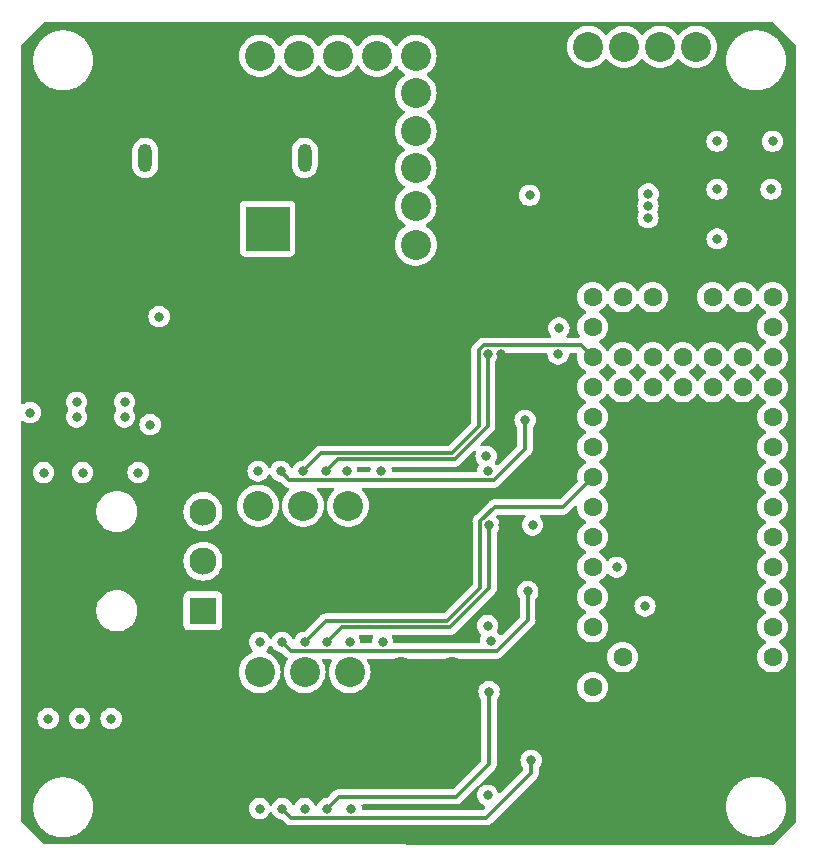
<source format=gbr>
%TF.GenerationSoftware,KiCad,Pcbnew,7.0.9*%
%TF.CreationDate,2023-12-30T21:06:32-05:00*%
%TF.ProjectId,esc,6573632e-6b69-4636-9164-5f7063625858,rev?*%
%TF.SameCoordinates,Original*%
%TF.FileFunction,Copper,L3,Inr*%
%TF.FilePolarity,Positive*%
%FSLAX46Y46*%
G04 Gerber Fmt 4.6, Leading zero omitted, Abs format (unit mm)*
G04 Created by KiCad (PCBNEW 7.0.9) date 2023-12-30 21:06:32*
%MOMM*%
%LPD*%
G01*
G04 APERTURE LIST*
%TA.AperFunction,ComponentPad*%
%ADD10R,2.300000X2.300000*%
%TD*%
%TA.AperFunction,ComponentPad*%
%ADD11C,2.300000*%
%TD*%
%TA.AperFunction,ComponentPad*%
%ADD12R,3.716000X3.716000*%
%TD*%
%TA.AperFunction,ComponentPad*%
%ADD13C,3.716000*%
%TD*%
%TA.AperFunction,ComponentPad*%
%ADD14O,1.200000X2.400000*%
%TD*%
%TA.AperFunction,ComponentPad*%
%ADD15C,1.600000*%
%TD*%
%TA.AperFunction,ViaPad*%
%ADD16C,0.800000*%
%TD*%
%TA.AperFunction,ViaPad*%
%ADD17C,2.540000*%
%TD*%
%TA.AperFunction,Conductor*%
%ADD18C,0.300000*%
%TD*%
G04 APERTURE END LIST*
D10*
%TO.N,PHASE_A*%
%TO.C,J102*%
X56277720Y-110358543D03*
D11*
%TO.N,PHASE_B*%
X56277720Y-106158544D03*
%TO.N,PHASE_C*%
X56277720Y-101958545D03*
%TD*%
D12*
%TO.N,VCC*%
%TO.C,J101*%
X61747000Y-78009000D03*
D13*
%TO.N,GND*%
X54547000Y-78009000D03*
D14*
%TO.N,N/C*%
X64897000Y-72009000D03*
X51397000Y-72009000D03*
%TD*%
D15*
%TO.N,GND*%
%TO.C,U103*%
X104507207Y-116826544D03*
%TO.N,I_ERROR_A*%
X104507207Y-114286544D03*
%TO.N,I_ERROR_B*%
X104507207Y-111746544D03*
%TO.N,I_ERROR_C*%
X104507207Y-109206544D03*
%TO.N,unconnected-(U103-3_LRCLK2-Pad5)*%
X104507207Y-106666544D03*
%TO.N,unconnected-(U103-4_BCLK2-Pad6)*%
X104507207Y-104126544D03*
%TO.N,unconnected-(U103-5_IN2-Pad7)*%
X104507207Y-101586544D03*
%TO.N,unconnected-(U103-6_OUT1D-Pad8)*%
X104507207Y-99046544D03*
%TO.N,unconnected-(U103-7_RX2_OUT1A-Pad9)*%
X104507207Y-96506544D03*
%TO.N,unconnected-(U103-8_TX2_IN1-Pad10)*%
X104507207Y-93966544D03*
%TO.N,ZERO_C*%
X104507207Y-91426544D03*
%TO.N,ZERO_B*%
X104507207Y-88886544D03*
%TO.N,ZERO_A*%
X104507207Y-86346544D03*
%TO.N,VCC_SENSE*%
X104507207Y-83806544D03*
%TO.N,unconnected-(U103-VBAT-Pad15)*%
X101967207Y-83806544D03*
%TO.N,+3.3V*%
X99427207Y-83806544D03*
%TO.N,GND*%
X96887207Y-83806544D03*
%TO.N,unconnected-(U103-PROGRAM-Pad18)*%
X94347207Y-83806544D03*
%TO.N,unconnected-(U103-ON_OFF-Pad19)*%
X91807207Y-83806544D03*
%TO.N,PWM_C*%
X89267207Y-83806544D03*
%TO.N,I_SENSE_C*%
X89267207Y-86346544D03*
%TO.N,V_SENSE_C*%
X89267207Y-88886544D03*
%TO.N,unconnected-(U103-16_A2_RX4_SCL1-Pad23)*%
X89267207Y-91426544D03*
%TO.N,PWM_B*%
X89267207Y-93966544D03*
%TO.N,I_SENSE_B*%
X89267207Y-96506544D03*
%TO.N,V_SENSE_B*%
X89267207Y-99046544D03*
%TO.N,unconnected-(U103-20_A6_TX5_LRCLK1-Pad27)*%
X89267207Y-101586544D03*
%TO.N,PWM_A*%
X89267207Y-104126544D03*
%TO.N,I_SENSE_A*%
X89267207Y-106666544D03*
%TO.N,V_SENSE_A*%
X89267207Y-109206544D03*
%TO.N,+3.3V*%
X89267207Y-111746544D03*
%TO.N,GND*%
X89267207Y-114286544D03*
%TO.N,+5V*%
X89267207Y-116826544D03*
%TO.N,unconnected-(U103-VUSB-Pad34)*%
X91807207Y-114286544D03*
%TO.N,unconnected-(U103-24_A10_TX6_SCL2-Pad35)*%
X91807207Y-88886544D03*
%TO.N,unconnected-(U103-25_A11_RX6_SDA2-Pad36)*%
X91807207Y-91426544D03*
%TO.N,unconnected-(U103-26_A12_MOSI1-Pad37)*%
X94347207Y-88886544D03*
%TO.N,unconnected-(U103-27_A13_SCK1-Pad38)*%
X94347207Y-91426544D03*
%TO.N,unconnected-(U103-28_RX7-Pad39)*%
X96887207Y-88886544D03*
%TO.N,unconnected-(U103-29_TX7-Pad40)*%
X96887207Y-91426544D03*
%TO.N,unconnected-(U103-30_CRX3-Pad41)*%
X99427207Y-88886544D03*
%TO.N,unconnected-(U103-31_CTX3-Pad42)*%
X99427207Y-91426544D03*
%TO.N,unconnected-(U103-32_OUT1B-Pad43)*%
X101967207Y-88886544D03*
%TO.N,unconnected-(U103-33_MCLK2-Pad44)*%
X101967207Y-91426544D03*
%TD*%
D16*
%TO.N,Net-(D102-A)*%
X104502000Y-70612000D03*
%TO.N,Net-(D104-A)*%
X99803000Y-78867000D03*
D17*
%TO.N,GND*%
X77202207Y-101459044D03*
D16*
X79356000Y-79502000D03*
X104375000Y-78867000D03*
D17*
X73011207Y-115556544D03*
D16*
X59803207Y-125462544D03*
X81642000Y-75184000D03*
X95377000Y-68580000D03*
X43420207Y-100189544D03*
X59422207Y-96760544D03*
X81520207Y-88632544D03*
X59676207Y-111238544D03*
D17*
X55626000Y-63500000D03*
D16*
X81647207Y-103110544D03*
D17*
X76948207Y-87108544D03*
D16*
X88119000Y-76073000D03*
D17*
X73011207Y-101459544D03*
D16*
X88138000Y-75057000D03*
X83566000Y-71323200D03*
X95377000Y-69596000D03*
D17*
X72630207Y-87108544D03*
D16*
X42658207Y-89140544D03*
X43166207Y-123430544D03*
X81774207Y-117207544D03*
X95358000Y-70612000D03*
X88138000Y-77089000D03*
D17*
X77329207Y-115556544D03*
D16*
X82804000Y-70510400D03*
D17*
X52324000Y-63500000D03*
D16*
%TO.N,VCC*%
X80377207Y-111619544D03*
D17*
X71012000Y-63373000D03*
D16*
X80377207Y-125970544D03*
D17*
X74295000Y-76073000D03*
X68566207Y-101459544D03*
X74300207Y-79361544D03*
D16*
X41642207Y-93585544D03*
D17*
X68693207Y-115556544D03*
D16*
X83928000Y-75184000D03*
D17*
X64408000Y-63373000D03*
D16*
X93961000Y-77089000D03*
D17*
X60946207Y-101459544D03*
D16*
X93980000Y-75057000D03*
D17*
X64883207Y-115556544D03*
X74295000Y-63373000D03*
X61106000Y-63373000D03*
X61073207Y-115556544D03*
D16*
X80250207Y-97268544D03*
D17*
X74295000Y-66548000D03*
D16*
X45579207Y-93966544D03*
X49643207Y-93966544D03*
X93961000Y-76073000D03*
X99803000Y-70612000D03*
D17*
X64756207Y-101459544D03*
X67710000Y-63373000D03*
X74295000Y-72898000D03*
X74295000Y-69723000D03*
D16*
%TO.N,+5V*%
X71360207Y-98538544D03*
D17*
X88881000Y-62611000D03*
X91929000Y-62611000D03*
D16*
X104375000Y-74676000D03*
D17*
X94977000Y-62611000D03*
X98025000Y-62611000D03*
D16*
X71487207Y-113016544D03*
%TO.N,I_SENSE_A*%
X91299207Y-106666544D03*
%TO.N,V_SENSE_A*%
X64883207Y-127113544D03*
X61073207Y-127113544D03*
X93706707Y-109968544D03*
%TO.N,I_SENSE_B*%
X80631207Y-112889544D03*
%TO.N,V_SENSE_B*%
X64883207Y-113029044D03*
X61073207Y-113016544D03*
%TO.N,I_SENSE_C*%
X80377207Y-98539044D03*
%TO.N,V_SENSE_C*%
X64756207Y-98538544D03*
X60946207Y-98538544D03*
%TO.N,+3.3V*%
X52564207Y-85457544D03*
%TO.N,Net-(U201-HO)*%
X84060207Y-123008842D03*
X62986207Y-127113544D03*
%TO.N,Net-(U201-LO)*%
X80504207Y-117207544D03*
X66796207Y-127113544D03*
%TO.N,Net-(U301-HO)*%
X83782535Y-108717100D03*
X62978207Y-113016544D03*
%TO.N,Net-(U301-LO)*%
X80504207Y-103110544D03*
X66788207Y-113016544D03*
%TO.N,Net-(U401-HO)*%
X62851207Y-98538544D03*
X83552207Y-94220544D03*
%TO.N,Net-(U401-LO)*%
X80377207Y-88632544D03*
X66661207Y-98538544D03*
%TO.N,PWM_B*%
X84187207Y-103110544D03*
%TO.N,Net-(D105-A)*%
X48500207Y-119493544D03*
%TO.N,Net-(D106-A)*%
X45833207Y-119493544D03*
%TO.N,Net-(D107-A)*%
X43166207Y-119493544D03*
%TO.N,Net-(D103-A)*%
X99803000Y-74676000D03*
%TO.N,V_NEUTRAL*%
X46087207Y-98665544D03*
X42785207Y-98665544D03*
X50786207Y-98665544D03*
%TO.N,Net-(U202-OUT)*%
X68820207Y-127113544D03*
%TO.N,Net-(U302-OUT)*%
X68693207Y-113016544D03*
%TO.N,Net-(U402-OUT)*%
X68439207Y-98538544D03*
%TO.N,ZERO_A*%
X45579207Y-92696544D03*
%TO.N,ZERO_B*%
X86409707Y-86410044D03*
X49643207Y-92696544D03*
%TO.N,ZERO_C*%
X51802207Y-94601544D03*
X86346207Y-88632044D03*
%TD*%
D18*
%TO.N,V_SENSE_B*%
X86727207Y-101586544D02*
X89267207Y-99046544D01*
X76948207Y-111238544D02*
X79754207Y-108432544D01*
X64883207Y-113029044D02*
X66673707Y-111238544D01*
X79754207Y-102799883D02*
X80967546Y-101586544D01*
X66673707Y-111238544D02*
X76948207Y-111238544D01*
X79754207Y-108432544D02*
X79754207Y-102799883D01*
X80967546Y-101586544D02*
X86727207Y-101586544D01*
%TO.N,V_SENSE_C*%
X66272207Y-97022544D02*
X77329207Y-97022544D01*
X88263207Y-87882544D02*
X89267207Y-88886544D01*
X79627207Y-94724544D02*
X79627207Y-88321883D01*
X79627207Y-88321883D02*
X80066546Y-87882544D01*
X64756207Y-98538544D02*
X66272207Y-97022544D01*
X80066546Y-87882544D02*
X88263207Y-87882544D01*
X77329207Y-97022544D02*
X79627207Y-94724544D01*
%TO.N,Net-(U201-HO)*%
X84060207Y-124065544D02*
X84060207Y-123008842D01*
X80250207Y-127875544D02*
X84060207Y-124065544D01*
X63748207Y-127875544D02*
X80250207Y-127875544D01*
X62986207Y-127113544D02*
X63748207Y-127875544D01*
%TO.N,Net-(U201-LO)*%
X67812207Y-126097544D02*
X77710207Y-126097544D01*
X66796207Y-127113544D02*
X67812207Y-126097544D01*
X77710207Y-126097544D02*
X80504207Y-123303544D01*
X80504207Y-123303544D02*
X80504207Y-117207544D01*
%TO.N,Net-(U301-HO)*%
X83782535Y-111135216D02*
X83782535Y-108717100D01*
X62978207Y-113016544D02*
X63740207Y-113778544D01*
X63740207Y-113778544D02*
X81139207Y-113778544D01*
X81139207Y-113778544D02*
X83782535Y-111135216D01*
%TO.N,Net-(U301-LO)*%
X80504207Y-108444544D02*
X80504207Y-103110544D01*
X66788207Y-113016544D02*
X68058207Y-111746544D01*
X68058207Y-111746544D02*
X77202207Y-111746544D01*
X77202207Y-111746544D02*
X80504207Y-108444544D01*
%TO.N,Net-(U401-HO)*%
X81139207Y-99046544D02*
X83552207Y-96633544D01*
X62851207Y-98538544D02*
X63601207Y-99288544D01*
X80897207Y-99288544D02*
X81139207Y-99046544D01*
X63601207Y-99288544D02*
X80897207Y-99288544D01*
X83552207Y-96633544D02*
X83552207Y-94220544D01*
%TO.N,Net-(U401-LO)*%
X67677207Y-97522544D02*
X77583207Y-97522544D01*
X80377207Y-94728544D02*
X80377207Y-88632544D01*
X66661207Y-98538544D02*
X67677207Y-97522544D01*
X77583207Y-97522544D02*
X80377207Y-94728544D01*
%TD*%
%TA.AperFunction,Conductor*%
%TO.N,GND*%
G36*
X104469460Y-60528677D02*
G01*
X104536489Y-60548389D01*
X104557088Y-60564996D01*
X106490784Y-62498692D01*
X106524269Y-62560015D01*
X106527103Y-62586364D01*
X106531748Y-128123059D01*
X106512068Y-128190100D01*
X106495429Y-128210749D01*
X104587168Y-130119009D01*
X104525845Y-130152494D01*
X104499476Y-130155328D01*
X42929725Y-130149664D01*
X42862687Y-130129973D01*
X42842055Y-130113345D01*
X40933778Y-128205067D01*
X40900293Y-128143744D01*
X40897459Y-128117398D01*
X40897409Y-127000000D01*
X41890684Y-127000000D01*
X41898591Y-127125692D01*
X41898713Y-127129561D01*
X41898713Y-127159648D01*
X41902483Y-127189495D01*
X41902849Y-127193372D01*
X41910754Y-127319024D01*
X41910756Y-127319041D01*
X41934352Y-127442738D01*
X41934961Y-127446584D01*
X41936472Y-127458540D01*
X41938731Y-127476419D01*
X41946210Y-127505551D01*
X41947056Y-127509336D01*
X41970655Y-127633043D01*
X41970657Y-127633050D01*
X42009566Y-127752800D01*
X42010652Y-127756539D01*
X42018133Y-127785673D01*
X42029209Y-127813652D01*
X42030527Y-127817314D01*
X42069438Y-127937067D01*
X42123057Y-128051013D01*
X42124596Y-128054569D01*
X42125999Y-128058112D01*
X42135677Y-128082556D01*
X42150161Y-128108901D01*
X42151930Y-128112372D01*
X42205546Y-128226311D01*
X42205549Y-128226317D01*
X42273019Y-128332633D01*
X42275002Y-128335985D01*
X42289491Y-128362341D01*
X42289496Y-128362349D01*
X42307178Y-128386687D01*
X42309367Y-128389908D01*
X42329456Y-128421563D01*
X42376836Y-128496221D01*
X42457108Y-128593253D01*
X42459480Y-128596311D01*
X42459483Y-128596316D01*
X42459486Y-128596319D01*
X42477167Y-128620655D01*
X42477170Y-128620660D01*
X42497758Y-128642584D01*
X42500334Y-128645505D01*
X42580597Y-128742526D01*
X42580606Y-128742536D01*
X42644581Y-128802611D01*
X42667747Y-128824366D01*
X42672380Y-128828716D01*
X42675120Y-128831455D01*
X42685610Y-128842626D01*
X42695737Y-128853411D01*
X42718922Y-128872591D01*
X42721843Y-128875166D01*
X42813628Y-128961357D01*
X42813638Y-128961365D01*
X42915501Y-129035373D01*
X42918579Y-129037761D01*
X42929787Y-129047032D01*
X42941757Y-129056935D01*
X42941759Y-129056936D01*
X42941760Y-129056937D01*
X42967167Y-129073061D01*
X42970372Y-129075239D01*
X43072248Y-129149256D01*
X43182626Y-129209937D01*
X43185927Y-129211889D01*
X43211343Y-129228019D01*
X43238579Y-129240835D01*
X43242003Y-129242580D01*
X43352376Y-129303258D01*
X43352381Y-129303260D01*
X43352383Y-129303261D01*
X43352384Y-129303262D01*
X43469454Y-129349613D01*
X43473028Y-129351159D01*
X43500246Y-129363967D01*
X43528884Y-129373272D01*
X43532515Y-129374580D01*
X43649597Y-129420936D01*
X43771603Y-129452262D01*
X43775284Y-129453331D01*
X43803910Y-129462633D01*
X43803912Y-129462633D01*
X43803914Y-129462634D01*
X43811402Y-129464062D01*
X43833474Y-129468272D01*
X43837224Y-129469110D01*
X43959224Y-129500435D01*
X43959237Y-129500436D01*
X43959239Y-129500437D01*
X43968009Y-129501544D01*
X44084182Y-129516220D01*
X44087964Y-129516819D01*
X44117546Y-129522463D01*
X44147583Y-129524352D01*
X44151439Y-129524717D01*
X44208208Y-129531888D01*
X44276362Y-129540499D01*
X44276368Y-129540499D01*
X44276372Y-129540500D01*
X44276374Y-129540500D01*
X44402298Y-129540500D01*
X44406170Y-129540621D01*
X44431748Y-129542230D01*
X44436205Y-129542511D01*
X44436207Y-129542511D01*
X44436209Y-129542511D01*
X44440665Y-129542230D01*
X44466243Y-129540621D01*
X44470116Y-129540500D01*
X44596040Y-129540500D01*
X44596042Y-129540500D01*
X44596047Y-129540499D01*
X44596051Y-129540499D01*
X44644076Y-129534431D01*
X44720974Y-129524717D01*
X44724830Y-129524352D01*
X44754868Y-129522463D01*
X44784464Y-129516817D01*
X44788216Y-129516222D01*
X44913190Y-129500435D01*
X45035222Y-129469102D01*
X45038895Y-129468281D01*
X45068504Y-129462633D01*
X45097152Y-129453324D01*
X45100795Y-129452265D01*
X45222817Y-129420936D01*
X45339911Y-129374575D01*
X45343526Y-129373273D01*
X45372168Y-129363967D01*
X45399412Y-129351146D01*
X45402929Y-129349624D01*
X45520038Y-129303258D01*
X45630435Y-129242566D01*
X45633820Y-129240842D01*
X45661071Y-129228019D01*
X45686523Y-129211866D01*
X45689767Y-129209948D01*
X45800166Y-129149256D01*
X45902053Y-129075230D01*
X45905246Y-129073061D01*
X45930657Y-129056935D01*
X45953869Y-129037731D01*
X45956870Y-129035403D01*
X46058784Y-128961359D01*
X46150596Y-128875141D01*
X46153470Y-128872608D01*
X46176676Y-128853411D01*
X46197309Y-128831438D01*
X46199996Y-128828751D01*
X46291813Y-128742530D01*
X46372110Y-128645466D01*
X46374613Y-128642628D01*
X46395245Y-128620658D01*
X46412938Y-128596305D01*
X46415294Y-128593266D01*
X46495578Y-128496221D01*
X46495581Y-128496215D01*
X46495586Y-128496210D01*
X46531317Y-128439906D01*
X46563068Y-128389873D01*
X46565219Y-128386709D01*
X46582920Y-128362346D01*
X46597439Y-128335935D01*
X46599360Y-128332685D01*
X46666866Y-128226315D01*
X46720492Y-128112353D01*
X46722222Y-128108956D01*
X46736740Y-128082549D01*
X46747833Y-128054528D01*
X46749343Y-128051040D01*
X46802974Y-127937070D01*
X46841894Y-127817286D01*
X46843197Y-127813666D01*
X46854279Y-127785679D01*
X46861767Y-127756511D01*
X46862836Y-127752834D01*
X46901758Y-127633046D01*
X46925368Y-127509274D01*
X46926193Y-127505588D01*
X46933683Y-127476419D01*
X46937457Y-127446541D01*
X46938052Y-127442782D01*
X46961658Y-127319039D01*
X46961658Y-127319038D01*
X46961659Y-127319032D01*
X46965754Y-127253922D01*
X46969565Y-127193350D01*
X46969931Y-127189486D01*
X46973700Y-127159652D01*
X46973701Y-127159646D01*
X46974348Y-127118377D01*
X46974459Y-127115560D01*
X46974586Y-127113544D01*
X60167747Y-127113544D01*
X60187533Y-127301800D01*
X60187534Y-127301803D01*
X60246025Y-127481821D01*
X60246028Y-127481828D01*
X60340674Y-127645760D01*
X60446117Y-127762866D01*
X60467336Y-127786432D01*
X60620472Y-127897692D01*
X60620477Y-127897695D01*
X60793399Y-127974686D01*
X60793404Y-127974688D01*
X60978561Y-128014044D01*
X60978562Y-128014044D01*
X61167851Y-128014044D01*
X61167853Y-128014044D01*
X61353010Y-127974688D01*
X61525937Y-127897695D01*
X61679078Y-127786432D01*
X61805740Y-127645760D01*
X61900386Y-127481828D01*
X61911776Y-127446774D01*
X61951213Y-127389099D01*
X62015572Y-127361900D01*
X62084418Y-127373815D01*
X62135894Y-127421059D01*
X62147638Y-127446774D01*
X62159025Y-127481822D01*
X62159028Y-127481828D01*
X62253674Y-127645760D01*
X62359117Y-127762866D01*
X62380336Y-127786432D01*
X62533472Y-127897692D01*
X62533477Y-127897695D01*
X62706399Y-127974686D01*
X62706404Y-127974688D01*
X62891561Y-128014044D01*
X62915400Y-128014044D01*
X62982439Y-128033729D01*
X63003081Y-128050363D01*
X63227771Y-128275053D01*
X63237847Y-128287630D01*
X63238034Y-128287476D01*
X63243002Y-128293481D01*
X63295467Y-128342749D01*
X63317168Y-128364451D01*
X63317172Y-128364454D01*
X63317173Y-128364455D01*
X63322966Y-128368948D01*
X63327398Y-128372734D01*
X63362814Y-128405992D01*
X63369724Y-128409791D01*
X63381414Y-128416218D01*
X63397675Y-128426899D01*
X63414444Y-128439907D01*
X63459034Y-128459202D01*
X63464263Y-128461764D01*
X63506839Y-128485171D01*
X63527400Y-128490449D01*
X63545804Y-128496751D01*
X63565281Y-128505180D01*
X63599599Y-128510615D01*
X63613261Y-128512779D01*
X63618971Y-128513961D01*
X63666030Y-128526044D01*
X63687252Y-128526044D01*
X63706649Y-128527570D01*
X63727612Y-128530891D01*
X63772311Y-128526665D01*
X63775977Y-128526319D01*
X63781815Y-128526044D01*
X80164702Y-128526044D01*
X80180712Y-128527811D01*
X80180735Y-128527570D01*
X80188496Y-128528302D01*
X80188503Y-128528304D01*
X80260410Y-128526044D01*
X80291132Y-128526044D01*
X80298397Y-128525125D01*
X80304223Y-128524666D01*
X80352776Y-128523141D01*
X80373163Y-128517217D01*
X80392203Y-128513275D01*
X80413265Y-128510615D01*
X80458442Y-128492727D01*
X80463942Y-128490844D01*
X80510605Y-128477288D01*
X80528872Y-128466483D01*
X80546343Y-128457924D01*
X80566078Y-128450112D01*
X80605384Y-128421554D01*
X80610250Y-128418357D01*
X80652072Y-128393625D01*
X80667077Y-128378619D01*
X80681875Y-128365980D01*
X80686884Y-128362341D01*
X80699044Y-128353507D01*
X80730016Y-128316066D01*
X80733930Y-128311765D01*
X82096495Y-126949200D01*
X100559477Y-126949200D01*
X100567384Y-127074892D01*
X100567506Y-127078761D01*
X100567506Y-127108848D01*
X100571276Y-127138695D01*
X100571642Y-127142572D01*
X100579547Y-127268224D01*
X100579549Y-127268241D01*
X100603145Y-127391938D01*
X100603754Y-127395784D01*
X100607523Y-127425615D01*
X100607524Y-127425619D01*
X100615003Y-127454751D01*
X100615849Y-127458536D01*
X100639448Y-127582243D01*
X100639450Y-127582250D01*
X100678359Y-127702000D01*
X100679445Y-127705739D01*
X100686926Y-127734873D01*
X100698002Y-127762852D01*
X100699320Y-127766514D01*
X100738231Y-127886267D01*
X100791850Y-128000213D01*
X100793389Y-128003769D01*
X100804465Y-128031743D01*
X100804470Y-128031756D01*
X100818954Y-128058101D01*
X100820723Y-128061572D01*
X100874339Y-128175511D01*
X100874342Y-128175517D01*
X100941812Y-128281833D01*
X100943795Y-128285185D01*
X100958284Y-128311541D01*
X100958289Y-128311549D01*
X100975971Y-128335887D01*
X100978160Y-128339108D01*
X101003236Y-128378621D01*
X101045629Y-128445421D01*
X101125901Y-128542453D01*
X101128273Y-128545511D01*
X101128276Y-128545516D01*
X101128279Y-128545519D01*
X101145960Y-128569855D01*
X101145963Y-128569860D01*
X101166551Y-128591784D01*
X101169127Y-128594705D01*
X101249390Y-128691726D01*
X101249399Y-128691736D01*
X101341173Y-128777916D01*
X101343913Y-128780655D01*
X101354403Y-128791826D01*
X101364530Y-128802611D01*
X101387715Y-128821791D01*
X101390636Y-128824366D01*
X101482421Y-128910557D01*
X101482431Y-128910565D01*
X101584294Y-128984573D01*
X101587372Y-128986961D01*
X101598580Y-128996232D01*
X101610550Y-129006135D01*
X101610552Y-129006136D01*
X101610553Y-129006137D01*
X101635960Y-129022261D01*
X101639165Y-129024439D01*
X101741041Y-129098456D01*
X101851419Y-129159137D01*
X101854720Y-129161089D01*
X101880136Y-129177219D01*
X101907372Y-129190035D01*
X101910796Y-129191780D01*
X102021169Y-129252458D01*
X102021174Y-129252460D01*
X102021176Y-129252461D01*
X102021177Y-129252462D01*
X102138247Y-129298813D01*
X102141821Y-129300359D01*
X102169039Y-129313167D01*
X102197677Y-129322472D01*
X102201308Y-129323780D01*
X102318390Y-129370136D01*
X102440396Y-129401462D01*
X102444077Y-129402531D01*
X102472703Y-129411833D01*
X102472705Y-129411833D01*
X102472707Y-129411834D01*
X102480195Y-129413262D01*
X102502267Y-129417472D01*
X102506017Y-129418310D01*
X102628017Y-129449635D01*
X102628030Y-129449636D01*
X102628032Y-129449637D01*
X102636802Y-129450744D01*
X102752975Y-129465420D01*
X102756757Y-129466019D01*
X102786339Y-129471663D01*
X102816376Y-129473552D01*
X102820232Y-129473917D01*
X102877001Y-129481088D01*
X102945155Y-129489699D01*
X102945161Y-129489699D01*
X102945165Y-129489700D01*
X102945167Y-129489700D01*
X103071091Y-129489700D01*
X103074963Y-129489821D01*
X103100541Y-129491430D01*
X103104998Y-129491711D01*
X103105000Y-129491711D01*
X103105002Y-129491711D01*
X103109458Y-129491430D01*
X103135036Y-129489821D01*
X103138909Y-129489700D01*
X103264833Y-129489700D01*
X103264835Y-129489700D01*
X103264840Y-129489699D01*
X103264844Y-129489699D01*
X103312869Y-129483631D01*
X103389767Y-129473917D01*
X103393623Y-129473552D01*
X103423661Y-129471663D01*
X103453257Y-129466017D01*
X103457009Y-129465422D01*
X103581983Y-129449635D01*
X103704015Y-129418302D01*
X103707688Y-129417481D01*
X103737297Y-129411833D01*
X103765945Y-129402524D01*
X103769588Y-129401465D01*
X103891610Y-129370136D01*
X104008704Y-129323775D01*
X104012319Y-129322473D01*
X104040961Y-129313167D01*
X104068205Y-129300346D01*
X104071722Y-129298824D01*
X104188831Y-129252458D01*
X104299228Y-129191766D01*
X104302613Y-129190042D01*
X104329864Y-129177219D01*
X104355316Y-129161066D01*
X104358560Y-129159148D01*
X104468959Y-129098456D01*
X104570846Y-129024430D01*
X104574039Y-129022261D01*
X104599450Y-129006135D01*
X104622662Y-128986931D01*
X104625663Y-128984603D01*
X104727577Y-128910559D01*
X104819389Y-128824341D01*
X104822263Y-128821808D01*
X104845469Y-128802611D01*
X104866102Y-128780638D01*
X104868789Y-128777951D01*
X104960606Y-128691730D01*
X105040903Y-128594666D01*
X105043406Y-128591828D01*
X105064038Y-128569858D01*
X105081731Y-128545505D01*
X105084087Y-128542466D01*
X105164371Y-128445421D01*
X105164374Y-128445415D01*
X105164379Y-128445410D01*
X105201645Y-128386687D01*
X105231861Y-128339073D01*
X105234012Y-128335909D01*
X105251713Y-128311546D01*
X105266232Y-128285135D01*
X105268153Y-128281885D01*
X105335659Y-128175515D01*
X105389285Y-128061553D01*
X105391015Y-128058156D01*
X105405533Y-128031749D01*
X105416626Y-128003728D01*
X105418136Y-128000240D01*
X105471767Y-127886270D01*
X105510687Y-127766486D01*
X105511990Y-127762866D01*
X105523072Y-127734879D01*
X105530560Y-127705711D01*
X105531629Y-127702034D01*
X105570551Y-127582246D01*
X105594161Y-127458474D01*
X105594986Y-127454788D01*
X105602476Y-127425619D01*
X105606250Y-127395741D01*
X105606845Y-127391982D01*
X105630451Y-127268239D01*
X105630451Y-127268238D01*
X105630452Y-127268232D01*
X105635406Y-127189486D01*
X105638358Y-127142550D01*
X105638724Y-127138686D01*
X105641901Y-127113544D01*
X105642494Y-127108846D01*
X105643141Y-127067577D01*
X105643252Y-127064760D01*
X105650523Y-126949200D01*
X105643252Y-126833643D01*
X105643141Y-126830819D01*
X105642494Y-126789554D01*
X105638723Y-126759702D01*
X105638358Y-126755849D01*
X105633648Y-126680975D01*
X105630452Y-126630168D01*
X105630449Y-126630154D01*
X105606850Y-126506443D01*
X105606243Y-126502603D01*
X105604733Y-126490652D01*
X105602476Y-126472781D01*
X105602473Y-126472771D01*
X105600439Y-126464848D01*
X105594991Y-126443632D01*
X105594155Y-126439895D01*
X105570551Y-126316154D01*
X105531633Y-126196378D01*
X105530559Y-126192684D01*
X105523072Y-126163521D01*
X105517840Y-126150307D01*
X105511998Y-126135549D01*
X105510679Y-126131885D01*
X105481311Y-126041503D01*
X105471767Y-126012130D01*
X105418140Y-125898168D01*
X105416622Y-125894658D01*
X105405533Y-125866651D01*
X105391036Y-125840281D01*
X105389269Y-125836813D01*
X105335659Y-125722885D01*
X105268180Y-125616556D01*
X105266210Y-125613225D01*
X105251713Y-125586854D01*
X105239517Y-125570067D01*
X105234028Y-125562512D01*
X105231838Y-125559290D01*
X105226911Y-125551527D01*
X105164371Y-125452979D01*
X105084098Y-125355946D01*
X105081741Y-125352908D01*
X105064038Y-125328542D01*
X105043436Y-125306603D01*
X105040871Y-125303693D01*
X104960609Y-125206673D01*
X104960607Y-125206671D01*
X104938352Y-125185772D01*
X104868805Y-125120463D01*
X104866086Y-125117744D01*
X104845469Y-125095789D01*
X104838886Y-125090343D01*
X104822275Y-125076600D01*
X104819355Y-125074025D01*
X104727589Y-124987851D01*
X104727573Y-124987838D01*
X104625706Y-124913826D01*
X104622629Y-124911440D01*
X104616793Y-124906612D01*
X104599450Y-124892265D01*
X104587667Y-124884787D01*
X104574039Y-124876138D01*
X104570820Y-124873949D01*
X104468970Y-124799951D01*
X104468958Y-124799943D01*
X104358608Y-124739277D01*
X104355256Y-124737295D01*
X104329866Y-124721182D01*
X104329864Y-124721181D01*
X104302643Y-124708371D01*
X104299174Y-124706603D01*
X104188837Y-124645945D01*
X104188835Y-124645944D01*
X104188831Y-124645942D01*
X104148118Y-124629822D01*
X104071757Y-124599588D01*
X104068184Y-124598042D01*
X104040961Y-124585233D01*
X104032033Y-124582332D01*
X104012362Y-124575940D01*
X104008699Y-124574621D01*
X103891610Y-124528263D01*
X103769643Y-124496948D01*
X103765902Y-124495861D01*
X103737301Y-124486568D01*
X103737303Y-124486568D01*
X103707740Y-124480928D01*
X103703959Y-124480083D01*
X103623318Y-124459378D01*
X103581985Y-124448765D01*
X103581975Y-124448763D01*
X103457070Y-124432984D01*
X103453224Y-124432375D01*
X103423679Y-124426739D01*
X103423663Y-124426737D01*
X103423661Y-124426737D01*
X103419478Y-124426473D01*
X103393632Y-124424847D01*
X103389756Y-124424480D01*
X103264846Y-124408700D01*
X103264835Y-124408700D01*
X103138909Y-124408700D01*
X103135036Y-124408578D01*
X103109458Y-124406969D01*
X103105002Y-124406689D01*
X103104998Y-124406689D01*
X103100541Y-124406969D01*
X103074963Y-124408578D01*
X103071091Y-124408700D01*
X102945153Y-124408700D01*
X102820244Y-124424480D01*
X102816368Y-124424847D01*
X102788586Y-124426595D01*
X102786339Y-124426737D01*
X102786337Y-124426737D01*
X102786321Y-124426739D01*
X102756778Y-124432375D01*
X102752931Y-124432984D01*
X102628020Y-124448764D01*
X102594039Y-124457489D01*
X102506037Y-124480084D01*
X102502246Y-124480931D01*
X102472705Y-124486566D01*
X102459687Y-124490796D01*
X102444089Y-124495864D01*
X102440360Y-124496947D01*
X102318387Y-124528264D01*
X102201309Y-124574617D01*
X102197648Y-124575935D01*
X102169044Y-124585230D01*
X102169035Y-124585234D01*
X102141817Y-124598041D01*
X102138246Y-124599586D01*
X102021167Y-124645942D01*
X102021164Y-124645944D01*
X101910825Y-124706603D01*
X101907357Y-124708370D01*
X101880139Y-124721179D01*
X101880135Y-124721181D01*
X101854744Y-124737294D01*
X101851394Y-124739275D01*
X101741058Y-124799933D01*
X101741040Y-124799944D01*
X101639170Y-124873955D01*
X101635951Y-124876143D01*
X101610556Y-124892260D01*
X101610551Y-124892264D01*
X101587373Y-124911436D01*
X101584298Y-124913821D01*
X101482423Y-124987841D01*
X101482419Y-124987844D01*
X101390639Y-125074029D01*
X101387720Y-125076603D01*
X101364533Y-125095786D01*
X101364529Y-125095790D01*
X101343929Y-125117727D01*
X101341176Y-125120480D01*
X101249393Y-125206670D01*
X101249391Y-125206672D01*
X101169136Y-125303683D01*
X101166562Y-125306603D01*
X101145968Y-125328534D01*
X101145954Y-125328552D01*
X101128276Y-125352883D01*
X101125889Y-125355960D01*
X101045639Y-125452965D01*
X101045625Y-125452984D01*
X100978158Y-125559292D01*
X100975971Y-125562510D01*
X100958287Y-125586852D01*
X100943797Y-125613209D01*
X100941815Y-125616560D01*
X100874346Y-125722875D01*
X100874338Y-125722888D01*
X100820728Y-125836816D01*
X100818961Y-125840285D01*
X100804466Y-125866652D01*
X100793392Y-125894622D01*
X100791845Y-125898196D01*
X100738234Y-126012127D01*
X100699319Y-126131889D01*
X100698001Y-126135551D01*
X100686929Y-126163517D01*
X100686926Y-126163523D01*
X100679444Y-126192664D01*
X100678358Y-126196402D01*
X100639450Y-126316149D01*
X100639449Y-126316153D01*
X100615851Y-126439852D01*
X100615002Y-126443650D01*
X100607526Y-126472771D01*
X100607523Y-126472787D01*
X100603753Y-126502616D01*
X100603144Y-126506459D01*
X100579550Y-126630154D01*
X100579547Y-126630175D01*
X100571642Y-126755826D01*
X100571276Y-126759702D01*
X100567506Y-126789547D01*
X100567506Y-126819637D01*
X100567384Y-126823509D01*
X100563789Y-126880665D01*
X100560870Y-126927066D01*
X100559477Y-126949200D01*
X82096495Y-126949200D01*
X84459720Y-124585975D01*
X84472286Y-124575909D01*
X84472132Y-124575722D01*
X84478144Y-124570748D01*
X84478144Y-124570747D01*
X84478147Y-124570746D01*
X84527397Y-124518299D01*
X84549119Y-124496578D01*
X84553609Y-124490788D01*
X84557391Y-124486358D01*
X84590655Y-124450937D01*
X84600881Y-124432333D01*
X84611554Y-124416085D01*
X84624570Y-124399307D01*
X84643859Y-124354731D01*
X84646431Y-124349480D01*
X84646768Y-124348865D01*
X84669834Y-124306912D01*
X84675111Y-124286352D01*
X84681413Y-124267947D01*
X84689843Y-124248470D01*
X84697442Y-124200489D01*
X84698624Y-124194778D01*
X84710707Y-124147721D01*
X84710707Y-124126499D01*
X84712234Y-124107099D01*
X84715554Y-124086139D01*
X84710982Y-124037771D01*
X84710707Y-124031933D01*
X84710707Y-123679763D01*
X84730392Y-123612724D01*
X84742558Y-123596790D01*
X84750941Y-123587480D01*
X84792740Y-123541058D01*
X84887386Y-123377126D01*
X84945881Y-123197098D01*
X84965667Y-123008842D01*
X84945881Y-122820586D01*
X84887386Y-122640558D01*
X84792740Y-122476626D01*
X84666078Y-122335954D01*
X84666077Y-122335953D01*
X84512941Y-122224693D01*
X84512936Y-122224690D01*
X84340014Y-122147699D01*
X84340009Y-122147697D01*
X84194208Y-122116707D01*
X84154853Y-122108342D01*
X83965561Y-122108342D01*
X83933104Y-122115240D01*
X83780404Y-122147697D01*
X83780399Y-122147699D01*
X83607477Y-122224690D01*
X83607472Y-122224693D01*
X83454336Y-122335953D01*
X83327673Y-122476627D01*
X83233028Y-122640557D01*
X83233025Y-122640564D01*
X83174534Y-122820582D01*
X83174533Y-122820586D01*
X83154747Y-123008842D01*
X83174533Y-123197098D01*
X83174534Y-123197101D01*
X83233025Y-123377119D01*
X83233028Y-123377126D01*
X83327673Y-123541057D01*
X83377856Y-123596790D01*
X83408087Y-123659782D01*
X83409707Y-123679763D01*
X83409707Y-123744735D01*
X83390022Y-123811774D01*
X83373388Y-123832416D01*
X81445357Y-125760446D01*
X81384034Y-125793931D01*
X81314342Y-125788947D01*
X81258409Y-125747075D01*
X81239745Y-125711083D01*
X81204388Y-125602265D01*
X81204385Y-125602259D01*
X81109740Y-125438328D01*
X80983078Y-125297656D01*
X80983077Y-125297655D01*
X80829941Y-125186395D01*
X80829936Y-125186392D01*
X80657014Y-125109401D01*
X80657009Y-125109399D01*
X80490582Y-125074025D01*
X80471853Y-125070044D01*
X80282561Y-125070044D01*
X80263832Y-125074025D01*
X80097404Y-125109399D01*
X80097399Y-125109401D01*
X79924477Y-125186392D01*
X79924472Y-125186395D01*
X79797918Y-125278342D01*
X79732111Y-125301822D01*
X79719623Y-125298917D01*
X79704951Y-125366365D01*
X79688270Y-125389909D01*
X79644673Y-125438329D01*
X79550028Y-125602259D01*
X79550025Y-125602266D01*
X79494330Y-125773680D01*
X79491533Y-125782288D01*
X79471747Y-125970544D01*
X79491533Y-126158800D01*
X79491534Y-126158803D01*
X79550025Y-126338821D01*
X79550028Y-126338828D01*
X79644674Y-126502760D01*
X79746301Y-126615628D01*
X79771336Y-126643432D01*
X79924472Y-126754692D01*
X79924477Y-126754695D01*
X80097398Y-126831686D01*
X80097400Y-126831686D01*
X80097404Y-126831688D01*
X80102222Y-126832712D01*
X80163702Y-126865904D01*
X80197479Y-126927066D01*
X80192827Y-126996781D01*
X80164122Y-127041683D01*
X80017078Y-127188726D01*
X79955758Y-127222210D01*
X79929399Y-127225044D01*
X69849036Y-127225044D01*
X69781997Y-127205359D01*
X69736242Y-127152555D01*
X69725715Y-127114005D01*
X69725173Y-127108846D01*
X69705881Y-126925288D01*
X69701030Y-126910361D01*
X69699036Y-126840521D01*
X69735117Y-126780688D01*
X69797818Y-126749860D01*
X69818962Y-126748044D01*
X77624702Y-126748044D01*
X77640712Y-126749811D01*
X77640735Y-126749570D01*
X77648496Y-126750302D01*
X77648503Y-126750304D01*
X77720410Y-126748044D01*
X77751132Y-126748044D01*
X77758397Y-126747125D01*
X77764223Y-126746666D01*
X77812776Y-126745141D01*
X77833163Y-126739217D01*
X77852203Y-126735275D01*
X77873265Y-126732615D01*
X77918442Y-126714727D01*
X77923942Y-126712844D01*
X77970605Y-126699288D01*
X77988872Y-126688483D01*
X78006343Y-126679924D01*
X78026078Y-126672112D01*
X78065384Y-126643554D01*
X78070250Y-126640357D01*
X78112072Y-126615625D01*
X78127077Y-126600619D01*
X78141875Y-126587980D01*
X78151030Y-126581329D01*
X78159044Y-126575507D01*
X78190016Y-126538066D01*
X78193930Y-126533765D01*
X79508440Y-125219255D01*
X79569761Y-125185772D01*
X79605729Y-125188344D01*
X79601488Y-125167412D01*
X79626837Y-125102303D01*
X79637344Y-125090351D01*
X80903720Y-123823975D01*
X80916286Y-123813909D01*
X80916132Y-123813722D01*
X80922144Y-123808748D01*
X80922144Y-123808747D01*
X80922147Y-123808746D01*
X80971397Y-123756299D01*
X80993119Y-123734578D01*
X80997609Y-123728788D01*
X81001391Y-123724358D01*
X81034655Y-123688937D01*
X81044881Y-123670333D01*
X81055554Y-123654085D01*
X81068570Y-123637307D01*
X81087859Y-123592731D01*
X81090431Y-123587480D01*
X81090768Y-123586865D01*
X81113834Y-123544912D01*
X81119111Y-123524352D01*
X81125413Y-123505947D01*
X81133843Y-123486470D01*
X81141442Y-123438489D01*
X81142624Y-123432778D01*
X81154707Y-123385721D01*
X81154707Y-123364499D01*
X81156234Y-123345099D01*
X81159554Y-123324139D01*
X81154982Y-123275771D01*
X81154707Y-123269933D01*
X81154707Y-117878465D01*
X81174392Y-117811426D01*
X81186558Y-117795492D01*
X81236740Y-117739760D01*
X81331386Y-117575828D01*
X81389881Y-117395800D01*
X81409667Y-117207544D01*
X81389881Y-117019288D01*
X81331386Y-116839260D01*
X81324045Y-116826545D01*
X87961739Y-116826545D01*
X87981571Y-117053230D01*
X87981573Y-117053241D01*
X88040465Y-117273032D01*
X88040468Y-117273041D01*
X88136638Y-117479276D01*
X88136639Y-117479278D01*
X88267161Y-117665685D01*
X88428065Y-117826589D01*
X88428068Y-117826591D01*
X88614473Y-117957112D01*
X88820711Y-118053283D01*
X89040515Y-118112179D01*
X89202437Y-118126345D01*
X89267205Y-118132012D01*
X89267207Y-118132012D01*
X89267209Y-118132012D01*
X89323880Y-118127053D01*
X89493899Y-118112179D01*
X89713703Y-118053283D01*
X89919941Y-117957112D01*
X90106346Y-117826591D01*
X90267254Y-117665683D01*
X90397775Y-117479278D01*
X90493946Y-117273040D01*
X90552842Y-117053236D01*
X90571562Y-116839266D01*
X90572675Y-116826545D01*
X90572675Y-116826542D01*
X90552842Y-116599857D01*
X90552842Y-116599852D01*
X90493946Y-116380048D01*
X90397775Y-116173810D01*
X90267254Y-115987405D01*
X90267252Y-115987402D01*
X90106348Y-115826498D01*
X89919941Y-115695976D01*
X89919939Y-115695975D01*
X89713704Y-115599805D01*
X89713695Y-115599802D01*
X89493904Y-115540910D01*
X89493900Y-115540909D01*
X89493899Y-115540909D01*
X89493898Y-115540908D01*
X89493893Y-115540908D01*
X89267209Y-115521076D01*
X89267205Y-115521076D01*
X89040520Y-115540908D01*
X89040509Y-115540910D01*
X88820718Y-115599802D01*
X88820709Y-115599805D01*
X88614474Y-115695975D01*
X88614472Y-115695976D01*
X88428065Y-115826498D01*
X88267161Y-115987402D01*
X88136639Y-116173809D01*
X88136638Y-116173811D01*
X88040468Y-116380046D01*
X88040465Y-116380055D01*
X87981573Y-116599846D01*
X87981571Y-116599857D01*
X87961739Y-116826542D01*
X87961739Y-116826545D01*
X81324045Y-116826545D01*
X81236740Y-116675328D01*
X81110078Y-116534656D01*
X81110077Y-116534655D01*
X80956941Y-116423395D01*
X80956936Y-116423392D01*
X80784014Y-116346401D01*
X80784009Y-116346399D01*
X80638208Y-116315409D01*
X80598853Y-116307044D01*
X80409561Y-116307044D01*
X80377104Y-116313942D01*
X80224404Y-116346399D01*
X80224399Y-116346401D01*
X80051477Y-116423392D01*
X80051472Y-116423395D01*
X79898336Y-116534655D01*
X79771673Y-116675329D01*
X79677028Y-116839259D01*
X79677025Y-116839266D01*
X79642781Y-116944660D01*
X79618533Y-117019288D01*
X79598747Y-117207544D01*
X79618533Y-117395800D01*
X79618534Y-117395803D01*
X79677025Y-117575821D01*
X79677028Y-117575828D01*
X79771673Y-117739759D01*
X79821856Y-117795492D01*
X79852087Y-117858484D01*
X79853707Y-117878465D01*
X79853707Y-122982736D01*
X79834022Y-123049775D01*
X79817388Y-123070417D01*
X77477080Y-125410725D01*
X77415757Y-125444210D01*
X77389399Y-125447044D01*
X67897712Y-125447044D01*
X67881701Y-125445276D01*
X67881679Y-125445518D01*
X67873912Y-125444784D01*
X67873911Y-125444784D01*
X67802004Y-125447044D01*
X67771282Y-125447044D01*
X67771278Y-125447044D01*
X67771268Y-125447045D01*
X67764000Y-125447963D01*
X67758183Y-125448420D01*
X67709643Y-125449946D01*
X67709632Y-125449948D01*
X67689256Y-125455867D01*
X67670215Y-125459810D01*
X67649160Y-125462470D01*
X67649144Y-125462474D01*
X67603978Y-125480356D01*
X67598451Y-125482248D01*
X67551806Y-125495800D01*
X67533534Y-125506606D01*
X67516068Y-125515163D01*
X67496335Y-125522976D01*
X67457037Y-125551527D01*
X67452160Y-125554730D01*
X67444451Y-125559290D01*
X67410339Y-125579464D01*
X67395333Y-125594470D01*
X67380543Y-125607102D01*
X67363374Y-125619576D01*
X67363372Y-125619578D01*
X67332401Y-125657014D01*
X67328468Y-125661335D01*
X67062159Y-125927646D01*
X66813080Y-126176725D01*
X66751757Y-126210210D01*
X66725399Y-126213044D01*
X66701561Y-126213044D01*
X66669104Y-126219942D01*
X66516404Y-126252399D01*
X66516399Y-126252401D01*
X66343477Y-126329392D01*
X66343472Y-126329395D01*
X66190336Y-126440655D01*
X66063673Y-126581329D01*
X65969028Y-126745259D01*
X65969026Y-126745263D01*
X65957638Y-126780314D01*
X65918200Y-126837989D01*
X65853841Y-126865187D01*
X65784995Y-126853272D01*
X65733519Y-126806028D01*
X65721776Y-126780314D01*
X65710387Y-126745263D01*
X65710386Y-126745262D01*
X65710386Y-126745260D01*
X65615740Y-126581328D01*
X65489078Y-126440656D01*
X65489077Y-126440655D01*
X65335941Y-126329395D01*
X65335936Y-126329392D01*
X65163014Y-126252401D01*
X65163009Y-126252399D01*
X65017208Y-126221409D01*
X64977853Y-126213044D01*
X64788561Y-126213044D01*
X64756104Y-126219942D01*
X64603404Y-126252399D01*
X64603399Y-126252401D01*
X64430477Y-126329392D01*
X64430472Y-126329395D01*
X64277336Y-126440655D01*
X64150673Y-126581329D01*
X64056028Y-126745259D01*
X64056026Y-126745263D01*
X64052638Y-126755693D01*
X64013200Y-126813368D01*
X63948841Y-126840566D01*
X63879995Y-126828651D01*
X63828519Y-126781407D01*
X63816776Y-126755693D01*
X63813387Y-126745263D01*
X63813386Y-126745262D01*
X63813386Y-126745260D01*
X63718740Y-126581328D01*
X63592078Y-126440656D01*
X63592077Y-126440655D01*
X63438941Y-126329395D01*
X63438936Y-126329392D01*
X63266014Y-126252401D01*
X63266009Y-126252399D01*
X63120208Y-126221409D01*
X63080853Y-126213044D01*
X62891561Y-126213044D01*
X62859104Y-126219942D01*
X62706404Y-126252399D01*
X62706399Y-126252401D01*
X62533477Y-126329392D01*
X62533472Y-126329395D01*
X62380336Y-126440655D01*
X62253673Y-126581329D01*
X62159028Y-126745259D01*
X62159026Y-126745263D01*
X62147638Y-126780314D01*
X62108200Y-126837989D01*
X62043841Y-126865187D01*
X61974995Y-126853272D01*
X61923519Y-126806028D01*
X61911776Y-126780314D01*
X61900387Y-126745263D01*
X61900386Y-126745262D01*
X61900386Y-126745260D01*
X61805740Y-126581328D01*
X61679078Y-126440656D01*
X61679077Y-126440655D01*
X61525941Y-126329395D01*
X61525936Y-126329392D01*
X61353014Y-126252401D01*
X61353009Y-126252399D01*
X61207208Y-126221409D01*
X61167853Y-126213044D01*
X60978561Y-126213044D01*
X60946104Y-126219942D01*
X60793404Y-126252399D01*
X60793399Y-126252401D01*
X60620477Y-126329392D01*
X60620472Y-126329395D01*
X60467336Y-126440655D01*
X60340673Y-126581329D01*
X60246028Y-126745259D01*
X60246025Y-126745266D01*
X60187534Y-126925284D01*
X60187533Y-126925288D01*
X60167747Y-127113544D01*
X46974586Y-127113544D01*
X46981730Y-127000000D01*
X46981527Y-126996781D01*
X46978534Y-126949200D01*
X46974459Y-126884443D01*
X46974348Y-126881619D01*
X46973701Y-126840354D01*
X46969930Y-126810502D01*
X46969565Y-126806649D01*
X46963715Y-126713655D01*
X46961659Y-126680968D01*
X46961656Y-126680954D01*
X46938057Y-126557243D01*
X46937450Y-126553403D01*
X46933683Y-126523587D01*
X46933683Y-126523581D01*
X46933680Y-126523571D01*
X46929285Y-126506452D01*
X46926198Y-126494432D01*
X46925362Y-126490695D01*
X46901758Y-126366954D01*
X46862840Y-126247178D01*
X46861766Y-126243484D01*
X46854279Y-126214321D01*
X46849047Y-126201107D01*
X46843205Y-126186349D01*
X46841886Y-126182685D01*
X46812518Y-126092303D01*
X46802974Y-126062930D01*
X46749347Y-125948968D01*
X46747829Y-125945458D01*
X46736740Y-125917451D01*
X46722243Y-125891081D01*
X46720476Y-125887613D01*
X46666866Y-125773685D01*
X46599387Y-125667356D01*
X46597417Y-125664025D01*
X46582920Y-125637654D01*
X46569786Y-125619576D01*
X46565235Y-125613312D01*
X46563045Y-125610090D01*
X46543608Y-125579463D01*
X46495578Y-125503779D01*
X46415305Y-125406746D01*
X46412948Y-125403708D01*
X46395245Y-125379342D01*
X46374643Y-125357403D01*
X46372078Y-125354493D01*
X46291816Y-125257473D01*
X46291814Y-125257471D01*
X46251120Y-125219257D01*
X46200012Y-125171263D01*
X46197293Y-125168544D01*
X46176676Y-125146589D01*
X46176672Y-125146586D01*
X46153482Y-125127400D01*
X46150562Y-125124825D01*
X46058796Y-125038651D01*
X46058780Y-125038638D01*
X45956913Y-124964626D01*
X45953836Y-124962240D01*
X45948000Y-124957412D01*
X45930657Y-124943065D01*
X45918874Y-124935587D01*
X45905246Y-124926938D01*
X45902027Y-124924749D01*
X45800177Y-124850751D01*
X45800165Y-124850743D01*
X45689815Y-124790077D01*
X45686463Y-124788095D01*
X45661073Y-124771982D01*
X45661071Y-124771981D01*
X45633850Y-124759171D01*
X45630381Y-124757403D01*
X45520044Y-124696745D01*
X45520042Y-124696744D01*
X45520038Y-124696742D01*
X45479325Y-124680622D01*
X45402964Y-124650388D01*
X45399391Y-124648842D01*
X45372168Y-124636033D01*
X45363240Y-124633132D01*
X45343569Y-124626740D01*
X45339906Y-124625421D01*
X45222817Y-124579063D01*
X45100850Y-124547748D01*
X45097109Y-124546661D01*
X45068508Y-124537368D01*
X45068510Y-124537368D01*
X45038947Y-124531728D01*
X45035166Y-124530883D01*
X44967154Y-124513420D01*
X44913192Y-124499565D01*
X44913182Y-124499563D01*
X44788277Y-124483784D01*
X44784431Y-124483175D01*
X44754886Y-124477539D01*
X44754870Y-124477537D01*
X44754868Y-124477537D01*
X44750685Y-124477273D01*
X44724839Y-124475647D01*
X44720963Y-124475280D01*
X44596053Y-124459500D01*
X44596042Y-124459500D01*
X44470116Y-124459500D01*
X44466243Y-124459378D01*
X44440665Y-124457769D01*
X44436209Y-124457489D01*
X44436205Y-124457489D01*
X44431748Y-124457769D01*
X44406170Y-124459378D01*
X44402298Y-124459500D01*
X44276360Y-124459500D01*
X44151451Y-124475280D01*
X44147575Y-124475647D01*
X44119793Y-124477395D01*
X44117546Y-124477537D01*
X44117544Y-124477537D01*
X44117528Y-124477539D01*
X44087985Y-124483175D01*
X44084138Y-124483784D01*
X43959227Y-124499564D01*
X43907231Y-124512914D01*
X43837244Y-124530884D01*
X43833453Y-124531731D01*
X43803912Y-124537366D01*
X43789827Y-124541942D01*
X43775296Y-124546664D01*
X43771567Y-124547747D01*
X43649594Y-124579064D01*
X43532516Y-124625417D01*
X43528855Y-124626735D01*
X43500251Y-124636030D01*
X43500242Y-124636034D01*
X43473024Y-124648841D01*
X43469453Y-124650386D01*
X43352374Y-124696742D01*
X43352371Y-124696744D01*
X43242032Y-124757403D01*
X43238564Y-124759170D01*
X43211346Y-124771979D01*
X43211342Y-124771981D01*
X43185951Y-124788094D01*
X43182601Y-124790075D01*
X43072265Y-124850733D01*
X43072247Y-124850744D01*
X42970377Y-124924755D01*
X42967158Y-124926943D01*
X42941763Y-124943060D01*
X42941758Y-124943064D01*
X42918580Y-124962236D01*
X42915505Y-124964621D01*
X42813630Y-125038641D01*
X42813626Y-125038644D01*
X42721846Y-125124829D01*
X42718927Y-125127403D01*
X42695740Y-125146586D01*
X42695736Y-125146590D01*
X42675136Y-125168527D01*
X42672383Y-125171280D01*
X42580600Y-125257470D01*
X42580598Y-125257472D01*
X42500343Y-125354483D01*
X42497769Y-125357403D01*
X42477175Y-125379334D01*
X42477161Y-125379352D01*
X42459483Y-125403683D01*
X42457096Y-125406760D01*
X42376846Y-125503765D01*
X42376832Y-125503784D01*
X42309365Y-125610092D01*
X42307178Y-125613310D01*
X42289494Y-125637652D01*
X42275004Y-125664009D01*
X42273022Y-125667360D01*
X42205553Y-125773675D01*
X42205545Y-125773688D01*
X42151935Y-125887616D01*
X42150168Y-125891085D01*
X42135673Y-125917452D01*
X42124599Y-125945422D01*
X42123052Y-125948996D01*
X42069441Y-126062927D01*
X42030526Y-126182689D01*
X42029208Y-126186351D01*
X42018136Y-126214317D01*
X42018133Y-126214323D01*
X42010651Y-126243464D01*
X42009565Y-126247202D01*
X41970657Y-126366949D01*
X41970656Y-126366953D01*
X41947058Y-126490652D01*
X41946209Y-126494450D01*
X41938733Y-126523571D01*
X41938730Y-126523587D01*
X41934960Y-126553416D01*
X41934351Y-126557259D01*
X41910757Y-126680954D01*
X41910754Y-126680975D01*
X41902849Y-126806626D01*
X41902483Y-126810502D01*
X41898713Y-126840347D01*
X41898713Y-126870437D01*
X41898591Y-126874309D01*
X41895273Y-126927066D01*
X41890887Y-126996781D01*
X41890684Y-127000000D01*
X40897409Y-127000000D01*
X40897070Y-119493544D01*
X42260747Y-119493544D01*
X42280533Y-119681800D01*
X42280534Y-119681803D01*
X42339025Y-119861821D01*
X42339028Y-119861828D01*
X42433674Y-120025760D01*
X42560336Y-120166432D01*
X42713472Y-120277692D01*
X42713477Y-120277695D01*
X42886399Y-120354686D01*
X42886404Y-120354688D01*
X43071561Y-120394044D01*
X43071562Y-120394044D01*
X43260851Y-120394044D01*
X43260853Y-120394044D01*
X43446010Y-120354688D01*
X43618937Y-120277695D01*
X43772078Y-120166432D01*
X43898740Y-120025760D01*
X43993386Y-119861828D01*
X44051881Y-119681800D01*
X44071667Y-119493544D01*
X44927747Y-119493544D01*
X44947533Y-119681800D01*
X44947534Y-119681803D01*
X45006025Y-119861821D01*
X45006028Y-119861828D01*
X45100674Y-120025760D01*
X45227336Y-120166432D01*
X45380472Y-120277692D01*
X45380477Y-120277695D01*
X45553399Y-120354686D01*
X45553404Y-120354688D01*
X45738561Y-120394044D01*
X45738562Y-120394044D01*
X45927851Y-120394044D01*
X45927853Y-120394044D01*
X46113010Y-120354688D01*
X46285937Y-120277695D01*
X46439078Y-120166432D01*
X46565740Y-120025760D01*
X46660386Y-119861828D01*
X46718881Y-119681800D01*
X46738667Y-119493544D01*
X47594747Y-119493544D01*
X47614533Y-119681800D01*
X47614534Y-119681803D01*
X47673025Y-119861821D01*
X47673028Y-119861828D01*
X47767674Y-120025760D01*
X47894336Y-120166432D01*
X48047472Y-120277692D01*
X48047477Y-120277695D01*
X48220399Y-120354686D01*
X48220404Y-120354688D01*
X48405561Y-120394044D01*
X48405562Y-120394044D01*
X48594851Y-120394044D01*
X48594853Y-120394044D01*
X48780010Y-120354688D01*
X48952937Y-120277695D01*
X49106078Y-120166432D01*
X49232740Y-120025760D01*
X49327386Y-119861828D01*
X49385881Y-119681800D01*
X49405667Y-119493544D01*
X49385881Y-119305288D01*
X49327386Y-119125260D01*
X49232740Y-118961328D01*
X49106078Y-118820656D01*
X49106077Y-118820655D01*
X48952941Y-118709395D01*
X48952936Y-118709392D01*
X48780014Y-118632401D01*
X48780009Y-118632399D01*
X48634208Y-118601409D01*
X48594853Y-118593044D01*
X48405561Y-118593044D01*
X48373104Y-118599942D01*
X48220404Y-118632399D01*
X48220399Y-118632401D01*
X48047477Y-118709392D01*
X48047472Y-118709395D01*
X47894336Y-118820655D01*
X47767673Y-118961329D01*
X47673028Y-119125259D01*
X47673025Y-119125266D01*
X47614534Y-119305284D01*
X47614533Y-119305288D01*
X47594747Y-119493544D01*
X46738667Y-119493544D01*
X46718881Y-119305288D01*
X46660386Y-119125260D01*
X46565740Y-118961328D01*
X46439078Y-118820656D01*
X46439077Y-118820655D01*
X46285941Y-118709395D01*
X46285936Y-118709392D01*
X46113014Y-118632401D01*
X46113009Y-118632399D01*
X45967208Y-118601409D01*
X45927853Y-118593044D01*
X45738561Y-118593044D01*
X45706104Y-118599942D01*
X45553404Y-118632399D01*
X45553399Y-118632401D01*
X45380477Y-118709392D01*
X45380472Y-118709395D01*
X45227336Y-118820655D01*
X45100673Y-118961329D01*
X45006028Y-119125259D01*
X45006025Y-119125266D01*
X44947534Y-119305284D01*
X44947533Y-119305288D01*
X44927747Y-119493544D01*
X44071667Y-119493544D01*
X44051881Y-119305288D01*
X43993386Y-119125260D01*
X43898740Y-118961328D01*
X43772078Y-118820656D01*
X43772077Y-118820655D01*
X43618941Y-118709395D01*
X43618936Y-118709392D01*
X43446014Y-118632401D01*
X43446009Y-118632399D01*
X43300208Y-118601409D01*
X43260853Y-118593044D01*
X43071561Y-118593044D01*
X43039104Y-118599942D01*
X42886404Y-118632399D01*
X42886399Y-118632401D01*
X42713477Y-118709392D01*
X42713472Y-118709395D01*
X42560336Y-118820655D01*
X42433673Y-118961329D01*
X42339028Y-119125259D01*
X42339025Y-119125266D01*
X42280534Y-119305284D01*
X42280533Y-119305288D01*
X42260747Y-119493544D01*
X40897070Y-119493544D01*
X40896892Y-115556548D01*
X59297742Y-115556548D01*
X59317570Y-115821153D01*
X59317571Y-115821158D01*
X59317571Y-115821162D01*
X59317572Y-115821163D01*
X59318790Y-115826498D01*
X59376617Y-116079857D01*
X59376619Y-116079866D01*
X59376621Y-116079871D01*
X59473568Y-116326889D01*
X59606249Y-116556699D01*
X59771699Y-116764167D01*
X59966223Y-116944658D01*
X60185475Y-117094142D01*
X60424557Y-117209278D01*
X60678129Y-117287494D01*
X60678130Y-117287494D01*
X60678133Y-117287495D01*
X60940518Y-117327043D01*
X60940523Y-117327043D01*
X60940526Y-117327044D01*
X60940527Y-117327044D01*
X61205887Y-117327044D01*
X61205888Y-117327044D01*
X61205895Y-117327043D01*
X61468280Y-117287495D01*
X61468281Y-117287494D01*
X61468285Y-117287494D01*
X61721857Y-117209278D01*
X61960940Y-117094142D01*
X62180191Y-116944658D01*
X62374715Y-116764167D01*
X62540165Y-116556699D01*
X62672846Y-116326889D01*
X62769793Y-116079871D01*
X62828842Y-115821163D01*
X62828843Y-115821153D01*
X62848672Y-115556548D01*
X62848672Y-115556539D01*
X62828843Y-115291934D01*
X62828842Y-115291929D01*
X62828842Y-115291925D01*
X62769793Y-115033217D01*
X62672846Y-114786199D01*
X62540165Y-114556389D01*
X62374715Y-114348921D01*
X62180191Y-114168430D01*
X61960940Y-114018946D01*
X61960939Y-114018945D01*
X61960932Y-114018941D01*
X61721859Y-113903811D01*
X61721849Y-113903807D01*
X61721463Y-113903688D01*
X61721342Y-113903608D01*
X61717540Y-113902116D01*
X61717859Y-113901301D01*
X61663209Y-113865110D01*
X61635059Y-113801162D01*
X61645952Y-113732147D01*
X61675064Y-113693044D01*
X61679062Y-113689443D01*
X61679078Y-113689432D01*
X61805740Y-113548760D01*
X61900386Y-113384828D01*
X61907776Y-113362085D01*
X61947213Y-113304409D01*
X62011571Y-113277210D01*
X62080417Y-113289124D01*
X62131894Y-113336368D01*
X62143638Y-113362085D01*
X62151024Y-113384819D01*
X62151028Y-113384828D01*
X62245674Y-113548760D01*
X62372328Y-113689423D01*
X62372336Y-113689432D01*
X62525472Y-113800692D01*
X62525477Y-113800695D01*
X62698399Y-113877686D01*
X62698404Y-113877688D01*
X62883561Y-113917044D01*
X62907400Y-113917044D01*
X62974439Y-113936729D01*
X62995081Y-113953363D01*
X63219771Y-114178053D01*
X63229847Y-114190630D01*
X63230034Y-114190476D01*
X63235002Y-114196481D01*
X63287467Y-114245749D01*
X63309168Y-114267451D01*
X63309172Y-114267454D01*
X63309173Y-114267455D01*
X63314966Y-114271948D01*
X63319398Y-114275734D01*
X63354814Y-114308992D01*
X63361724Y-114312791D01*
X63373414Y-114319218D01*
X63389676Y-114329900D01*
X63412608Y-114347688D01*
X63411760Y-114348780D01*
X63453754Y-114393751D01*
X63466261Y-114462492D01*
X63439900Y-114526730D01*
X63416250Y-114556386D01*
X63283568Y-114786198D01*
X63186623Y-115033211D01*
X63186617Y-115033230D01*
X63127571Y-115291929D01*
X63127570Y-115291934D01*
X63107742Y-115556539D01*
X63107742Y-115556548D01*
X63127570Y-115821153D01*
X63127571Y-115821158D01*
X63127571Y-115821162D01*
X63127572Y-115821163D01*
X63128790Y-115826498D01*
X63186617Y-116079857D01*
X63186619Y-116079866D01*
X63186621Y-116079871D01*
X63283568Y-116326889D01*
X63416249Y-116556699D01*
X63581699Y-116764167D01*
X63776223Y-116944658D01*
X63995475Y-117094142D01*
X64234557Y-117209278D01*
X64488129Y-117287494D01*
X64488130Y-117287494D01*
X64488133Y-117287495D01*
X64750518Y-117327043D01*
X64750523Y-117327043D01*
X64750526Y-117327044D01*
X64750527Y-117327044D01*
X65015887Y-117327044D01*
X65015888Y-117327044D01*
X65015895Y-117327043D01*
X65278280Y-117287495D01*
X65278281Y-117287494D01*
X65278285Y-117287494D01*
X65531857Y-117209278D01*
X65770940Y-117094142D01*
X65990191Y-116944658D01*
X66184715Y-116764167D01*
X66350165Y-116556699D01*
X66482846Y-116326889D01*
X66579793Y-116079871D01*
X66638842Y-115821163D01*
X66638843Y-115821153D01*
X66658672Y-115556548D01*
X66658672Y-115556539D01*
X66638843Y-115291934D01*
X66638842Y-115291929D01*
X66638842Y-115291925D01*
X66579793Y-115033217D01*
X66482846Y-114786199D01*
X66384028Y-114615042D01*
X66367556Y-114547144D01*
X66390408Y-114481117D01*
X66445329Y-114437927D01*
X66491416Y-114429044D01*
X67084998Y-114429044D01*
X67152037Y-114448729D01*
X67197792Y-114501533D01*
X67207736Y-114570691D01*
X67192385Y-114615041D01*
X67145825Y-114695686D01*
X67093568Y-114786198D01*
X66996623Y-115033211D01*
X66996617Y-115033230D01*
X66937571Y-115291929D01*
X66937570Y-115291934D01*
X66917742Y-115556539D01*
X66917742Y-115556548D01*
X66937570Y-115821153D01*
X66937571Y-115821158D01*
X66937571Y-115821162D01*
X66937572Y-115821163D01*
X66938790Y-115826498D01*
X66996617Y-116079857D01*
X66996619Y-116079866D01*
X66996621Y-116079871D01*
X67093568Y-116326889D01*
X67226249Y-116556699D01*
X67391699Y-116764167D01*
X67586223Y-116944658D01*
X67805475Y-117094142D01*
X68044557Y-117209278D01*
X68298129Y-117287494D01*
X68298130Y-117287494D01*
X68298133Y-117287495D01*
X68560518Y-117327043D01*
X68560523Y-117327043D01*
X68560526Y-117327044D01*
X68560527Y-117327044D01*
X68825887Y-117327044D01*
X68825888Y-117327044D01*
X68825895Y-117327043D01*
X69088280Y-117287495D01*
X69088281Y-117287494D01*
X69088285Y-117287494D01*
X69341857Y-117209278D01*
X69580940Y-117094142D01*
X69800191Y-116944658D01*
X69994715Y-116764167D01*
X70160165Y-116556699D01*
X70292846Y-116326889D01*
X70389793Y-116079871D01*
X70448842Y-115821163D01*
X70448843Y-115821153D01*
X70468672Y-115556548D01*
X70468672Y-115556539D01*
X70448843Y-115291934D01*
X70448842Y-115291929D01*
X70448842Y-115291925D01*
X70389793Y-115033217D01*
X70292846Y-114786199D01*
X70194028Y-114615042D01*
X70177556Y-114547144D01*
X70200408Y-114481117D01*
X70255329Y-114437927D01*
X70301416Y-114429044D01*
X81053702Y-114429044D01*
X81069712Y-114430811D01*
X81069735Y-114430570D01*
X81077496Y-114431302D01*
X81077503Y-114431304D01*
X81149410Y-114429044D01*
X81180132Y-114429044D01*
X81187397Y-114428125D01*
X81193223Y-114427666D01*
X81241776Y-114426141D01*
X81262163Y-114420217D01*
X81281203Y-114416275D01*
X81302265Y-114413615D01*
X81347442Y-114395727D01*
X81352942Y-114393844D01*
X81399605Y-114380288D01*
X81417872Y-114369483D01*
X81435343Y-114360924D01*
X81455078Y-114353112D01*
X81494384Y-114324554D01*
X81499250Y-114321357D01*
X81541072Y-114296625D01*
X81551151Y-114286545D01*
X90501739Y-114286545D01*
X90521571Y-114513230D01*
X90521573Y-114513241D01*
X90580465Y-114733032D01*
X90580468Y-114733041D01*
X90676638Y-114939276D01*
X90676639Y-114939278D01*
X90807161Y-115125685D01*
X90968065Y-115286589D01*
X90975699Y-115291934D01*
X91154473Y-115417112D01*
X91360711Y-115513283D01*
X91580515Y-115572179D01*
X91742437Y-115586345D01*
X91807205Y-115592012D01*
X91807207Y-115592012D01*
X91807209Y-115592012D01*
X91863880Y-115587053D01*
X92033899Y-115572179D01*
X92253703Y-115513283D01*
X92459941Y-115417112D01*
X92646346Y-115286591D01*
X92807254Y-115125683D01*
X92937775Y-114939278D01*
X93033946Y-114733040D01*
X93092842Y-114513236D01*
X93112675Y-114286544D01*
X93111729Y-114275736D01*
X93104796Y-114196484D01*
X93092842Y-114059852D01*
X93033946Y-113840048D01*
X92937775Y-113633810D01*
X92807254Y-113447405D01*
X92807252Y-113447402D01*
X92646348Y-113286498D01*
X92459941Y-113155976D01*
X92459939Y-113155975D01*
X92253704Y-113059805D01*
X92253695Y-113059802D01*
X92033904Y-113000910D01*
X92033900Y-113000909D01*
X92033899Y-113000909D01*
X92033898Y-113000908D01*
X92033893Y-113000908D01*
X91807209Y-112981076D01*
X91807205Y-112981076D01*
X91580520Y-113000908D01*
X91580509Y-113000910D01*
X91360718Y-113059802D01*
X91360709Y-113059805D01*
X91154474Y-113155975D01*
X91154472Y-113155976D01*
X90968065Y-113286498D01*
X90807161Y-113447402D01*
X90676639Y-113633809D01*
X90676638Y-113633811D01*
X90580468Y-113840046D01*
X90580465Y-113840055D01*
X90521573Y-114059846D01*
X90521571Y-114059857D01*
X90501739Y-114286542D01*
X90501739Y-114286545D01*
X81551151Y-114286545D01*
X81556077Y-114281619D01*
X81570875Y-114268980D01*
X81572980Y-114267451D01*
X81588044Y-114256507D01*
X81619016Y-114219066D01*
X81622930Y-114214765D01*
X84182048Y-111655647D01*
X84194614Y-111645581D01*
X84194460Y-111645394D01*
X84200472Y-111640420D01*
X84200472Y-111640419D01*
X84200475Y-111640418D01*
X84249725Y-111587971D01*
X84271446Y-111566251D01*
X84275936Y-111560461D01*
X84279718Y-111556031D01*
X84312983Y-111520609D01*
X84323209Y-111502006D01*
X84333888Y-111485749D01*
X84346897Y-111468980D01*
X84366191Y-111424391D01*
X84368747Y-111419172D01*
X84392162Y-111376584D01*
X84397440Y-111356022D01*
X84403742Y-111337615D01*
X84412170Y-111318143D01*
X84419768Y-111270169D01*
X84420949Y-111264463D01*
X84433035Y-111217393D01*
X84433035Y-111196165D01*
X84434562Y-111176765D01*
X84437881Y-111155811D01*
X84433310Y-111107454D01*
X84433035Y-111101616D01*
X84433035Y-109388021D01*
X84452720Y-109320982D01*
X84464886Y-109305048D01*
X84473343Y-109295656D01*
X84515068Y-109249316D01*
X84609714Y-109085384D01*
X84668209Y-108905356D01*
X84687995Y-108717100D01*
X84668209Y-108528844D01*
X84609714Y-108348816D01*
X84515068Y-108184884D01*
X84388406Y-108044212D01*
X84331344Y-108002754D01*
X84235269Y-107932951D01*
X84235264Y-107932948D01*
X84062342Y-107855957D01*
X84062337Y-107855955D01*
X83912758Y-107824162D01*
X83877181Y-107816600D01*
X83687889Y-107816600D01*
X83655432Y-107823498D01*
X83502732Y-107855955D01*
X83502727Y-107855957D01*
X83329805Y-107932948D01*
X83329800Y-107932951D01*
X83176664Y-108044211D01*
X83050001Y-108184885D01*
X82955356Y-108348815D01*
X82955353Y-108348822D01*
X82897551Y-108526721D01*
X82896861Y-108528844D01*
X82877075Y-108717100D01*
X82896861Y-108905356D01*
X82896862Y-108905359D01*
X82955353Y-109085377D01*
X82955356Y-109085384D01*
X83050001Y-109249315D01*
X83100184Y-109305048D01*
X83130415Y-109368040D01*
X83132035Y-109388021D01*
X83132035Y-110814407D01*
X83112350Y-110881446D01*
X83095716Y-110902088D01*
X81579300Y-112418503D01*
X81517977Y-112451988D01*
X81448285Y-112447004D01*
X81392352Y-112405132D01*
X81384231Y-112392820D01*
X81363741Y-112357329D01*
X81237083Y-112216660D01*
X81237076Y-112216654D01*
X81211300Y-112197927D01*
X81168634Y-112142597D01*
X81162655Y-112072984D01*
X81176795Y-112035615D01*
X81204386Y-111987828D01*
X81262881Y-111807800D01*
X81282667Y-111619544D01*
X81262881Y-111431288D01*
X81204386Y-111251260D01*
X81109740Y-111087328D01*
X80983078Y-110946656D01*
X80983077Y-110946655D01*
X80829941Y-110835395D01*
X80829936Y-110835392D01*
X80657014Y-110758401D01*
X80657009Y-110758399D01*
X80511208Y-110727409D01*
X80471853Y-110719044D01*
X80282561Y-110719044D01*
X80250104Y-110725942D01*
X80097404Y-110758399D01*
X80097399Y-110758401D01*
X79924477Y-110835392D01*
X79924472Y-110835395D01*
X79771336Y-110946655D01*
X79644673Y-111087329D01*
X79550028Y-111251259D01*
X79550025Y-111251266D01*
X79491534Y-111431284D01*
X79491533Y-111431288D01*
X79471747Y-111619544D01*
X79491533Y-111807800D01*
X79491534Y-111807803D01*
X79550025Y-111987821D01*
X79550027Y-111987826D01*
X79550028Y-111987828D01*
X79644674Y-112151760D01*
X79672581Y-112182754D01*
X79771330Y-112292427D01*
X79771335Y-112292431D01*
X79771336Y-112292432D01*
X79797112Y-112311159D01*
X79839778Y-112366488D01*
X79845758Y-112436101D01*
X79831615Y-112473476D01*
X79804027Y-112521259D01*
X79755373Y-112671003D01*
X79745533Y-112701288D01*
X79739796Y-112755877D01*
X79725747Y-112889544D01*
X79736419Y-112991083D01*
X79723849Y-113059813D01*
X79676117Y-113110836D01*
X79613098Y-113128044D01*
X72516036Y-113128044D01*
X72448997Y-113108359D01*
X72403242Y-113055555D01*
X72392715Y-113017005D01*
X72392667Y-113016544D01*
X72372881Y-112828288D01*
X72314386Y-112648260D01*
X72276732Y-112583042D01*
X72260262Y-112515143D01*
X72283114Y-112449116D01*
X72338036Y-112405926D01*
X72384121Y-112397044D01*
X77116702Y-112397044D01*
X77132712Y-112398811D01*
X77132735Y-112398570D01*
X77140496Y-112399302D01*
X77140503Y-112399304D01*
X77212410Y-112397044D01*
X77243132Y-112397044D01*
X77250397Y-112396125D01*
X77256223Y-112395666D01*
X77304776Y-112394141D01*
X77325163Y-112388217D01*
X77344203Y-112384275D01*
X77365265Y-112381615D01*
X77410442Y-112363727D01*
X77415942Y-112361844D01*
X77462605Y-112348288D01*
X77480872Y-112337483D01*
X77498343Y-112328924D01*
X77518078Y-112321112D01*
X77557384Y-112292554D01*
X77562250Y-112289357D01*
X77604072Y-112264625D01*
X77619077Y-112249619D01*
X77633875Y-112236980D01*
X77640189Y-112232393D01*
X77651044Y-112224507D01*
X77682016Y-112187066D01*
X77685930Y-112182765D01*
X80903720Y-108964975D01*
X80916286Y-108954909D01*
X80916132Y-108954722D01*
X80922144Y-108949748D01*
X80922144Y-108949747D01*
X80922147Y-108949746D01*
X80971397Y-108897299D01*
X80993118Y-108875579D01*
X80997608Y-108869789D01*
X81001390Y-108865359D01*
X81034655Y-108829937D01*
X81044881Y-108811334D01*
X81055560Y-108795077D01*
X81068569Y-108778308D01*
X81087863Y-108733719D01*
X81090419Y-108728500D01*
X81113834Y-108685912D01*
X81119112Y-108665350D01*
X81125414Y-108646943D01*
X81133842Y-108627471D01*
X81141440Y-108579497D01*
X81142621Y-108573791D01*
X81154707Y-108526721D01*
X81154707Y-108505493D01*
X81156234Y-108486093D01*
X81159553Y-108465139D01*
X81154982Y-108416782D01*
X81154707Y-108410944D01*
X81154707Y-103781465D01*
X81174392Y-103714426D01*
X81186558Y-103698492D01*
X81203167Y-103680046D01*
X81236740Y-103642760D01*
X81331386Y-103478828D01*
X81389881Y-103298800D01*
X81409667Y-103110544D01*
X81389881Y-102922288D01*
X81331386Y-102742260D01*
X81236740Y-102578328D01*
X81153896Y-102486321D01*
X81123667Y-102423331D01*
X81132292Y-102353996D01*
X81158365Y-102315669D01*
X81200674Y-102273362D01*
X81261997Y-102239877D01*
X81288354Y-102237044D01*
X83483459Y-102237044D01*
X83550498Y-102256729D01*
X83596253Y-102309533D01*
X83606197Y-102378691D01*
X83577172Y-102442247D01*
X83575609Y-102444016D01*
X83454673Y-102578329D01*
X83360028Y-102742259D01*
X83360025Y-102742266D01*
X83308838Y-102899805D01*
X83301533Y-102922288D01*
X83281747Y-103110544D01*
X83301533Y-103298800D01*
X83301534Y-103298803D01*
X83360025Y-103478821D01*
X83360028Y-103478828D01*
X83454674Y-103642760D01*
X83579565Y-103781465D01*
X83581336Y-103783432D01*
X83734472Y-103894692D01*
X83734477Y-103894695D01*
X83907399Y-103971686D01*
X83907404Y-103971688D01*
X84092561Y-104011044D01*
X84092562Y-104011044D01*
X84281851Y-104011044D01*
X84281853Y-104011044D01*
X84467010Y-103971688D01*
X84639937Y-103894695D01*
X84793078Y-103783432D01*
X84919740Y-103642760D01*
X85014386Y-103478828D01*
X85072881Y-103298800D01*
X85092667Y-103110544D01*
X85072881Y-102922288D01*
X85014386Y-102742260D01*
X84919740Y-102578328D01*
X84798805Y-102444016D01*
X84768575Y-102381025D01*
X84777200Y-102311689D01*
X84821942Y-102258024D01*
X84888594Y-102237066D01*
X84890955Y-102237044D01*
X86641702Y-102237044D01*
X86657712Y-102238811D01*
X86657735Y-102238570D01*
X86665496Y-102239302D01*
X86665503Y-102239304D01*
X86737410Y-102237044D01*
X86768132Y-102237044D01*
X86775397Y-102236125D01*
X86781223Y-102235666D01*
X86829776Y-102234141D01*
X86850163Y-102228217D01*
X86869203Y-102224275D01*
X86890265Y-102221615D01*
X86935442Y-102203727D01*
X86940942Y-102201844D01*
X86987605Y-102188288D01*
X87005872Y-102177483D01*
X87023343Y-102168924D01*
X87043078Y-102161112D01*
X87082384Y-102132554D01*
X87087250Y-102129357D01*
X87129072Y-102104625D01*
X87144077Y-102089619D01*
X87158875Y-102076980D01*
X87176044Y-102064507D01*
X87207016Y-102027066D01*
X87210930Y-102022765D01*
X87751000Y-101482695D01*
X87812321Y-101449212D01*
X87882013Y-101454196D01*
X87937946Y-101496068D01*
X87962363Y-101561532D01*
X87962208Y-101581178D01*
X87961739Y-101586542D01*
X87961739Y-101586545D01*
X87981571Y-101813230D01*
X87981573Y-101813241D01*
X88040465Y-102033032D01*
X88040468Y-102033041D01*
X88136638Y-102239276D01*
X88136639Y-102239278D01*
X88267161Y-102425685D01*
X88428065Y-102586589D01*
X88428068Y-102586591D01*
X88614473Y-102717112D01*
X88668401Y-102742259D01*
X88672482Y-102744162D01*
X88724921Y-102790335D01*
X88744073Y-102857528D01*
X88723857Y-102924409D01*
X88672482Y-102968926D01*
X88614474Y-102995975D01*
X88614472Y-102995976D01*
X88428065Y-103126498D01*
X88267161Y-103287402D01*
X88136639Y-103473809D01*
X88136638Y-103473811D01*
X88040468Y-103680046D01*
X88040465Y-103680055D01*
X87981573Y-103899846D01*
X87981571Y-103899857D01*
X87961739Y-104126542D01*
X87961739Y-104126545D01*
X87981571Y-104353230D01*
X87981573Y-104353241D01*
X88040465Y-104573032D01*
X88040468Y-104573041D01*
X88136638Y-104779276D01*
X88136639Y-104779278D01*
X88267161Y-104965685D01*
X88428065Y-105126589D01*
X88428068Y-105126591D01*
X88614473Y-105257112D01*
X88672482Y-105284162D01*
X88724921Y-105330335D01*
X88744073Y-105397528D01*
X88723857Y-105464409D01*
X88672482Y-105508926D01*
X88614474Y-105535975D01*
X88614472Y-105535976D01*
X88428065Y-105666498D01*
X88267161Y-105827402D01*
X88136639Y-106013809D01*
X88136638Y-106013811D01*
X88040468Y-106220046D01*
X88040465Y-106220055D01*
X87981573Y-106439846D01*
X87981571Y-106439857D01*
X87961739Y-106666542D01*
X87961739Y-106666545D01*
X87981571Y-106893230D01*
X87981573Y-106893241D01*
X88040465Y-107113032D01*
X88040468Y-107113041D01*
X88136638Y-107319276D01*
X88136639Y-107319278D01*
X88267161Y-107505685D01*
X88428065Y-107666589D01*
X88428068Y-107666591D01*
X88614473Y-107797112D01*
X88651007Y-107814148D01*
X88672482Y-107824162D01*
X88724921Y-107870335D01*
X88744073Y-107937528D01*
X88723857Y-108004409D01*
X88672482Y-108048926D01*
X88614474Y-108075975D01*
X88614472Y-108075976D01*
X88428065Y-108206498D01*
X88267161Y-108367402D01*
X88136639Y-108553809D01*
X88136638Y-108553811D01*
X88040468Y-108760046D01*
X88040465Y-108760055D01*
X87981573Y-108979846D01*
X87981571Y-108979857D01*
X87961739Y-109206542D01*
X87961739Y-109206545D01*
X87981571Y-109433230D01*
X87981573Y-109433241D01*
X88040465Y-109653032D01*
X88040468Y-109653041D01*
X88136638Y-109859276D01*
X88136639Y-109859278D01*
X88267161Y-110045685D01*
X88428065Y-110206589D01*
X88428068Y-110206591D01*
X88614473Y-110337112D01*
X88672482Y-110364162D01*
X88724921Y-110410335D01*
X88744073Y-110477528D01*
X88723857Y-110544409D01*
X88672482Y-110588925D01*
X88655479Y-110596854D01*
X88614474Y-110615975D01*
X88614472Y-110615976D01*
X88428065Y-110746498D01*
X88267161Y-110907402D01*
X88136639Y-111093809D01*
X88136638Y-111093811D01*
X88040468Y-111300046D01*
X88040465Y-111300055D01*
X87981573Y-111519846D01*
X87981571Y-111519857D01*
X87961739Y-111746542D01*
X87961739Y-111746545D01*
X87981571Y-111973230D01*
X87981573Y-111973241D01*
X88040465Y-112193032D01*
X88040468Y-112193041D01*
X88136638Y-112399276D01*
X88136639Y-112399278D01*
X88267161Y-112585685D01*
X88428065Y-112746589D01*
X88428068Y-112746591D01*
X88614473Y-112877112D01*
X88820711Y-112973283D01*
X89040515Y-113032179D01*
X89189700Y-113045231D01*
X89267205Y-113052012D01*
X89267207Y-113052012D01*
X89267209Y-113052012D01*
X89323880Y-113047053D01*
X89493899Y-113032179D01*
X89713703Y-112973283D01*
X89919941Y-112877112D01*
X90106346Y-112746591D01*
X90267254Y-112585683D01*
X90397775Y-112399278D01*
X90493946Y-112193040D01*
X90552842Y-111973236D01*
X90572296Y-111750874D01*
X90572675Y-111746545D01*
X90572675Y-111746542D01*
X90563842Y-111645581D01*
X90552842Y-111519852D01*
X90493946Y-111300048D01*
X90397775Y-111093810D01*
X90267254Y-110907405D01*
X90267252Y-110907402D01*
X90106348Y-110746498D01*
X89919941Y-110615976D01*
X89919935Y-110615973D01*
X89878962Y-110596867D01*
X89861931Y-110588925D01*
X89809492Y-110542754D01*
X89790340Y-110475561D01*
X89810555Y-110408679D01*
X89861932Y-110364162D01*
X89919941Y-110337112D01*
X90106346Y-110206591D01*
X90267254Y-110045683D01*
X90321267Y-109968544D01*
X92801247Y-109968544D01*
X92821033Y-110156800D01*
X92821034Y-110156803D01*
X92879525Y-110336821D01*
X92879528Y-110336828D01*
X92974174Y-110500760D01*
X93077913Y-110615973D01*
X93100836Y-110641432D01*
X93253972Y-110752692D01*
X93253977Y-110752695D01*
X93426899Y-110829686D01*
X93426904Y-110829688D01*
X93612061Y-110869044D01*
X93612062Y-110869044D01*
X93801351Y-110869044D01*
X93801353Y-110869044D01*
X93986510Y-110829688D01*
X94159437Y-110752695D01*
X94312578Y-110641432D01*
X94439240Y-110500760D01*
X94533886Y-110336828D01*
X94592381Y-110156800D01*
X94612167Y-109968544D01*
X94592381Y-109780288D01*
X94533886Y-109600260D01*
X94439240Y-109436328D01*
X94312578Y-109295656D01*
X94312577Y-109295655D01*
X94159441Y-109184395D01*
X94159436Y-109184392D01*
X93986514Y-109107401D01*
X93986509Y-109107399D01*
X93818746Y-109071741D01*
X93801353Y-109068044D01*
X93612061Y-109068044D01*
X93594682Y-109071738D01*
X93426904Y-109107399D01*
X93426899Y-109107401D01*
X93253977Y-109184392D01*
X93253972Y-109184395D01*
X93100836Y-109295655D01*
X92974173Y-109436329D01*
X92879528Y-109600259D01*
X92879525Y-109600266D01*
X92841526Y-109717216D01*
X92821033Y-109780288D01*
X92801247Y-109968544D01*
X90321267Y-109968544D01*
X90397775Y-109859278D01*
X90493946Y-109653040D01*
X90552842Y-109433236D01*
X90572675Y-109206544D01*
X90552842Y-108979852D01*
X90493946Y-108760048D01*
X90397775Y-108553810D01*
X90267254Y-108367405D01*
X90267252Y-108367402D01*
X90106348Y-108206498D01*
X89919941Y-108075976D01*
X89919935Y-108075973D01*
X89861932Y-108048926D01*
X89809492Y-108002754D01*
X89790340Y-107935561D01*
X89810555Y-107868679D01*
X89861932Y-107824162D01*
X89919941Y-107797112D01*
X90106346Y-107666591D01*
X90267254Y-107505683D01*
X90397775Y-107319278D01*
X90413251Y-107286088D01*
X90459423Y-107233650D01*
X90526617Y-107214498D01*
X90593498Y-107234714D01*
X90617783Y-107255522D01*
X90693336Y-107339432D01*
X90846472Y-107450692D01*
X90846477Y-107450695D01*
X91019399Y-107527686D01*
X91019404Y-107527688D01*
X91204561Y-107567044D01*
X91204562Y-107567044D01*
X91393851Y-107567044D01*
X91393853Y-107567044D01*
X91579010Y-107527688D01*
X91751937Y-107450695D01*
X91905078Y-107339432D01*
X92031740Y-107198760D01*
X92126386Y-107034828D01*
X92184881Y-106854800D01*
X92204667Y-106666544D01*
X92184881Y-106478288D01*
X92126386Y-106298260D01*
X92031740Y-106134328D01*
X91905078Y-105993656D01*
X91905077Y-105993655D01*
X91751941Y-105882395D01*
X91751936Y-105882392D01*
X91579014Y-105805401D01*
X91579009Y-105805399D01*
X91433208Y-105774409D01*
X91393853Y-105766044D01*
X91204561Y-105766044D01*
X91172104Y-105772942D01*
X91019404Y-105805399D01*
X91019399Y-105805401D01*
X90846477Y-105882392D01*
X90846472Y-105882395D01*
X90693336Y-105993655D01*
X90693335Y-105993656D01*
X90617782Y-106077566D01*
X90558296Y-106114214D01*
X90488439Y-106112883D01*
X90430391Y-106073996D01*
X90413251Y-106046999D01*
X90397775Y-106013810D01*
X90267254Y-105827405D01*
X90267252Y-105827402D01*
X90106348Y-105666498D01*
X89919941Y-105535976D01*
X89919935Y-105535973D01*
X89861932Y-105508926D01*
X89809492Y-105462754D01*
X89790340Y-105395561D01*
X89810555Y-105328679D01*
X89861932Y-105284162D01*
X89919941Y-105257112D01*
X90106346Y-105126591D01*
X90267254Y-104965683D01*
X90397775Y-104779278D01*
X90493946Y-104573040D01*
X90552842Y-104353236D01*
X90572675Y-104126544D01*
X90552842Y-103899852D01*
X90493946Y-103680048D01*
X90397775Y-103473810D01*
X90267254Y-103287405D01*
X90267252Y-103287402D01*
X90106348Y-103126498D01*
X89919941Y-102995976D01*
X89919935Y-102995973D01*
X89861932Y-102968926D01*
X89809492Y-102922754D01*
X89790340Y-102855561D01*
X89810555Y-102788679D01*
X89861932Y-102744162D01*
X89866013Y-102742259D01*
X89919941Y-102717112D01*
X90106346Y-102586591D01*
X90267254Y-102425683D01*
X90397775Y-102239278D01*
X90493946Y-102033040D01*
X90552842Y-101813236D01*
X90572675Y-101586544D01*
X90552842Y-101359852D01*
X90493946Y-101140048D01*
X90397775Y-100933810D01*
X90267254Y-100747405D01*
X90267252Y-100747402D01*
X90106348Y-100586498D01*
X89919941Y-100455976D01*
X89919935Y-100455973D01*
X89861932Y-100428926D01*
X89809492Y-100382754D01*
X89790340Y-100315561D01*
X89810555Y-100248679D01*
X89861932Y-100204162D01*
X89919941Y-100177112D01*
X90106346Y-100046591D01*
X90267254Y-99885683D01*
X90397775Y-99699278D01*
X90493946Y-99493040D01*
X90552842Y-99273236D01*
X90572675Y-99046544D01*
X90571562Y-99033828D01*
X90560451Y-98906821D01*
X90552842Y-98819852D01*
X90493946Y-98600048D01*
X90397775Y-98393810D01*
X90267254Y-98207405D01*
X90267252Y-98207402D01*
X90106348Y-98046498D01*
X89919941Y-97915976D01*
X89919935Y-97915973D01*
X89861932Y-97888926D01*
X89809492Y-97842754D01*
X89790340Y-97775561D01*
X89810555Y-97708679D01*
X89861932Y-97664162D01*
X89919941Y-97637112D01*
X90106346Y-97506591D01*
X90267254Y-97345683D01*
X90397775Y-97159278D01*
X90493946Y-96953040D01*
X90552842Y-96733236D01*
X90572675Y-96506544D01*
X90552842Y-96279852D01*
X90493946Y-96060048D01*
X90397775Y-95853810D01*
X90267254Y-95667405D01*
X90267252Y-95667402D01*
X90106348Y-95506498D01*
X89919941Y-95375976D01*
X89919935Y-95375973D01*
X89861932Y-95348926D01*
X89809492Y-95302754D01*
X89790340Y-95235561D01*
X89810555Y-95168679D01*
X89861932Y-95124162D01*
X89919941Y-95097112D01*
X90106346Y-94966591D01*
X90267254Y-94805683D01*
X90397775Y-94619278D01*
X90493946Y-94413040D01*
X90552842Y-94193236D01*
X90572675Y-93966544D01*
X90571562Y-93953828D01*
X90559626Y-93817392D01*
X90552842Y-93739852D01*
X90493946Y-93520048D01*
X90397775Y-93313810D01*
X90267254Y-93127405D01*
X90267252Y-93127402D01*
X90106348Y-92966498D01*
X89919941Y-92835976D01*
X89919935Y-92835973D01*
X89861932Y-92808926D01*
X89809492Y-92762754D01*
X89790340Y-92695561D01*
X89810555Y-92628679D01*
X89861932Y-92584162D01*
X89919941Y-92557112D01*
X90106346Y-92426591D01*
X90267254Y-92265683D01*
X90397775Y-92079278D01*
X90424825Y-92021268D01*
X90470997Y-91968829D01*
X90538190Y-91949677D01*
X90605072Y-91969892D01*
X90649588Y-92021268D01*
X90650702Y-92023656D01*
X90676636Y-92079272D01*
X90676639Y-92079278D01*
X90807161Y-92265685D01*
X90968065Y-92426589D01*
X90968068Y-92426591D01*
X91154473Y-92557112D01*
X91360711Y-92653283D01*
X91580515Y-92712179D01*
X91742437Y-92726345D01*
X91807205Y-92732012D01*
X91807207Y-92732012D01*
X91807209Y-92732012D01*
X91863880Y-92727053D01*
X92033899Y-92712179D01*
X92253703Y-92653283D01*
X92459941Y-92557112D01*
X92646346Y-92426591D01*
X92807254Y-92265683D01*
X92937775Y-92079278D01*
X92964825Y-92021268D01*
X93010997Y-91968829D01*
X93078190Y-91949677D01*
X93145072Y-91969892D01*
X93189588Y-92021268D01*
X93190702Y-92023656D01*
X93216636Y-92079272D01*
X93216639Y-92079278D01*
X93347161Y-92265685D01*
X93508065Y-92426589D01*
X93508068Y-92426591D01*
X93694473Y-92557112D01*
X93900711Y-92653283D01*
X94120515Y-92712179D01*
X94282437Y-92726345D01*
X94347205Y-92732012D01*
X94347207Y-92732012D01*
X94347209Y-92732012D01*
X94403880Y-92727053D01*
X94573899Y-92712179D01*
X94793703Y-92653283D01*
X94999941Y-92557112D01*
X95186346Y-92426591D01*
X95347254Y-92265683D01*
X95477775Y-92079278D01*
X95504825Y-92021268D01*
X95550997Y-91968829D01*
X95618190Y-91949677D01*
X95685072Y-91969892D01*
X95729588Y-92021268D01*
X95730702Y-92023656D01*
X95756636Y-92079272D01*
X95756639Y-92079278D01*
X95887161Y-92265685D01*
X96048065Y-92426589D01*
X96048068Y-92426591D01*
X96234473Y-92557112D01*
X96440711Y-92653283D01*
X96660515Y-92712179D01*
X96822437Y-92726345D01*
X96887205Y-92732012D01*
X96887207Y-92732012D01*
X96887209Y-92732012D01*
X96943880Y-92727053D01*
X97113899Y-92712179D01*
X97333703Y-92653283D01*
X97539941Y-92557112D01*
X97726346Y-92426591D01*
X97887254Y-92265683D01*
X98017775Y-92079278D01*
X98044825Y-92021268D01*
X98090997Y-91968829D01*
X98158190Y-91949677D01*
X98225072Y-91969892D01*
X98269588Y-92021268D01*
X98270702Y-92023656D01*
X98296636Y-92079272D01*
X98296639Y-92079278D01*
X98427161Y-92265685D01*
X98588065Y-92426589D01*
X98588068Y-92426591D01*
X98774473Y-92557112D01*
X98980711Y-92653283D01*
X99200515Y-92712179D01*
X99362437Y-92726345D01*
X99427205Y-92732012D01*
X99427207Y-92732012D01*
X99427209Y-92732012D01*
X99483880Y-92727053D01*
X99653899Y-92712179D01*
X99873703Y-92653283D01*
X100079941Y-92557112D01*
X100266346Y-92426591D01*
X100427254Y-92265683D01*
X100557775Y-92079278D01*
X100584825Y-92021268D01*
X100630997Y-91968829D01*
X100698190Y-91949677D01*
X100765072Y-91969892D01*
X100809588Y-92021268D01*
X100810702Y-92023656D01*
X100836636Y-92079272D01*
X100836639Y-92079278D01*
X100967161Y-92265685D01*
X101128065Y-92426589D01*
X101128068Y-92426591D01*
X101314473Y-92557112D01*
X101520711Y-92653283D01*
X101740515Y-92712179D01*
X101902437Y-92726345D01*
X101967205Y-92732012D01*
X101967207Y-92732012D01*
X101967209Y-92732012D01*
X102023880Y-92727053D01*
X102193899Y-92712179D01*
X102413703Y-92653283D01*
X102619941Y-92557112D01*
X102806346Y-92426591D01*
X102967254Y-92265683D01*
X103097775Y-92079278D01*
X103124825Y-92021268D01*
X103170997Y-91968829D01*
X103238190Y-91949677D01*
X103305072Y-91969892D01*
X103349588Y-92021268D01*
X103350702Y-92023656D01*
X103376636Y-92079272D01*
X103376639Y-92079278D01*
X103507161Y-92265685D01*
X103668065Y-92426589D01*
X103668068Y-92426591D01*
X103854473Y-92557112D01*
X103912482Y-92584162D01*
X103964921Y-92630335D01*
X103984073Y-92697528D01*
X103963857Y-92764409D01*
X103912482Y-92808926D01*
X103854474Y-92835975D01*
X103854472Y-92835976D01*
X103668065Y-92966498D01*
X103507161Y-93127402D01*
X103376639Y-93313809D01*
X103376638Y-93313811D01*
X103280468Y-93520046D01*
X103280465Y-93520055D01*
X103221573Y-93739846D01*
X103221571Y-93739857D01*
X103201739Y-93966542D01*
X103201739Y-93966545D01*
X103221571Y-94193230D01*
X103221573Y-94193241D01*
X103280465Y-94413032D01*
X103280468Y-94413041D01*
X103376638Y-94619276D01*
X103376639Y-94619278D01*
X103507161Y-94805685D01*
X103668065Y-94966589D01*
X103668068Y-94966591D01*
X103854473Y-95097112D01*
X103912482Y-95124162D01*
X103964921Y-95170335D01*
X103984073Y-95237528D01*
X103963857Y-95304409D01*
X103912482Y-95348926D01*
X103854474Y-95375975D01*
X103854472Y-95375976D01*
X103668065Y-95506498D01*
X103507161Y-95667402D01*
X103376639Y-95853809D01*
X103376638Y-95853811D01*
X103280468Y-96060046D01*
X103280465Y-96060055D01*
X103221573Y-96279846D01*
X103221571Y-96279857D01*
X103201739Y-96506542D01*
X103201739Y-96506545D01*
X103221571Y-96733230D01*
X103221573Y-96733241D01*
X103280465Y-96953032D01*
X103280468Y-96953041D01*
X103376638Y-97159276D01*
X103376639Y-97159278D01*
X103507161Y-97345685D01*
X103668065Y-97506589D01*
X103668068Y-97506591D01*
X103854473Y-97637112D01*
X103912482Y-97664162D01*
X103964921Y-97710335D01*
X103984073Y-97777528D01*
X103963857Y-97844409D01*
X103912482Y-97888926D01*
X103854474Y-97915975D01*
X103854472Y-97915976D01*
X103668065Y-98046498D01*
X103507161Y-98207402D01*
X103376639Y-98393809D01*
X103376638Y-98393811D01*
X103280468Y-98600046D01*
X103280465Y-98600055D01*
X103221573Y-98819846D01*
X103221571Y-98819857D01*
X103201739Y-99046542D01*
X103201739Y-99046545D01*
X103221571Y-99273230D01*
X103221573Y-99273241D01*
X103280465Y-99493032D01*
X103280468Y-99493041D01*
X103376638Y-99699276D01*
X103376639Y-99699278D01*
X103507161Y-99885685D01*
X103668065Y-100046589D01*
X103668068Y-100046591D01*
X103854473Y-100177112D01*
X103912482Y-100204162D01*
X103964921Y-100250335D01*
X103984073Y-100317528D01*
X103963857Y-100384409D01*
X103912482Y-100428926D01*
X103854474Y-100455975D01*
X103854472Y-100455976D01*
X103668065Y-100586498D01*
X103507161Y-100747402D01*
X103376639Y-100933809D01*
X103376638Y-100933811D01*
X103280468Y-101140046D01*
X103280465Y-101140055D01*
X103221573Y-101359846D01*
X103221571Y-101359857D01*
X103201739Y-101586542D01*
X103201739Y-101586545D01*
X103221571Y-101813230D01*
X103221573Y-101813241D01*
X103280465Y-102033032D01*
X103280468Y-102033041D01*
X103376638Y-102239276D01*
X103376639Y-102239278D01*
X103507161Y-102425685D01*
X103668065Y-102586589D01*
X103668068Y-102586591D01*
X103854473Y-102717112D01*
X103908401Y-102742259D01*
X103912482Y-102744162D01*
X103964921Y-102790335D01*
X103984073Y-102857528D01*
X103963857Y-102924409D01*
X103912482Y-102968926D01*
X103854474Y-102995975D01*
X103854472Y-102995976D01*
X103668065Y-103126498D01*
X103507161Y-103287402D01*
X103376639Y-103473809D01*
X103376638Y-103473811D01*
X103280468Y-103680046D01*
X103280465Y-103680055D01*
X103221573Y-103899846D01*
X103221571Y-103899857D01*
X103201739Y-104126542D01*
X103201739Y-104126545D01*
X103221571Y-104353230D01*
X103221573Y-104353241D01*
X103280465Y-104573032D01*
X103280468Y-104573041D01*
X103376638Y-104779276D01*
X103376639Y-104779278D01*
X103507161Y-104965685D01*
X103668065Y-105126589D01*
X103668068Y-105126591D01*
X103854473Y-105257112D01*
X103912482Y-105284162D01*
X103964921Y-105330335D01*
X103984073Y-105397528D01*
X103963857Y-105464409D01*
X103912482Y-105508926D01*
X103854474Y-105535975D01*
X103854472Y-105535976D01*
X103668065Y-105666498D01*
X103507161Y-105827402D01*
X103376639Y-106013809D01*
X103376638Y-106013811D01*
X103280468Y-106220046D01*
X103280465Y-106220055D01*
X103221573Y-106439846D01*
X103221571Y-106439857D01*
X103201739Y-106666542D01*
X103201739Y-106666545D01*
X103221571Y-106893230D01*
X103221573Y-106893241D01*
X103280465Y-107113032D01*
X103280468Y-107113041D01*
X103376638Y-107319276D01*
X103376639Y-107319278D01*
X103507161Y-107505685D01*
X103668065Y-107666589D01*
X103668068Y-107666591D01*
X103854473Y-107797112D01*
X103891007Y-107814148D01*
X103912482Y-107824162D01*
X103964921Y-107870335D01*
X103984073Y-107937528D01*
X103963857Y-108004409D01*
X103912482Y-108048926D01*
X103854474Y-108075975D01*
X103854472Y-108075976D01*
X103668065Y-108206498D01*
X103507161Y-108367402D01*
X103376639Y-108553809D01*
X103376638Y-108553811D01*
X103280468Y-108760046D01*
X103280465Y-108760055D01*
X103221573Y-108979846D01*
X103221571Y-108979857D01*
X103201739Y-109206542D01*
X103201739Y-109206545D01*
X103221571Y-109433230D01*
X103221573Y-109433241D01*
X103280465Y-109653032D01*
X103280468Y-109653041D01*
X103376638Y-109859276D01*
X103376639Y-109859278D01*
X103507161Y-110045685D01*
X103668065Y-110206589D01*
X103668068Y-110206591D01*
X103854473Y-110337112D01*
X103912482Y-110364162D01*
X103964921Y-110410335D01*
X103984073Y-110477528D01*
X103963857Y-110544409D01*
X103912482Y-110588925D01*
X103895479Y-110596854D01*
X103854474Y-110615975D01*
X103854472Y-110615976D01*
X103668065Y-110746498D01*
X103507161Y-110907402D01*
X103376639Y-111093809D01*
X103376638Y-111093811D01*
X103280468Y-111300046D01*
X103280465Y-111300055D01*
X103221573Y-111519846D01*
X103221571Y-111519857D01*
X103201739Y-111746542D01*
X103201739Y-111746545D01*
X103221571Y-111973230D01*
X103221573Y-111973241D01*
X103280465Y-112193032D01*
X103280468Y-112193041D01*
X103376638Y-112399276D01*
X103376639Y-112399278D01*
X103507161Y-112585685D01*
X103668065Y-112746589D01*
X103668068Y-112746591D01*
X103854473Y-112877112D01*
X103912482Y-112904162D01*
X103964921Y-112950335D01*
X103984073Y-113017528D01*
X103963857Y-113084409D01*
X103912482Y-113128926D01*
X103854474Y-113155975D01*
X103854472Y-113155976D01*
X103668065Y-113286498D01*
X103507161Y-113447402D01*
X103376639Y-113633809D01*
X103376638Y-113633811D01*
X103280468Y-113840046D01*
X103280465Y-113840055D01*
X103221573Y-114059846D01*
X103221571Y-114059857D01*
X103201739Y-114286542D01*
X103201739Y-114286545D01*
X103221571Y-114513230D01*
X103221573Y-114513241D01*
X103280465Y-114733032D01*
X103280468Y-114733041D01*
X103376638Y-114939276D01*
X103376639Y-114939278D01*
X103507161Y-115125685D01*
X103668065Y-115286589D01*
X103675699Y-115291934D01*
X103854473Y-115417112D01*
X104060711Y-115513283D01*
X104280515Y-115572179D01*
X104442437Y-115586345D01*
X104507205Y-115592012D01*
X104507207Y-115592012D01*
X104507209Y-115592012D01*
X104563880Y-115587053D01*
X104733899Y-115572179D01*
X104953703Y-115513283D01*
X105159941Y-115417112D01*
X105346346Y-115286591D01*
X105507254Y-115125683D01*
X105637775Y-114939278D01*
X105733946Y-114733040D01*
X105792842Y-114513236D01*
X105812675Y-114286544D01*
X105811729Y-114275736D01*
X105804796Y-114196484D01*
X105792842Y-114059852D01*
X105733946Y-113840048D01*
X105637775Y-113633810D01*
X105507254Y-113447405D01*
X105507252Y-113447402D01*
X105346348Y-113286498D01*
X105159941Y-113155976D01*
X105159935Y-113155973D01*
X105101932Y-113128926D01*
X105049492Y-113082754D01*
X105030340Y-113015561D01*
X105050555Y-112948679D01*
X105101932Y-112904162D01*
X105159941Y-112877112D01*
X105346346Y-112746591D01*
X105507254Y-112585683D01*
X105637775Y-112399278D01*
X105733946Y-112193040D01*
X105792842Y-111973236D01*
X105812296Y-111750874D01*
X105812675Y-111746545D01*
X105812675Y-111746542D01*
X105803842Y-111645581D01*
X105792842Y-111519852D01*
X105733946Y-111300048D01*
X105637775Y-111093810D01*
X105507254Y-110907405D01*
X105507252Y-110907402D01*
X105346348Y-110746498D01*
X105159941Y-110615976D01*
X105159935Y-110615973D01*
X105118962Y-110596867D01*
X105101931Y-110588925D01*
X105049492Y-110542754D01*
X105030340Y-110475561D01*
X105050555Y-110408679D01*
X105101932Y-110364162D01*
X105159941Y-110337112D01*
X105346346Y-110206591D01*
X105507254Y-110045683D01*
X105637775Y-109859278D01*
X105733946Y-109653040D01*
X105792842Y-109433236D01*
X105812675Y-109206544D01*
X105792842Y-108979852D01*
X105733946Y-108760048D01*
X105637775Y-108553810D01*
X105507254Y-108367405D01*
X105507252Y-108367402D01*
X105346348Y-108206498D01*
X105159941Y-108075976D01*
X105159935Y-108075973D01*
X105101932Y-108048926D01*
X105049492Y-108002754D01*
X105030340Y-107935561D01*
X105050555Y-107868679D01*
X105101932Y-107824162D01*
X105159941Y-107797112D01*
X105346346Y-107666591D01*
X105507254Y-107505683D01*
X105637775Y-107319278D01*
X105733946Y-107113040D01*
X105792842Y-106893236D01*
X105812675Y-106666544D01*
X105792842Y-106439852D01*
X105733946Y-106220048D01*
X105637775Y-106013810D01*
X105507254Y-105827405D01*
X105507252Y-105827402D01*
X105346348Y-105666498D01*
X105159941Y-105535976D01*
X105159935Y-105535973D01*
X105101932Y-105508926D01*
X105049492Y-105462754D01*
X105030340Y-105395561D01*
X105050555Y-105328679D01*
X105101932Y-105284162D01*
X105159941Y-105257112D01*
X105346346Y-105126591D01*
X105507254Y-104965683D01*
X105637775Y-104779278D01*
X105733946Y-104573040D01*
X105792842Y-104353236D01*
X105812675Y-104126544D01*
X105792842Y-103899852D01*
X105733946Y-103680048D01*
X105637775Y-103473810D01*
X105507254Y-103287405D01*
X105507252Y-103287402D01*
X105346348Y-103126498D01*
X105159941Y-102995976D01*
X105159935Y-102995973D01*
X105101932Y-102968926D01*
X105049492Y-102922754D01*
X105030340Y-102855561D01*
X105050555Y-102788679D01*
X105101932Y-102744162D01*
X105106013Y-102742259D01*
X105159941Y-102717112D01*
X105346346Y-102586591D01*
X105507254Y-102425683D01*
X105637775Y-102239278D01*
X105733946Y-102033040D01*
X105792842Y-101813236D01*
X105812675Y-101586544D01*
X105792842Y-101359852D01*
X105733946Y-101140048D01*
X105637775Y-100933810D01*
X105507254Y-100747405D01*
X105507252Y-100747402D01*
X105346348Y-100586498D01*
X105159941Y-100455976D01*
X105159935Y-100455973D01*
X105101932Y-100428926D01*
X105049492Y-100382754D01*
X105030340Y-100315561D01*
X105050555Y-100248679D01*
X105101932Y-100204162D01*
X105159941Y-100177112D01*
X105346346Y-100046591D01*
X105507254Y-99885683D01*
X105637775Y-99699278D01*
X105733946Y-99493040D01*
X105792842Y-99273236D01*
X105812675Y-99046544D01*
X105811562Y-99033828D01*
X105800451Y-98906821D01*
X105792842Y-98819852D01*
X105733946Y-98600048D01*
X105637775Y-98393810D01*
X105507254Y-98207405D01*
X105507252Y-98207402D01*
X105346348Y-98046498D01*
X105159941Y-97915976D01*
X105159935Y-97915973D01*
X105101932Y-97888926D01*
X105049492Y-97842754D01*
X105030340Y-97775561D01*
X105050555Y-97708679D01*
X105101932Y-97664162D01*
X105159941Y-97637112D01*
X105346346Y-97506591D01*
X105507254Y-97345683D01*
X105637775Y-97159278D01*
X105733946Y-96953040D01*
X105792842Y-96733236D01*
X105812675Y-96506544D01*
X105792842Y-96279852D01*
X105733946Y-96060048D01*
X105637775Y-95853810D01*
X105507254Y-95667405D01*
X105507252Y-95667402D01*
X105346348Y-95506498D01*
X105159941Y-95375976D01*
X105159935Y-95375973D01*
X105101932Y-95348926D01*
X105049492Y-95302754D01*
X105030340Y-95235561D01*
X105050555Y-95168679D01*
X105101932Y-95124162D01*
X105159941Y-95097112D01*
X105346346Y-94966591D01*
X105507254Y-94805683D01*
X105637775Y-94619278D01*
X105733946Y-94413040D01*
X105792842Y-94193236D01*
X105812675Y-93966544D01*
X105811562Y-93953828D01*
X105799626Y-93817392D01*
X105792842Y-93739852D01*
X105733946Y-93520048D01*
X105637775Y-93313810D01*
X105507254Y-93127405D01*
X105507252Y-93127402D01*
X105346348Y-92966498D01*
X105159941Y-92835976D01*
X105159935Y-92835973D01*
X105101932Y-92808926D01*
X105049492Y-92762754D01*
X105030340Y-92695561D01*
X105050555Y-92628679D01*
X105101932Y-92584162D01*
X105159941Y-92557112D01*
X105346346Y-92426591D01*
X105507254Y-92265683D01*
X105637775Y-92079278D01*
X105733946Y-91873040D01*
X105792842Y-91653236D01*
X105812675Y-91426544D01*
X105792842Y-91199852D01*
X105733946Y-90980048D01*
X105637775Y-90773810D01*
X105507254Y-90587405D01*
X105507252Y-90587402D01*
X105346348Y-90426498D01*
X105159941Y-90295976D01*
X105159935Y-90295973D01*
X105101932Y-90268926D01*
X105049492Y-90222754D01*
X105030340Y-90155561D01*
X105050555Y-90088679D01*
X105101932Y-90044162D01*
X105159941Y-90017112D01*
X105346346Y-89886591D01*
X105507254Y-89725683D01*
X105637775Y-89539278D01*
X105733946Y-89333040D01*
X105792842Y-89113236D01*
X105812675Y-88886544D01*
X105792842Y-88659852D01*
X105733946Y-88440048D01*
X105637775Y-88233810D01*
X105507254Y-88047405D01*
X105507252Y-88047402D01*
X105346348Y-87886498D01*
X105159941Y-87755976D01*
X105159935Y-87755973D01*
X105101932Y-87728926D01*
X105049492Y-87682754D01*
X105030340Y-87615561D01*
X105050555Y-87548679D01*
X105101932Y-87504162D01*
X105159941Y-87477112D01*
X105346346Y-87346591D01*
X105507254Y-87185683D01*
X105637775Y-86999278D01*
X105733946Y-86793040D01*
X105792842Y-86573236D01*
X105812675Y-86346544D01*
X105792842Y-86119852D01*
X105733946Y-85900048D01*
X105637775Y-85693810D01*
X105507254Y-85507405D01*
X105507252Y-85507402D01*
X105346348Y-85346498D01*
X105159941Y-85215976D01*
X105159935Y-85215973D01*
X105101932Y-85188926D01*
X105049492Y-85142754D01*
X105030340Y-85075561D01*
X105050555Y-85008679D01*
X105101932Y-84964162D01*
X105159941Y-84937112D01*
X105346346Y-84806591D01*
X105507254Y-84645683D01*
X105637775Y-84459278D01*
X105733946Y-84253040D01*
X105792842Y-84033236D01*
X105812675Y-83806544D01*
X105792842Y-83579852D01*
X105733946Y-83360048D01*
X105637775Y-83153810D01*
X105507254Y-82967405D01*
X105507252Y-82967402D01*
X105346348Y-82806498D01*
X105159941Y-82675976D01*
X105159939Y-82675975D01*
X104953704Y-82579805D01*
X104953695Y-82579802D01*
X104733904Y-82520910D01*
X104733900Y-82520909D01*
X104733899Y-82520909D01*
X104733898Y-82520908D01*
X104733893Y-82520908D01*
X104507209Y-82501076D01*
X104507205Y-82501076D01*
X104280520Y-82520908D01*
X104280509Y-82520910D01*
X104060718Y-82579802D01*
X104060709Y-82579805D01*
X103854474Y-82675975D01*
X103854472Y-82675976D01*
X103668065Y-82806498D01*
X103507161Y-82967402D01*
X103376639Y-83153809D01*
X103376638Y-83153811D01*
X103349589Y-83211819D01*
X103303416Y-83264258D01*
X103236223Y-83283410D01*
X103169342Y-83263194D01*
X103124825Y-83211819D01*
X103097775Y-83153811D01*
X103097774Y-83153809D01*
X102967252Y-82967402D01*
X102806348Y-82806498D01*
X102619941Y-82675976D01*
X102619939Y-82675975D01*
X102413704Y-82579805D01*
X102413695Y-82579802D01*
X102193904Y-82520910D01*
X102193900Y-82520909D01*
X102193899Y-82520909D01*
X102193898Y-82520908D01*
X102193893Y-82520908D01*
X101967209Y-82501076D01*
X101967205Y-82501076D01*
X101740520Y-82520908D01*
X101740509Y-82520910D01*
X101520718Y-82579802D01*
X101520709Y-82579805D01*
X101314474Y-82675975D01*
X101314472Y-82675976D01*
X101128065Y-82806498D01*
X100967161Y-82967402D01*
X100836639Y-83153809D01*
X100836638Y-83153811D01*
X100809589Y-83211819D01*
X100763416Y-83264258D01*
X100696223Y-83283410D01*
X100629342Y-83263194D01*
X100584825Y-83211819D01*
X100557775Y-83153811D01*
X100557774Y-83153809D01*
X100427252Y-82967402D01*
X100266348Y-82806498D01*
X100079941Y-82675976D01*
X100079939Y-82675975D01*
X99873704Y-82579805D01*
X99873695Y-82579802D01*
X99653904Y-82520910D01*
X99653900Y-82520909D01*
X99653899Y-82520909D01*
X99653898Y-82520908D01*
X99653893Y-82520908D01*
X99427209Y-82501076D01*
X99427205Y-82501076D01*
X99200520Y-82520908D01*
X99200509Y-82520910D01*
X98980718Y-82579802D01*
X98980709Y-82579805D01*
X98774474Y-82675975D01*
X98774472Y-82675976D01*
X98588065Y-82806498D01*
X98427161Y-82967402D01*
X98296639Y-83153809D01*
X98296638Y-83153811D01*
X98200468Y-83360046D01*
X98200465Y-83360055D01*
X98141573Y-83579846D01*
X98141571Y-83579857D01*
X98121739Y-83806542D01*
X98121739Y-83806545D01*
X98141571Y-84033230D01*
X98141573Y-84033241D01*
X98200465Y-84253032D01*
X98200468Y-84253041D01*
X98296638Y-84459276D01*
X98296639Y-84459278D01*
X98427161Y-84645685D01*
X98588065Y-84806589D01*
X98588068Y-84806591D01*
X98774473Y-84937112D01*
X98980711Y-85033283D01*
X99200515Y-85092179D01*
X99362437Y-85106345D01*
X99427205Y-85112012D01*
X99427207Y-85112012D01*
X99427209Y-85112012D01*
X99483880Y-85107053D01*
X99653899Y-85092179D01*
X99873703Y-85033283D01*
X100079941Y-84937112D01*
X100266346Y-84806591D01*
X100427254Y-84645683D01*
X100557775Y-84459278D01*
X100584825Y-84401268D01*
X100630997Y-84348829D01*
X100698190Y-84329677D01*
X100765072Y-84349892D01*
X100809589Y-84401269D01*
X100836636Y-84459272D01*
X100836639Y-84459278D01*
X100967161Y-84645685D01*
X101128065Y-84806589D01*
X101128068Y-84806591D01*
X101314473Y-84937112D01*
X101520711Y-85033283D01*
X101740515Y-85092179D01*
X101902437Y-85106345D01*
X101967205Y-85112012D01*
X101967207Y-85112012D01*
X101967209Y-85112012D01*
X102023880Y-85107053D01*
X102193899Y-85092179D01*
X102413703Y-85033283D01*
X102619941Y-84937112D01*
X102806346Y-84806591D01*
X102967254Y-84645683D01*
X103097775Y-84459278D01*
X103124825Y-84401268D01*
X103170997Y-84348829D01*
X103238190Y-84329677D01*
X103305072Y-84349892D01*
X103349589Y-84401269D01*
X103376636Y-84459272D01*
X103376639Y-84459278D01*
X103507161Y-84645685D01*
X103668065Y-84806589D01*
X103668068Y-84806591D01*
X103854473Y-84937112D01*
X103912482Y-84964162D01*
X103964921Y-85010335D01*
X103984073Y-85077528D01*
X103963857Y-85144409D01*
X103912482Y-85188926D01*
X103854474Y-85215975D01*
X103854472Y-85215976D01*
X103668065Y-85346498D01*
X103507161Y-85507402D01*
X103376639Y-85693809D01*
X103376638Y-85693811D01*
X103280468Y-85900046D01*
X103280465Y-85900055D01*
X103221573Y-86119846D01*
X103221571Y-86119857D01*
X103201739Y-86346542D01*
X103201739Y-86346545D01*
X103221571Y-86573230D01*
X103221573Y-86573241D01*
X103280465Y-86793032D01*
X103280468Y-86793041D01*
X103376638Y-86999276D01*
X103376639Y-86999278D01*
X103507161Y-87185685D01*
X103668065Y-87346589D01*
X103668068Y-87346591D01*
X103854473Y-87477112D01*
X103912482Y-87504162D01*
X103964921Y-87550335D01*
X103984073Y-87617528D01*
X103963857Y-87684409D01*
X103912482Y-87728926D01*
X103854474Y-87755975D01*
X103854472Y-87755976D01*
X103668065Y-87886498D01*
X103507161Y-88047402D01*
X103376639Y-88233809D01*
X103376638Y-88233811D01*
X103349589Y-88291819D01*
X103303416Y-88344258D01*
X103236223Y-88363410D01*
X103169342Y-88343194D01*
X103124825Y-88291819D01*
X103119466Y-88280327D01*
X103097775Y-88233810D01*
X102967254Y-88047405D01*
X102967252Y-88047402D01*
X102806348Y-87886498D01*
X102619941Y-87755976D01*
X102619939Y-87755975D01*
X102413704Y-87659805D01*
X102413695Y-87659802D01*
X102193904Y-87600910D01*
X102193900Y-87600909D01*
X102193899Y-87600909D01*
X102193898Y-87600908D01*
X102193893Y-87600908D01*
X101967209Y-87581076D01*
X101967205Y-87581076D01*
X101740520Y-87600908D01*
X101740509Y-87600910D01*
X101520718Y-87659802D01*
X101520709Y-87659805D01*
X101314474Y-87755975D01*
X101314472Y-87755976D01*
X101128065Y-87886498D01*
X100967161Y-88047402D01*
X100836639Y-88233809D01*
X100836638Y-88233811D01*
X100809589Y-88291819D01*
X100763416Y-88344258D01*
X100696223Y-88363410D01*
X100629342Y-88343194D01*
X100584825Y-88291819D01*
X100579466Y-88280327D01*
X100557775Y-88233810D01*
X100427254Y-88047405D01*
X100427252Y-88047402D01*
X100266348Y-87886498D01*
X100079941Y-87755976D01*
X100079939Y-87755975D01*
X99873704Y-87659805D01*
X99873695Y-87659802D01*
X99653904Y-87600910D01*
X99653900Y-87600909D01*
X99653899Y-87600909D01*
X99653898Y-87600908D01*
X99653893Y-87600908D01*
X99427209Y-87581076D01*
X99427205Y-87581076D01*
X99200520Y-87600908D01*
X99200509Y-87600910D01*
X98980718Y-87659802D01*
X98980709Y-87659805D01*
X98774474Y-87755975D01*
X98774472Y-87755976D01*
X98588065Y-87886498D01*
X98427161Y-88047402D01*
X98296639Y-88233809D01*
X98296638Y-88233811D01*
X98269589Y-88291819D01*
X98223416Y-88344258D01*
X98156223Y-88363410D01*
X98089342Y-88343194D01*
X98044825Y-88291819D01*
X98039466Y-88280327D01*
X98017775Y-88233810D01*
X97887254Y-88047405D01*
X97887252Y-88047402D01*
X97726348Y-87886498D01*
X97539941Y-87755976D01*
X97539939Y-87755975D01*
X97333704Y-87659805D01*
X97333695Y-87659802D01*
X97113904Y-87600910D01*
X97113900Y-87600909D01*
X97113899Y-87600909D01*
X97113898Y-87600908D01*
X97113893Y-87600908D01*
X96887209Y-87581076D01*
X96887205Y-87581076D01*
X96660520Y-87600908D01*
X96660509Y-87600910D01*
X96440718Y-87659802D01*
X96440709Y-87659805D01*
X96234474Y-87755975D01*
X96234472Y-87755976D01*
X96048065Y-87886498D01*
X95887161Y-88047402D01*
X95756639Y-88233809D01*
X95756638Y-88233811D01*
X95729589Y-88291819D01*
X95683416Y-88344258D01*
X95616223Y-88363410D01*
X95549342Y-88343194D01*
X95504825Y-88291819D01*
X95499466Y-88280327D01*
X95477775Y-88233810D01*
X95347254Y-88047405D01*
X95347252Y-88047402D01*
X95186348Y-87886498D01*
X94999941Y-87755976D01*
X94999939Y-87755975D01*
X94793704Y-87659805D01*
X94793695Y-87659802D01*
X94573904Y-87600910D01*
X94573900Y-87600909D01*
X94573899Y-87600909D01*
X94573898Y-87600908D01*
X94573893Y-87600908D01*
X94347209Y-87581076D01*
X94347205Y-87581076D01*
X94120520Y-87600908D01*
X94120509Y-87600910D01*
X93900718Y-87659802D01*
X93900709Y-87659805D01*
X93694474Y-87755975D01*
X93694472Y-87755976D01*
X93508065Y-87886498D01*
X93347161Y-88047402D01*
X93216639Y-88233809D01*
X93216638Y-88233811D01*
X93189589Y-88291819D01*
X93143416Y-88344258D01*
X93076223Y-88363410D01*
X93009342Y-88343194D01*
X92964825Y-88291819D01*
X92959466Y-88280327D01*
X92937775Y-88233810D01*
X92807254Y-88047405D01*
X92807252Y-88047402D01*
X92646348Y-87886498D01*
X92459941Y-87755976D01*
X92459939Y-87755975D01*
X92253704Y-87659805D01*
X92253695Y-87659802D01*
X92033904Y-87600910D01*
X92033900Y-87600909D01*
X92033899Y-87600909D01*
X92033898Y-87600908D01*
X92033893Y-87600908D01*
X91807209Y-87581076D01*
X91807205Y-87581076D01*
X91580520Y-87600908D01*
X91580509Y-87600910D01*
X91360718Y-87659802D01*
X91360709Y-87659805D01*
X91154474Y-87755975D01*
X91154472Y-87755976D01*
X90968065Y-87886498D01*
X90807161Y-88047402D01*
X90676639Y-88233809D01*
X90676638Y-88233811D01*
X90649589Y-88291819D01*
X90603416Y-88344258D01*
X90536223Y-88363410D01*
X90469342Y-88343194D01*
X90424825Y-88291819D01*
X90419466Y-88280327D01*
X90397775Y-88233810D01*
X90267254Y-88047405D01*
X90267252Y-88047402D01*
X90106348Y-87886498D01*
X89919941Y-87755976D01*
X89919935Y-87755973D01*
X89861932Y-87728926D01*
X89809492Y-87682754D01*
X89790340Y-87615561D01*
X89810555Y-87548679D01*
X89861932Y-87504162D01*
X89919941Y-87477112D01*
X90106346Y-87346591D01*
X90267254Y-87185683D01*
X90397775Y-86999278D01*
X90493946Y-86793040D01*
X90552842Y-86573236D01*
X90572675Y-86346544D01*
X90552842Y-86119852D01*
X90493946Y-85900048D01*
X90397775Y-85693810D01*
X90267254Y-85507405D01*
X90267252Y-85507402D01*
X90106348Y-85346498D01*
X89919941Y-85215976D01*
X89919935Y-85215973D01*
X89861932Y-85188926D01*
X89809492Y-85142754D01*
X89790340Y-85075561D01*
X89810555Y-85008679D01*
X89861932Y-84964162D01*
X89919941Y-84937112D01*
X90106346Y-84806591D01*
X90267254Y-84645683D01*
X90397775Y-84459278D01*
X90424825Y-84401268D01*
X90470997Y-84348829D01*
X90538190Y-84329677D01*
X90605072Y-84349892D01*
X90649589Y-84401269D01*
X90676636Y-84459272D01*
X90676639Y-84459278D01*
X90807161Y-84645685D01*
X90968065Y-84806589D01*
X90968068Y-84806591D01*
X91154473Y-84937112D01*
X91360711Y-85033283D01*
X91580515Y-85092179D01*
X91742437Y-85106345D01*
X91807205Y-85112012D01*
X91807207Y-85112012D01*
X91807209Y-85112012D01*
X91863880Y-85107053D01*
X92033899Y-85092179D01*
X92253703Y-85033283D01*
X92459941Y-84937112D01*
X92646346Y-84806591D01*
X92807254Y-84645683D01*
X92937775Y-84459278D01*
X92964825Y-84401268D01*
X93010997Y-84348829D01*
X93078190Y-84329677D01*
X93145072Y-84349892D01*
X93189589Y-84401269D01*
X93216636Y-84459272D01*
X93216639Y-84459278D01*
X93347161Y-84645685D01*
X93508065Y-84806589D01*
X93508068Y-84806591D01*
X93694473Y-84937112D01*
X93900711Y-85033283D01*
X94120515Y-85092179D01*
X94282437Y-85106345D01*
X94347205Y-85112012D01*
X94347207Y-85112012D01*
X94347209Y-85112012D01*
X94403880Y-85107053D01*
X94573899Y-85092179D01*
X94793703Y-85033283D01*
X94999941Y-84937112D01*
X95186346Y-84806591D01*
X95347254Y-84645683D01*
X95477775Y-84459278D01*
X95573946Y-84253040D01*
X95632842Y-84033236D01*
X95652675Y-83806544D01*
X95632842Y-83579852D01*
X95573946Y-83360048D01*
X95477775Y-83153810D01*
X95347254Y-82967405D01*
X95347252Y-82967402D01*
X95186348Y-82806498D01*
X94999941Y-82675976D01*
X94999939Y-82675975D01*
X94793704Y-82579805D01*
X94793695Y-82579802D01*
X94573904Y-82520910D01*
X94573900Y-82520909D01*
X94573899Y-82520909D01*
X94573898Y-82520908D01*
X94573893Y-82520908D01*
X94347209Y-82501076D01*
X94347205Y-82501076D01*
X94120520Y-82520908D01*
X94120509Y-82520910D01*
X93900718Y-82579802D01*
X93900709Y-82579805D01*
X93694474Y-82675975D01*
X93694472Y-82675976D01*
X93508065Y-82806498D01*
X93347161Y-82967402D01*
X93216639Y-83153809D01*
X93216638Y-83153811D01*
X93189589Y-83211819D01*
X93143416Y-83264258D01*
X93076223Y-83283410D01*
X93009342Y-83263194D01*
X92964825Y-83211819D01*
X92937775Y-83153811D01*
X92937774Y-83153809D01*
X92807252Y-82967402D01*
X92646348Y-82806498D01*
X92459941Y-82675976D01*
X92459939Y-82675975D01*
X92253704Y-82579805D01*
X92253695Y-82579802D01*
X92033904Y-82520910D01*
X92033900Y-82520909D01*
X92033899Y-82520909D01*
X92033898Y-82520908D01*
X92033893Y-82520908D01*
X91807209Y-82501076D01*
X91807205Y-82501076D01*
X91580520Y-82520908D01*
X91580509Y-82520910D01*
X91360718Y-82579802D01*
X91360709Y-82579805D01*
X91154474Y-82675975D01*
X91154472Y-82675976D01*
X90968065Y-82806498D01*
X90807161Y-82967402D01*
X90676639Y-83153809D01*
X90676638Y-83153811D01*
X90649589Y-83211819D01*
X90603416Y-83264258D01*
X90536223Y-83283410D01*
X90469342Y-83263194D01*
X90424825Y-83211819D01*
X90397775Y-83153811D01*
X90397774Y-83153809D01*
X90267252Y-82967402D01*
X90106348Y-82806498D01*
X89919941Y-82675976D01*
X89919939Y-82675975D01*
X89713704Y-82579805D01*
X89713695Y-82579802D01*
X89493904Y-82520910D01*
X89493900Y-82520909D01*
X89493899Y-82520909D01*
X89493898Y-82520908D01*
X89493893Y-82520908D01*
X89267209Y-82501076D01*
X89267205Y-82501076D01*
X89040520Y-82520908D01*
X89040509Y-82520910D01*
X88820718Y-82579802D01*
X88820709Y-82579805D01*
X88614474Y-82675975D01*
X88614472Y-82675976D01*
X88428065Y-82806498D01*
X88267161Y-82967402D01*
X88136639Y-83153809D01*
X88136638Y-83153811D01*
X88040468Y-83360046D01*
X88040465Y-83360055D01*
X87981573Y-83579846D01*
X87981571Y-83579857D01*
X87961739Y-83806542D01*
X87961739Y-83806545D01*
X87981571Y-84033230D01*
X87981573Y-84033241D01*
X88040465Y-84253032D01*
X88040468Y-84253041D01*
X88136638Y-84459276D01*
X88136639Y-84459278D01*
X88267161Y-84645685D01*
X88428065Y-84806589D01*
X88428068Y-84806591D01*
X88614473Y-84937112D01*
X88672482Y-84964162D01*
X88724921Y-85010335D01*
X88744073Y-85077528D01*
X88723857Y-85144409D01*
X88672482Y-85188926D01*
X88614474Y-85215975D01*
X88614472Y-85215976D01*
X88428065Y-85346498D01*
X88267161Y-85507402D01*
X88136639Y-85693809D01*
X88136638Y-85693811D01*
X88040468Y-85900046D01*
X88040465Y-85900055D01*
X87981573Y-86119846D01*
X87981571Y-86119857D01*
X87961739Y-86346542D01*
X87961739Y-86346545D01*
X87981571Y-86573230D01*
X87981573Y-86573241D01*
X88040465Y-86793032D01*
X88040468Y-86793040D01*
X88136639Y-86999278D01*
X88154699Y-87025071D01*
X88162997Y-87036921D01*
X88185324Y-87103127D01*
X88168314Y-87170895D01*
X88117365Y-87218707D01*
X88061422Y-87232044D01*
X87159825Y-87232044D01*
X87092786Y-87212359D01*
X87047031Y-87159555D01*
X87037087Y-87090397D01*
X87066112Y-87026841D01*
X87067602Y-87025153D01*
X87142240Y-86942260D01*
X87236886Y-86778328D01*
X87295381Y-86598300D01*
X87315167Y-86410044D01*
X87295381Y-86221788D01*
X87236886Y-86041760D01*
X87142240Y-85877828D01*
X87015578Y-85737156D01*
X87015577Y-85737155D01*
X86862441Y-85625895D01*
X86862436Y-85625892D01*
X86689514Y-85548901D01*
X86689509Y-85548899D01*
X86543708Y-85517909D01*
X86504353Y-85509544D01*
X86315061Y-85509544D01*
X86282604Y-85516442D01*
X86129904Y-85548899D01*
X86129899Y-85548901D01*
X85956977Y-85625892D01*
X85956972Y-85625895D01*
X85803836Y-85737155D01*
X85677173Y-85877829D01*
X85582528Y-86041759D01*
X85582525Y-86041766D01*
X85524034Y-86221784D01*
X85524033Y-86221788D01*
X85504247Y-86410044D01*
X85524033Y-86598300D01*
X85524034Y-86598303D01*
X85582525Y-86778321D01*
X85582528Y-86778328D01*
X85677171Y-86942256D01*
X85677172Y-86942258D01*
X85677174Y-86942260D01*
X85751740Y-87025074D01*
X85781969Y-87088063D01*
X85773344Y-87157398D01*
X85728603Y-87211064D01*
X85661950Y-87232022D01*
X85659589Y-87232044D01*
X80152050Y-87232044D01*
X80136039Y-87230276D01*
X80136017Y-87230518D01*
X80128250Y-87229784D01*
X80128249Y-87229784D01*
X80056342Y-87232044D01*
X80025621Y-87232044D01*
X80025617Y-87232044D01*
X80025607Y-87232045D01*
X80018339Y-87232963D01*
X80012522Y-87233420D01*
X79963982Y-87234946D01*
X79963971Y-87234948D01*
X79943595Y-87240867D01*
X79924554Y-87244810D01*
X79903499Y-87247470D01*
X79903483Y-87247474D01*
X79858322Y-87265354D01*
X79852796Y-87267246D01*
X79806148Y-87280799D01*
X79787878Y-87291604D01*
X79770409Y-87300162D01*
X79750674Y-87307976D01*
X79750672Y-87307977D01*
X79711385Y-87336521D01*
X79706502Y-87339728D01*
X79664678Y-87364463D01*
X79649672Y-87379470D01*
X79634882Y-87392102D01*
X79617713Y-87404576D01*
X79617711Y-87404578D01*
X79586740Y-87442014D01*
X79582808Y-87446335D01*
X79227690Y-87801452D01*
X79215117Y-87811526D01*
X79215272Y-87811713D01*
X79209266Y-87816681D01*
X79184641Y-87842904D01*
X79160016Y-87869127D01*
X79149156Y-87879987D01*
X79138295Y-87890848D01*
X79138285Y-87890860D01*
X79133794Y-87896648D01*
X79130008Y-87901080D01*
X79096759Y-87936489D01*
X79086529Y-87955096D01*
X79075853Y-87971347D01*
X79062847Y-87988115D01*
X79062843Y-87988121D01*
X79043555Y-88032694D01*
X79040984Y-88037941D01*
X79017579Y-88080513D01*
X79017579Y-88080514D01*
X79012298Y-88101082D01*
X79005998Y-88119484D01*
X78997571Y-88138956D01*
X78989973Y-88186930D01*
X78988788Y-88192653D01*
X78976707Y-88239701D01*
X78976707Y-88260927D01*
X78975180Y-88280327D01*
X78971860Y-88301286D01*
X78976432Y-88349650D01*
X78976707Y-88355489D01*
X78976707Y-94403736D01*
X78957022Y-94470775D01*
X78940388Y-94491417D01*
X77096080Y-96335725D01*
X77034757Y-96369210D01*
X77008399Y-96372044D01*
X66357713Y-96372044D01*
X66341702Y-96370276D01*
X66341680Y-96370518D01*
X66333913Y-96369783D01*
X66261990Y-96372044D01*
X66231282Y-96372044D01*
X66231278Y-96372044D01*
X66231267Y-96372045D01*
X66224011Y-96372961D01*
X66218193Y-96373419D01*
X66169640Y-96374945D01*
X66155080Y-96379174D01*
X66149247Y-96380869D01*
X66130203Y-96384813D01*
X66109149Y-96387473D01*
X66109147Y-96387473D01*
X66063988Y-96405352D01*
X66058462Y-96407244D01*
X66011808Y-96420798D01*
X65993532Y-96431607D01*
X65976067Y-96440163D01*
X65956331Y-96447977D01*
X65917031Y-96476530D01*
X65912149Y-96479737D01*
X65870343Y-96504461D01*
X65855331Y-96519473D01*
X65840543Y-96532102D01*
X65823374Y-96544576D01*
X65823372Y-96544578D01*
X65792401Y-96582014D01*
X65788469Y-96586335D01*
X64773080Y-97601725D01*
X64711757Y-97635210D01*
X64685399Y-97638044D01*
X64661561Y-97638044D01*
X64629104Y-97644942D01*
X64476404Y-97677399D01*
X64476399Y-97677401D01*
X64303477Y-97754392D01*
X64303472Y-97754395D01*
X64150336Y-97865655D01*
X64023673Y-98006329D01*
X63929028Y-98170259D01*
X63929025Y-98170266D01*
X63921638Y-98193003D01*
X63882200Y-98250679D01*
X63817842Y-98277877D01*
X63748996Y-98265962D01*
X63697520Y-98218718D01*
X63685776Y-98193003D01*
X63678388Y-98170266D01*
X63678387Y-98170265D01*
X63678386Y-98170260D01*
X63583740Y-98006328D01*
X63457078Y-97865656D01*
X63427834Y-97844409D01*
X63303941Y-97754395D01*
X63303936Y-97754392D01*
X63131014Y-97677401D01*
X63131009Y-97677399D01*
X62985208Y-97646409D01*
X62945853Y-97638044D01*
X62756561Y-97638044D01*
X62724104Y-97644942D01*
X62571404Y-97677399D01*
X62571399Y-97677401D01*
X62398477Y-97754392D01*
X62398472Y-97754395D01*
X62245336Y-97865655D01*
X62118673Y-98006329D01*
X62024028Y-98170259D01*
X62024025Y-98170266D01*
X62016638Y-98193003D01*
X61977200Y-98250679D01*
X61912842Y-98277877D01*
X61843996Y-98265962D01*
X61792520Y-98218718D01*
X61780776Y-98193003D01*
X61773388Y-98170266D01*
X61773387Y-98170265D01*
X61773386Y-98170260D01*
X61678740Y-98006328D01*
X61552078Y-97865656D01*
X61522834Y-97844409D01*
X61398941Y-97754395D01*
X61398936Y-97754392D01*
X61226014Y-97677401D01*
X61226009Y-97677399D01*
X61080208Y-97646409D01*
X61040853Y-97638044D01*
X60851561Y-97638044D01*
X60819104Y-97644942D01*
X60666404Y-97677399D01*
X60666399Y-97677401D01*
X60493477Y-97754392D01*
X60493472Y-97754395D01*
X60340336Y-97865655D01*
X60213673Y-98006329D01*
X60119028Y-98170259D01*
X60119025Y-98170266D01*
X60060534Y-98350284D01*
X60060533Y-98350288D01*
X60040747Y-98538544D01*
X60060533Y-98726800D01*
X60060534Y-98726803D01*
X60119025Y-98906821D01*
X60119028Y-98906828D01*
X60213674Y-99070760D01*
X60328024Y-99197758D01*
X60340336Y-99211432D01*
X60493472Y-99322692D01*
X60493477Y-99322695D01*
X60666399Y-99399686D01*
X60666404Y-99399688D01*
X60851561Y-99439044D01*
X60851562Y-99439044D01*
X61040851Y-99439044D01*
X61040853Y-99439044D01*
X61226010Y-99399688D01*
X61398937Y-99322695D01*
X61552078Y-99211432D01*
X61678740Y-99070760D01*
X61773386Y-98906828D01*
X61780776Y-98884085D01*
X61820213Y-98826409D01*
X61884571Y-98799210D01*
X61953417Y-98811124D01*
X62004894Y-98858368D01*
X62016638Y-98884085D01*
X62024024Y-98906819D01*
X62024028Y-98906828D01*
X62118674Y-99070760D01*
X62233024Y-99197758D01*
X62245336Y-99211432D01*
X62398472Y-99322692D01*
X62398477Y-99322695D01*
X62571399Y-99399686D01*
X62571404Y-99399688D01*
X62756561Y-99439044D01*
X62780399Y-99439044D01*
X62847438Y-99458729D01*
X62868080Y-99475363D01*
X63080771Y-99688054D01*
X63090842Y-99700624D01*
X63091029Y-99700470D01*
X63096003Y-99706481D01*
X63096005Y-99706484D01*
X63115460Y-99724753D01*
X63148450Y-99755734D01*
X63170174Y-99777457D01*
X63175964Y-99781949D01*
X63180404Y-99785741D01*
X63202836Y-99806805D01*
X63215814Y-99818992D01*
X63215816Y-99818993D01*
X63234412Y-99829216D01*
X63250677Y-99839901D01*
X63267439Y-99852904D01*
X63267442Y-99852905D01*
X63267443Y-99852906D01*
X63312030Y-99872200D01*
X63317266Y-99874765D01*
X63359839Y-99898171D01*
X63375547Y-99902203D01*
X63380393Y-99903448D01*
X63398805Y-99909751D01*
X63418280Y-99918179D01*
X63466278Y-99925781D01*
X63471947Y-99926955D01*
X63512737Y-99937428D01*
X63572772Y-99973166D01*
X63603956Y-100035691D01*
X63596387Y-100105149D01*
X63566236Y-100148429D01*
X63454707Y-100251912D01*
X63454699Y-100251921D01*
X63289249Y-100459389D01*
X63156568Y-100689198D01*
X63059623Y-100936211D01*
X63059617Y-100936230D01*
X63000571Y-101194929D01*
X63000570Y-101194934D01*
X62980742Y-101459539D01*
X62980742Y-101459548D01*
X63000570Y-101724153D01*
X63000571Y-101724158D01*
X63059617Y-101982857D01*
X63059619Y-101982866D01*
X63059621Y-101982871D01*
X63156568Y-102229889D01*
X63289249Y-102459699D01*
X63454699Y-102667167D01*
X63649223Y-102847658D01*
X63868475Y-102997142D01*
X64107557Y-103112278D01*
X64361129Y-103190494D01*
X64361130Y-103190494D01*
X64361133Y-103190495D01*
X64623518Y-103230043D01*
X64623523Y-103230043D01*
X64623526Y-103230044D01*
X64623527Y-103230044D01*
X64888887Y-103230044D01*
X64888888Y-103230044D01*
X64888895Y-103230043D01*
X65151280Y-103190495D01*
X65151281Y-103190494D01*
X65151285Y-103190494D01*
X65404857Y-103112278D01*
X65643940Y-102997142D01*
X65863191Y-102847658D01*
X66057715Y-102667167D01*
X66223165Y-102459699D01*
X66355846Y-102229889D01*
X66452793Y-101982871D01*
X66511842Y-101724163D01*
X66513686Y-101699554D01*
X66531672Y-101459548D01*
X66531672Y-101459539D01*
X66511843Y-101194934D01*
X66511842Y-101194929D01*
X66511842Y-101194925D01*
X66452793Y-100936217D01*
X66355846Y-100689199D01*
X66223165Y-100459389D01*
X66057715Y-100251921D01*
X65952118Y-100153942D01*
X65916364Y-100093914D01*
X65918739Y-100024085D01*
X65958490Y-99966625D01*
X66022995Y-99939777D01*
X66036460Y-99939044D01*
X67285954Y-99939044D01*
X67352993Y-99958729D01*
X67398748Y-100011533D01*
X67408692Y-100080691D01*
X67379667Y-100144247D01*
X67370297Y-100153940D01*
X67345322Y-100177114D01*
X67264701Y-100251919D01*
X67264699Y-100251921D01*
X67099249Y-100459389D01*
X66966568Y-100689198D01*
X66869623Y-100936211D01*
X66869617Y-100936230D01*
X66810571Y-101194929D01*
X66810570Y-101194934D01*
X66790742Y-101459539D01*
X66790742Y-101459548D01*
X66810570Y-101724153D01*
X66810571Y-101724158D01*
X66869617Y-101982857D01*
X66869619Y-101982866D01*
X66869621Y-101982871D01*
X66966568Y-102229889D01*
X67099249Y-102459699D01*
X67264699Y-102667167D01*
X67459223Y-102847658D01*
X67678475Y-102997142D01*
X67917557Y-103112278D01*
X68171129Y-103190494D01*
X68171130Y-103190494D01*
X68171133Y-103190495D01*
X68433518Y-103230043D01*
X68433523Y-103230043D01*
X68433526Y-103230044D01*
X68433527Y-103230044D01*
X68698887Y-103230044D01*
X68698888Y-103230044D01*
X68698895Y-103230043D01*
X68961280Y-103190495D01*
X68961281Y-103190494D01*
X68961285Y-103190494D01*
X69214857Y-103112278D01*
X69453940Y-102997142D01*
X69673191Y-102847658D01*
X69867715Y-102667167D01*
X70033165Y-102459699D01*
X70165846Y-102229889D01*
X70262793Y-101982871D01*
X70321842Y-101724163D01*
X70323686Y-101699554D01*
X70341672Y-101459548D01*
X70341672Y-101459539D01*
X70321843Y-101194934D01*
X70321842Y-101194929D01*
X70321842Y-101194925D01*
X70262793Y-100936217D01*
X70165846Y-100689199D01*
X70033165Y-100459389D01*
X69867715Y-100251921D01*
X69762118Y-100153942D01*
X69726364Y-100093914D01*
X69728739Y-100024085D01*
X69768490Y-99966625D01*
X69832995Y-99939777D01*
X69846460Y-99939044D01*
X80811702Y-99939044D01*
X80827712Y-99940811D01*
X80827735Y-99940570D01*
X80835496Y-99941302D01*
X80835503Y-99941304D01*
X80907410Y-99939044D01*
X80938132Y-99939044D01*
X80945397Y-99938125D01*
X80951223Y-99937666D01*
X80999776Y-99936141D01*
X81020163Y-99930217D01*
X81039203Y-99926275D01*
X81060265Y-99923615D01*
X81105442Y-99905727D01*
X81110942Y-99903844D01*
X81157605Y-99890288D01*
X81175872Y-99879483D01*
X81193343Y-99870924D01*
X81213078Y-99863112D01*
X81252384Y-99834554D01*
X81257250Y-99831357D01*
X81299072Y-99806625D01*
X81314077Y-99791619D01*
X81328875Y-99778980D01*
X81346044Y-99766507D01*
X81377016Y-99729066D01*
X81380920Y-99724775D01*
X81628119Y-99477578D01*
X83951720Y-97153975D01*
X83964286Y-97143909D01*
X83964132Y-97143722D01*
X83970144Y-97138748D01*
X83970144Y-97138747D01*
X83970147Y-97138746D01*
X84019397Y-97086299D01*
X84041118Y-97064579D01*
X84045608Y-97058789D01*
X84049390Y-97054359D01*
X84082655Y-97018937D01*
X84092881Y-97000334D01*
X84103560Y-96984077D01*
X84116569Y-96967308D01*
X84135863Y-96922719D01*
X84138419Y-96917500D01*
X84161834Y-96874912D01*
X84167112Y-96854350D01*
X84173414Y-96835943D01*
X84181842Y-96816471D01*
X84189440Y-96768497D01*
X84190621Y-96762791D01*
X84202707Y-96715721D01*
X84202707Y-96694493D01*
X84204234Y-96675093D01*
X84207553Y-96654139D01*
X84202982Y-96605782D01*
X84202707Y-96599944D01*
X84202707Y-94891465D01*
X84222392Y-94824426D01*
X84234558Y-94808492D01*
X84284740Y-94752760D01*
X84379386Y-94588828D01*
X84437881Y-94408800D01*
X84457667Y-94220544D01*
X84437881Y-94032288D01*
X84379386Y-93852260D01*
X84284740Y-93688328D01*
X84158078Y-93547656D01*
X84158077Y-93547655D01*
X84004941Y-93436395D01*
X84004936Y-93436392D01*
X83832014Y-93359401D01*
X83832009Y-93359399D01*
X83686208Y-93328409D01*
X83646853Y-93320044D01*
X83457561Y-93320044D01*
X83425104Y-93326942D01*
X83272404Y-93359399D01*
X83272399Y-93359401D01*
X83099477Y-93436392D01*
X83099472Y-93436395D01*
X82946336Y-93547655D01*
X82819673Y-93688329D01*
X82725028Y-93852259D01*
X82725025Y-93852266D01*
X82687894Y-93966545D01*
X82666533Y-94032288D01*
X82646747Y-94220544D01*
X82666533Y-94408800D01*
X82666534Y-94408803D01*
X82725025Y-94588821D01*
X82725028Y-94588828D01*
X82818481Y-94750695D01*
X82819674Y-94752760D01*
X82867328Y-94805685D01*
X82869856Y-94808492D01*
X82900087Y-94871484D01*
X82901707Y-94891465D01*
X82901707Y-96312735D01*
X82882022Y-96379774D01*
X82865388Y-96400416D01*
X81272844Y-97992959D01*
X81211521Y-98026444D01*
X81141829Y-98021460D01*
X81093014Y-97988251D01*
X81027935Y-97915975D01*
X81020149Y-97907327D01*
X80989920Y-97844338D01*
X80998544Y-97775003D01*
X81004908Y-97762362D01*
X81077386Y-97636828D01*
X81135881Y-97456800D01*
X81155667Y-97268544D01*
X81135881Y-97080288D01*
X81077386Y-96900260D01*
X80982740Y-96736328D01*
X80856078Y-96595656D01*
X80843249Y-96586335D01*
X80702941Y-96484395D01*
X80702936Y-96484392D01*
X80530014Y-96407401D01*
X80530009Y-96407399D01*
X80384208Y-96376409D01*
X80344853Y-96368044D01*
X80155561Y-96368044D01*
X80123104Y-96374942D01*
X79970404Y-96407399D01*
X79970399Y-96407401D01*
X79946913Y-96417858D01*
X79877663Y-96427142D01*
X79814387Y-96397513D01*
X79777174Y-96338378D01*
X79777840Y-96268511D01*
X79808796Y-96216899D01*
X80776720Y-95248975D01*
X80789286Y-95238909D01*
X80789132Y-95238722D01*
X80795144Y-95233748D01*
X80795144Y-95233747D01*
X80795147Y-95233746D01*
X80844397Y-95181299D01*
X80866119Y-95159578D01*
X80870609Y-95153788D01*
X80874391Y-95149358D01*
X80907655Y-95113937D01*
X80917881Y-95095333D01*
X80928554Y-95079085D01*
X80941570Y-95062307D01*
X80960859Y-95017731D01*
X80963431Y-95012480D01*
X80963768Y-95011865D01*
X80986834Y-94969912D01*
X80992111Y-94949352D01*
X80998413Y-94930947D01*
X81006843Y-94911470D01*
X81014442Y-94863489D01*
X81015624Y-94857778D01*
X81027707Y-94810721D01*
X81027707Y-94789499D01*
X81029234Y-94770099D01*
X81031980Y-94752760D01*
X81032554Y-94749139D01*
X81027982Y-94700771D01*
X81027707Y-94694933D01*
X81027707Y-89303465D01*
X81047392Y-89236426D01*
X81059558Y-89220492D01*
X81109740Y-89164760D01*
X81204386Y-89000828D01*
X81262881Y-88820800D01*
X81281454Y-88644080D01*
X81308039Y-88579468D01*
X81365336Y-88539483D01*
X81404775Y-88533044D01*
X85318692Y-88533044D01*
X85385731Y-88552729D01*
X85431486Y-88605533D01*
X85442011Y-88644078D01*
X85460533Y-88820300D01*
X85460534Y-88820303D01*
X85519025Y-89000321D01*
X85519028Y-89000328D01*
X85613674Y-89164260D01*
X85664306Y-89220492D01*
X85740336Y-89304932D01*
X85893472Y-89416192D01*
X85893477Y-89416195D01*
X86066399Y-89493186D01*
X86066404Y-89493188D01*
X86251561Y-89532544D01*
X86251562Y-89532544D01*
X86440851Y-89532544D01*
X86440853Y-89532544D01*
X86626010Y-89493188D01*
X86798937Y-89416195D01*
X86952078Y-89304932D01*
X87078740Y-89164260D01*
X87173386Y-89000328D01*
X87231881Y-88820300D01*
X87250401Y-88644080D01*
X87276985Y-88579468D01*
X87334283Y-88539483D01*
X87373722Y-88533044D01*
X87857344Y-88533044D01*
X87924383Y-88552729D01*
X87970138Y-88605533D01*
X87980872Y-88667851D01*
X87961739Y-88886542D01*
X87961739Y-88886545D01*
X87981571Y-89113230D01*
X87981573Y-89113241D01*
X88040465Y-89333032D01*
X88040468Y-89333041D01*
X88136638Y-89539276D01*
X88136639Y-89539278D01*
X88267161Y-89725685D01*
X88428065Y-89886589D01*
X88428068Y-89886591D01*
X88614473Y-90017112D01*
X88672482Y-90044162D01*
X88724921Y-90090335D01*
X88744073Y-90157528D01*
X88723857Y-90224409D01*
X88672482Y-90268926D01*
X88614474Y-90295975D01*
X88614472Y-90295976D01*
X88428065Y-90426498D01*
X88267161Y-90587402D01*
X88136639Y-90773809D01*
X88136638Y-90773811D01*
X88040468Y-90980046D01*
X88040465Y-90980055D01*
X87981573Y-91199846D01*
X87981571Y-91199857D01*
X87961739Y-91426542D01*
X87961739Y-91426545D01*
X87981571Y-91653230D01*
X87981573Y-91653241D01*
X88040465Y-91873032D01*
X88040468Y-91873041D01*
X88136638Y-92079276D01*
X88136639Y-92079278D01*
X88267161Y-92265685D01*
X88428065Y-92426589D01*
X88428068Y-92426591D01*
X88614473Y-92557112D01*
X88672482Y-92584162D01*
X88724921Y-92630335D01*
X88744073Y-92697528D01*
X88723857Y-92764409D01*
X88672482Y-92808926D01*
X88614474Y-92835975D01*
X88614472Y-92835976D01*
X88428065Y-92966498D01*
X88267161Y-93127402D01*
X88136639Y-93313809D01*
X88136638Y-93313811D01*
X88040468Y-93520046D01*
X88040465Y-93520055D01*
X87981573Y-93739846D01*
X87981571Y-93739857D01*
X87961739Y-93966542D01*
X87961739Y-93966545D01*
X87981571Y-94193230D01*
X87981573Y-94193241D01*
X88040465Y-94413032D01*
X88040468Y-94413041D01*
X88136638Y-94619276D01*
X88136639Y-94619278D01*
X88267161Y-94805685D01*
X88428065Y-94966589D01*
X88428068Y-94966591D01*
X88614473Y-95097112D01*
X88672482Y-95124162D01*
X88724921Y-95170335D01*
X88744073Y-95237528D01*
X88723857Y-95304409D01*
X88672482Y-95348926D01*
X88614474Y-95375975D01*
X88614472Y-95375976D01*
X88428065Y-95506498D01*
X88267161Y-95667402D01*
X88136639Y-95853809D01*
X88136638Y-95853811D01*
X88040468Y-96060046D01*
X88040465Y-96060055D01*
X87981573Y-96279846D01*
X87981571Y-96279857D01*
X87961739Y-96506542D01*
X87961739Y-96506545D01*
X87981571Y-96733230D01*
X87981573Y-96733241D01*
X88040465Y-96953032D01*
X88040468Y-96953041D01*
X88136638Y-97159276D01*
X88136639Y-97159278D01*
X88267161Y-97345685D01*
X88428065Y-97506589D01*
X88428068Y-97506591D01*
X88614473Y-97637112D01*
X88672482Y-97664162D01*
X88724921Y-97710335D01*
X88744073Y-97777528D01*
X88723857Y-97844409D01*
X88672482Y-97888926D01*
X88614474Y-97915975D01*
X88614472Y-97915976D01*
X88428065Y-98046498D01*
X88267161Y-98207402D01*
X88136639Y-98393809D01*
X88136638Y-98393811D01*
X88040468Y-98600046D01*
X88040465Y-98600055D01*
X87981573Y-98819846D01*
X87981571Y-98819857D01*
X87961739Y-99046542D01*
X87961739Y-99046545D01*
X87981571Y-99273230D01*
X87981573Y-99273241D01*
X87992416Y-99313707D01*
X87990753Y-99383557D01*
X87960322Y-99433481D01*
X86494080Y-100899725D01*
X86432757Y-100933210D01*
X86406399Y-100936044D01*
X81053050Y-100936044D01*
X81037039Y-100934276D01*
X81037017Y-100934518D01*
X81029250Y-100933784D01*
X81029249Y-100933784D01*
X80957342Y-100936044D01*
X80926621Y-100936044D01*
X80926617Y-100936044D01*
X80926607Y-100936045D01*
X80919339Y-100936963D01*
X80913522Y-100937420D01*
X80864981Y-100938946D01*
X80864970Y-100938948D01*
X80844594Y-100944867D01*
X80825554Y-100948810D01*
X80804493Y-100951471D01*
X80804485Y-100951473D01*
X80759321Y-100969355D01*
X80753793Y-100971247D01*
X80707148Y-100984799D01*
X80688878Y-100995604D01*
X80671409Y-101004162D01*
X80651674Y-101011976D01*
X80651672Y-101011977D01*
X80612385Y-101040521D01*
X80607502Y-101043728D01*
X80565678Y-101068463D01*
X80550672Y-101083470D01*
X80535882Y-101096102D01*
X80518713Y-101108576D01*
X80518711Y-101108578D01*
X80487740Y-101146014D01*
X80483808Y-101150335D01*
X79354690Y-102279452D01*
X79342117Y-102289526D01*
X79342272Y-102289713D01*
X79336266Y-102294681D01*
X79311641Y-102320904D01*
X79287016Y-102347127D01*
X79276156Y-102357987D01*
X79265295Y-102368848D01*
X79265285Y-102368860D01*
X79260794Y-102374648D01*
X79257008Y-102379080D01*
X79223759Y-102414489D01*
X79213529Y-102433096D01*
X79202853Y-102449347D01*
X79189847Y-102466115D01*
X79189843Y-102466121D01*
X79170555Y-102510694D01*
X79167984Y-102515941D01*
X79144579Y-102558513D01*
X79144579Y-102558514D01*
X79139298Y-102579082D01*
X79132998Y-102597484D01*
X79124571Y-102616956D01*
X79116973Y-102664930D01*
X79115788Y-102670653D01*
X79103707Y-102717701D01*
X79103707Y-102738927D01*
X79102180Y-102758327D01*
X79098860Y-102779286D01*
X79103432Y-102827650D01*
X79103707Y-102833489D01*
X79103707Y-108111736D01*
X79084022Y-108178775D01*
X79067388Y-108199417D01*
X76715080Y-110551725D01*
X76653757Y-110585210D01*
X76627399Y-110588044D01*
X66759211Y-110588044D01*
X66743200Y-110586276D01*
X66743178Y-110586518D01*
X66735411Y-110585784D01*
X66735410Y-110585784D01*
X66663503Y-110588044D01*
X66632782Y-110588044D01*
X66632778Y-110588044D01*
X66632768Y-110588045D01*
X66625500Y-110588963D01*
X66619683Y-110589420D01*
X66571142Y-110590946D01*
X66571131Y-110590948D01*
X66550755Y-110596867D01*
X66531715Y-110600810D01*
X66510654Y-110603471D01*
X66510646Y-110603473D01*
X66465482Y-110621355D01*
X66459954Y-110623247D01*
X66413309Y-110636799D01*
X66395039Y-110647604D01*
X66377570Y-110656162D01*
X66357835Y-110663976D01*
X66357833Y-110663977D01*
X66318546Y-110692521D01*
X66313663Y-110695728D01*
X66271839Y-110720463D01*
X66256833Y-110735470D01*
X66242043Y-110748102D01*
X66224874Y-110760576D01*
X66224872Y-110760578D01*
X66193901Y-110798014D01*
X66189968Y-110802335D01*
X65539283Y-111453022D01*
X64900080Y-112092225D01*
X64838757Y-112125710D01*
X64812399Y-112128544D01*
X64788561Y-112128544D01*
X64770886Y-112132301D01*
X64603404Y-112167899D01*
X64603399Y-112167901D01*
X64430477Y-112244892D01*
X64430472Y-112244895D01*
X64277336Y-112356155D01*
X64150673Y-112496829D01*
X64056028Y-112660759D01*
X64056026Y-112660765D01*
X64050667Y-112677257D01*
X64011228Y-112734931D01*
X63946868Y-112762127D01*
X63878022Y-112750211D01*
X63826548Y-112702965D01*
X63814807Y-112677257D01*
X63805386Y-112648260D01*
X63710740Y-112484328D01*
X63584078Y-112343656D01*
X63584077Y-112343655D01*
X63430941Y-112232395D01*
X63430936Y-112232392D01*
X63258014Y-112155401D01*
X63258009Y-112155399D01*
X63112208Y-112124409D01*
X63072853Y-112116044D01*
X62883561Y-112116044D01*
X62851104Y-112122942D01*
X62698404Y-112155399D01*
X62698399Y-112155401D01*
X62525477Y-112232392D01*
X62525472Y-112232395D01*
X62372336Y-112343655D01*
X62245673Y-112484329D01*
X62151028Y-112648259D01*
X62151025Y-112648266D01*
X62143638Y-112671003D01*
X62104200Y-112728679D01*
X62039842Y-112755877D01*
X61970996Y-112743962D01*
X61919520Y-112696718D01*
X61907776Y-112671003D01*
X61900388Y-112648266D01*
X61900387Y-112648265D01*
X61900386Y-112648260D01*
X61805740Y-112484328D01*
X61679078Y-112343656D01*
X61679077Y-112343655D01*
X61525941Y-112232395D01*
X61525936Y-112232392D01*
X61353014Y-112155401D01*
X61353009Y-112155399D01*
X61207208Y-112124409D01*
X61167853Y-112116044D01*
X60978561Y-112116044D01*
X60946104Y-112122942D01*
X60793404Y-112155399D01*
X60793399Y-112155401D01*
X60620477Y-112232392D01*
X60620472Y-112232395D01*
X60467336Y-112343655D01*
X60340673Y-112484329D01*
X60246028Y-112648259D01*
X60246025Y-112648266D01*
X60209030Y-112762127D01*
X60187533Y-112828288D01*
X60167747Y-113016544D01*
X60187533Y-113204800D01*
X60187534Y-113204803D01*
X60246025Y-113384821D01*
X60246028Y-113384828D01*
X60340674Y-113548760D01*
X60432917Y-113651206D01*
X60467333Y-113689429D01*
X60471354Y-113693049D01*
X60508005Y-113752534D01*
X60506677Y-113822391D01*
X60467792Y-113880441D01*
X60428694Y-113901657D01*
X60428874Y-113902116D01*
X60425175Y-113903567D01*
X60424957Y-113903686D01*
X60424565Y-113903806D01*
X60424554Y-113903811D01*
X60185483Y-114018941D01*
X60185481Y-114018942D01*
X59966222Y-114168430D01*
X59771701Y-114348919D01*
X59771699Y-114348921D01*
X59606249Y-114556389D01*
X59473568Y-114786198D01*
X59376623Y-115033211D01*
X59376617Y-115033230D01*
X59317571Y-115291929D01*
X59317570Y-115291934D01*
X59297742Y-115556539D01*
X59297742Y-115556548D01*
X40896892Y-115556548D01*
X40896664Y-110489730D01*
X47227219Y-110489730D01*
X47242171Y-110588926D01*
X47266323Y-110749158D01*
X47266324Y-110749160D01*
X47266325Y-110749166D01*
X47343657Y-110999869D01*
X47457486Y-111236239D01*
X47457487Y-111236240D01*
X47457489Y-111236243D01*
X47457491Y-111236247D01*
X47582193Y-111419151D01*
X47605286Y-111453022D01*
X47783733Y-111645344D01*
X47783737Y-111645347D01*
X47783738Y-111645348D01*
X47988862Y-111808929D01*
X48216076Y-111940111D01*
X48460303Y-112035963D01*
X48716089Y-112094345D01*
X48716095Y-112094345D01*
X48716098Y-112094346D01*
X48912219Y-112109043D01*
X48912225Y-112109043D01*
X49043219Y-112109043D01*
X49239339Y-112094346D01*
X49239341Y-112094345D01*
X49239349Y-112094345D01*
X49495135Y-112035963D01*
X49739362Y-111940111D01*
X49966576Y-111808929D01*
X50171700Y-111645348D01*
X50176275Y-111640418D01*
X50250456Y-111560469D01*
X50254219Y-111556413D01*
X54627220Y-111556413D01*
X54627221Y-111556419D01*
X54633628Y-111616026D01*
X54683922Y-111750871D01*
X54683926Y-111750878D01*
X54770172Y-111866087D01*
X54770175Y-111866090D01*
X54885384Y-111952336D01*
X54885391Y-111952340D01*
X55020237Y-112002634D01*
X55020236Y-112002634D01*
X55027164Y-112003378D01*
X55079847Y-112009043D01*
X57475592Y-112009042D01*
X57535203Y-112002634D01*
X57670051Y-111952339D01*
X57785266Y-111866089D01*
X57871516Y-111750874D01*
X57921811Y-111616026D01*
X57928220Y-111556416D01*
X57928219Y-109160671D01*
X57921811Y-109101060D01*
X57915964Y-109085384D01*
X57871517Y-108966214D01*
X57871513Y-108966207D01*
X57785267Y-108850998D01*
X57785264Y-108850995D01*
X57670055Y-108764749D01*
X57670048Y-108764745D01*
X57535202Y-108714451D01*
X57535203Y-108714451D01*
X57475603Y-108708044D01*
X57475601Y-108708043D01*
X57475593Y-108708043D01*
X57475584Y-108708043D01*
X55079849Y-108708043D01*
X55079843Y-108708044D01*
X55020236Y-108714451D01*
X54885391Y-108764745D01*
X54885384Y-108764749D01*
X54770175Y-108850995D01*
X54770172Y-108850998D01*
X54683926Y-108966207D01*
X54683922Y-108966214D01*
X54633628Y-109101060D01*
X54627221Y-109160659D01*
X54627221Y-109160666D01*
X54627220Y-109160678D01*
X54627220Y-111556413D01*
X50254219Y-111556413D01*
X50350152Y-111453022D01*
X50497947Y-111236247D01*
X50611782Y-110999866D01*
X50689115Y-110749158D01*
X50728219Y-110489725D01*
X50728219Y-110227361D01*
X50689115Y-109967928D01*
X50611782Y-109717220D01*
X50555457Y-109600259D01*
X50497951Y-109480846D01*
X50497950Y-109480845D01*
X50497949Y-109480844D01*
X50497947Y-109480839D01*
X50350152Y-109264064D01*
X50336467Y-109249315D01*
X50171704Y-109071741D01*
X50132252Y-109040279D01*
X49966576Y-108908157D01*
X49739362Y-108776975D01*
X49495135Y-108681123D01*
X49495130Y-108681121D01*
X49495121Y-108681119D01*
X49260072Y-108627471D01*
X49239349Y-108622741D01*
X49239348Y-108622740D01*
X49239344Y-108622740D01*
X49239339Y-108622739D01*
X49043219Y-108608043D01*
X49043213Y-108608043D01*
X48912225Y-108608043D01*
X48912219Y-108608043D01*
X48716098Y-108622739D01*
X48716093Y-108622740D01*
X48460316Y-108681119D01*
X48460297Y-108681125D01*
X48216075Y-108776975D01*
X47988862Y-108908157D01*
X47783733Y-109071741D01*
X47605286Y-109264063D01*
X47457487Y-109480845D01*
X47457486Y-109480846D01*
X47343657Y-109717216D01*
X47266325Y-109967919D01*
X47266324Y-109967924D01*
X47266323Y-109967928D01*
X47254603Y-110045683D01*
X47227219Y-110227355D01*
X47227219Y-110489730D01*
X40896664Y-110489730D01*
X40896469Y-106158544D01*
X54622116Y-106158544D01*
X54642498Y-106417534D01*
X54703147Y-106670154D01*
X54802563Y-106910167D01*
X54802565Y-106910171D01*
X54802566Y-106910172D01*
X54938308Y-107131684D01*
X55107031Y-107329233D01*
X55304580Y-107497956D01*
X55526092Y-107633698D01*
X55526094Y-107633698D01*
X55526096Y-107633700D01*
X55587413Y-107659098D01*
X55766110Y-107733117D01*
X56018726Y-107793765D01*
X56277720Y-107814148D01*
X56536714Y-107793765D01*
X56789330Y-107733117D01*
X57029348Y-107633698D01*
X57250860Y-107497956D01*
X57448409Y-107329233D01*
X57617132Y-107131684D01*
X57752874Y-106910172D01*
X57852293Y-106670154D01*
X57912941Y-106417538D01*
X57933324Y-106158544D01*
X57912941Y-105899550D01*
X57852293Y-105646934D01*
X57789599Y-105495579D01*
X57752876Y-105406920D01*
X57745915Y-105395561D01*
X57617132Y-105185404D01*
X57448409Y-104987855D01*
X57250860Y-104819132D01*
X57029348Y-104683390D01*
X57029347Y-104683389D01*
X57029343Y-104683387D01*
X56863347Y-104614630D01*
X56789330Y-104583971D01*
X56789331Y-104583971D01*
X56651641Y-104550914D01*
X56536714Y-104523323D01*
X56536712Y-104523322D01*
X56536711Y-104523322D01*
X56277720Y-104502940D01*
X56018729Y-104523322D01*
X55766109Y-104583971D01*
X55526096Y-104683387D01*
X55304579Y-104819132D01*
X55107031Y-104987855D01*
X54938308Y-105185403D01*
X54802563Y-105406920D01*
X54703147Y-105646933D01*
X54642498Y-105899553D01*
X54622116Y-106158544D01*
X40896469Y-106158544D01*
X40896285Y-102089747D01*
X47227219Y-102089747D01*
X47242073Y-102188288D01*
X47266323Y-102349175D01*
X47266324Y-102349177D01*
X47266325Y-102349183D01*
X47297222Y-102449347D01*
X47337007Y-102578329D01*
X47343657Y-102599886D01*
X47457486Y-102836256D01*
X47457487Y-102836257D01*
X47457489Y-102836260D01*
X47457491Y-102836264D01*
X47566381Y-102995976D01*
X47605286Y-103053039D01*
X47783733Y-103245361D01*
X47783737Y-103245364D01*
X47783738Y-103245365D01*
X47988862Y-103408946D01*
X48216076Y-103540128D01*
X48460303Y-103635980D01*
X48716089Y-103694362D01*
X48716095Y-103694362D01*
X48716098Y-103694363D01*
X48912219Y-103709060D01*
X48912225Y-103709060D01*
X49043219Y-103709060D01*
X49239339Y-103694363D01*
X49239341Y-103694362D01*
X49239349Y-103694362D01*
X49495135Y-103635980D01*
X49739362Y-103540128D01*
X49966576Y-103408946D01*
X50171700Y-103245365D01*
X50350152Y-103053039D01*
X50497947Y-102836264D01*
X50499284Y-102833489D01*
X50555044Y-102717701D01*
X50611782Y-102599883D01*
X50689115Y-102349175D01*
X50728219Y-102089742D01*
X50728219Y-101958545D01*
X54622116Y-101958545D01*
X54642498Y-102217535D01*
X54703147Y-102470155D01*
X54802563Y-102710168D01*
X54802565Y-102710172D01*
X54802566Y-102710173D01*
X54938308Y-102931685D01*
X55107031Y-103129234D01*
X55304580Y-103297957D01*
X55526092Y-103433699D01*
X55526094Y-103433699D01*
X55526096Y-103433701D01*
X55587413Y-103459099D01*
X55766110Y-103533118D01*
X56018726Y-103593766D01*
X56277720Y-103614149D01*
X56536714Y-103593766D01*
X56789330Y-103533118D01*
X57029348Y-103433699D01*
X57250860Y-103297957D01*
X57448409Y-103129234D01*
X57617132Y-102931685D01*
X57752874Y-102710173D01*
X57852293Y-102470155D01*
X57912941Y-102217539D01*
X57933324Y-101958545D01*
X57912941Y-101699551D01*
X57855321Y-101459548D01*
X59170742Y-101459548D01*
X59190570Y-101724153D01*
X59190571Y-101724158D01*
X59249617Y-101982857D01*
X59249619Y-101982866D01*
X59249621Y-101982871D01*
X59346568Y-102229889D01*
X59479249Y-102459699D01*
X59644699Y-102667167D01*
X59839223Y-102847658D01*
X60058475Y-102997142D01*
X60297557Y-103112278D01*
X60551129Y-103190494D01*
X60551130Y-103190494D01*
X60551133Y-103190495D01*
X60813518Y-103230043D01*
X60813523Y-103230043D01*
X60813526Y-103230044D01*
X60813527Y-103230044D01*
X61078887Y-103230044D01*
X61078888Y-103230044D01*
X61078895Y-103230043D01*
X61341280Y-103190495D01*
X61341281Y-103190494D01*
X61341285Y-103190494D01*
X61594857Y-103112278D01*
X61833940Y-102997142D01*
X62053191Y-102847658D01*
X62247715Y-102667167D01*
X62413165Y-102459699D01*
X62545846Y-102229889D01*
X62642793Y-101982871D01*
X62701842Y-101724163D01*
X62703686Y-101699554D01*
X62721672Y-101459548D01*
X62721672Y-101459539D01*
X62701843Y-101194934D01*
X62701842Y-101194929D01*
X62701842Y-101194925D01*
X62642793Y-100936217D01*
X62545846Y-100689199D01*
X62413165Y-100459389D01*
X62247715Y-100251921D01*
X62053191Y-100071430D01*
X62016759Y-100046591D01*
X61833943Y-99921948D01*
X61833932Y-99921941D01*
X61594862Y-99806812D01*
X61594843Y-99806805D01*
X61341290Y-99728595D01*
X61341280Y-99728592D01*
X61078895Y-99689044D01*
X61078888Y-99689044D01*
X60813526Y-99689044D01*
X60813518Y-99689044D01*
X60551133Y-99728592D01*
X60551123Y-99728595D01*
X60297570Y-99806805D01*
X60297551Y-99806812D01*
X60058483Y-99921941D01*
X60058481Y-99921942D01*
X60058475Y-99921945D01*
X60058475Y-99921946D01*
X60051121Y-99926960D01*
X59839222Y-100071430D01*
X59644701Y-100251919D01*
X59644699Y-100251921D01*
X59479249Y-100459389D01*
X59346568Y-100689198D01*
X59249623Y-100936211D01*
X59249617Y-100936230D01*
X59190571Y-101194929D01*
X59190570Y-101194934D01*
X59170742Y-101459539D01*
X59170742Y-101459548D01*
X57855321Y-101459548D01*
X57852293Y-101446935D01*
X57752874Y-101206917D01*
X57617132Y-100985405D01*
X57448409Y-100787856D01*
X57250860Y-100619133D01*
X57029348Y-100483391D01*
X57029347Y-100483390D01*
X57029343Y-100483388D01*
X56863347Y-100414631D01*
X56789330Y-100383972D01*
X56789331Y-100383972D01*
X56607586Y-100340339D01*
X56536714Y-100323324D01*
X56536712Y-100323323D01*
X56536711Y-100323323D01*
X56277720Y-100302941D01*
X56018729Y-100323323D01*
X55766109Y-100383972D01*
X55526096Y-100483388D01*
X55304579Y-100619133D01*
X55107031Y-100787856D01*
X54938308Y-100985404D01*
X54802563Y-101206921D01*
X54703147Y-101446934D01*
X54642498Y-101699554D01*
X54622116Y-101958545D01*
X50728219Y-101958545D01*
X50728219Y-101827378D01*
X50689115Y-101567945D01*
X50611782Y-101317237D01*
X50552880Y-101194925D01*
X50497951Y-101080863D01*
X50497950Y-101080862D01*
X50497949Y-101080861D01*
X50497947Y-101080856D01*
X50350152Y-100864081D01*
X50241893Y-100747405D01*
X50171704Y-100671758D01*
X50064791Y-100586498D01*
X49966576Y-100508174D01*
X49739362Y-100376992D01*
X49495135Y-100281140D01*
X49495130Y-100281138D01*
X49495121Y-100281136D01*
X49277537Y-100231474D01*
X49239349Y-100222758D01*
X49239348Y-100222757D01*
X49239344Y-100222757D01*
X49239339Y-100222756D01*
X49043219Y-100208060D01*
X49043213Y-100208060D01*
X48912225Y-100208060D01*
X48912219Y-100208060D01*
X48716098Y-100222756D01*
X48716093Y-100222757D01*
X48460316Y-100281136D01*
X48460297Y-100281142D01*
X48216075Y-100376992D01*
X47988862Y-100508174D01*
X47783733Y-100671758D01*
X47605286Y-100864080D01*
X47457487Y-101080862D01*
X47457486Y-101080863D01*
X47343657Y-101317233D01*
X47266325Y-101567936D01*
X47266324Y-101567941D01*
X47266323Y-101567945D01*
X47251572Y-101665807D01*
X47227219Y-101827372D01*
X47227219Y-102089747D01*
X40896285Y-102089747D01*
X40896130Y-98665544D01*
X41879747Y-98665544D01*
X41899533Y-98853800D01*
X41899534Y-98853803D01*
X41958025Y-99033821D01*
X41958028Y-99033828D01*
X42052674Y-99197760D01*
X42165164Y-99322692D01*
X42179336Y-99338432D01*
X42332472Y-99449692D01*
X42332477Y-99449695D01*
X42505399Y-99526686D01*
X42505404Y-99526688D01*
X42690561Y-99566044D01*
X42690562Y-99566044D01*
X42879851Y-99566044D01*
X42879853Y-99566044D01*
X43065010Y-99526688D01*
X43237937Y-99449695D01*
X43391078Y-99338432D01*
X43517740Y-99197760D01*
X43612386Y-99033828D01*
X43670881Y-98853800D01*
X43690667Y-98665544D01*
X45181747Y-98665544D01*
X45201533Y-98853800D01*
X45201534Y-98853803D01*
X45260025Y-99033821D01*
X45260028Y-99033828D01*
X45354674Y-99197760D01*
X45467164Y-99322692D01*
X45481336Y-99338432D01*
X45634472Y-99449692D01*
X45634477Y-99449695D01*
X45807399Y-99526686D01*
X45807404Y-99526688D01*
X45992561Y-99566044D01*
X45992562Y-99566044D01*
X46181851Y-99566044D01*
X46181853Y-99566044D01*
X46367010Y-99526688D01*
X46539937Y-99449695D01*
X46693078Y-99338432D01*
X46819740Y-99197760D01*
X46914386Y-99033828D01*
X46972881Y-98853800D01*
X46992667Y-98665544D01*
X49880747Y-98665544D01*
X49900533Y-98853800D01*
X49900534Y-98853803D01*
X49959025Y-99033821D01*
X49959028Y-99033828D01*
X50053674Y-99197760D01*
X50166164Y-99322692D01*
X50180336Y-99338432D01*
X50333472Y-99449692D01*
X50333477Y-99449695D01*
X50506399Y-99526686D01*
X50506404Y-99526688D01*
X50691561Y-99566044D01*
X50691562Y-99566044D01*
X50880851Y-99566044D01*
X50880853Y-99566044D01*
X51066010Y-99526688D01*
X51238937Y-99449695D01*
X51392078Y-99338432D01*
X51518740Y-99197760D01*
X51613386Y-99033828D01*
X51671881Y-98853800D01*
X51691667Y-98665544D01*
X51671881Y-98477288D01*
X51613386Y-98297260D01*
X51518740Y-98133328D01*
X51392078Y-97992656D01*
X51345416Y-97958754D01*
X51238941Y-97881395D01*
X51238936Y-97881392D01*
X51066014Y-97804401D01*
X51066009Y-97804399D01*
X50920208Y-97773409D01*
X50880853Y-97765044D01*
X50691561Y-97765044D01*
X50659104Y-97771942D01*
X50506404Y-97804399D01*
X50506399Y-97804401D01*
X50333477Y-97881392D01*
X50333472Y-97881395D01*
X50180336Y-97992655D01*
X50053673Y-98133329D01*
X49959028Y-98297259D01*
X49959025Y-98297266D01*
X49927656Y-98393811D01*
X49900533Y-98477288D01*
X49880747Y-98665544D01*
X46992667Y-98665544D01*
X46972881Y-98477288D01*
X46914386Y-98297260D01*
X46819740Y-98133328D01*
X46693078Y-97992656D01*
X46646416Y-97958754D01*
X46539941Y-97881395D01*
X46539936Y-97881392D01*
X46367014Y-97804401D01*
X46367009Y-97804399D01*
X46221208Y-97773409D01*
X46181853Y-97765044D01*
X45992561Y-97765044D01*
X45960104Y-97771942D01*
X45807404Y-97804399D01*
X45807399Y-97804401D01*
X45634477Y-97881392D01*
X45634472Y-97881395D01*
X45481336Y-97992655D01*
X45354673Y-98133329D01*
X45260028Y-98297259D01*
X45260025Y-98297266D01*
X45228656Y-98393811D01*
X45201533Y-98477288D01*
X45181747Y-98665544D01*
X43690667Y-98665544D01*
X43670881Y-98477288D01*
X43612386Y-98297260D01*
X43517740Y-98133328D01*
X43391078Y-97992656D01*
X43344416Y-97958754D01*
X43237941Y-97881395D01*
X43237936Y-97881392D01*
X43065014Y-97804401D01*
X43065009Y-97804399D01*
X42919208Y-97773409D01*
X42879853Y-97765044D01*
X42690561Y-97765044D01*
X42658104Y-97771942D01*
X42505404Y-97804399D01*
X42505399Y-97804401D01*
X42332477Y-97881392D01*
X42332472Y-97881395D01*
X42179336Y-97992655D01*
X42052673Y-98133329D01*
X41958028Y-98297259D01*
X41958025Y-98297266D01*
X41926656Y-98393811D01*
X41899533Y-98477288D01*
X41879747Y-98665544D01*
X40896130Y-98665544D01*
X40895938Y-94399793D01*
X40915620Y-94332755D01*
X40968421Y-94286998D01*
X41037580Y-94277051D01*
X41092821Y-94299471D01*
X41189473Y-94369692D01*
X41189477Y-94369695D01*
X41362399Y-94446686D01*
X41362404Y-94446688D01*
X41547561Y-94486044D01*
X41547562Y-94486044D01*
X41736851Y-94486044D01*
X41736853Y-94486044D01*
X41922010Y-94446688D01*
X42094937Y-94369695D01*
X42248078Y-94258432D01*
X42374740Y-94117760D01*
X42462044Y-93966544D01*
X44673747Y-93966544D01*
X44693533Y-94154800D01*
X44693534Y-94154803D01*
X44752025Y-94334821D01*
X44752028Y-94334828D01*
X44846674Y-94498760D01*
X44955189Y-94619278D01*
X44973336Y-94639432D01*
X45126472Y-94750692D01*
X45126477Y-94750695D01*
X45299399Y-94827686D01*
X45299404Y-94827688D01*
X45484561Y-94867044D01*
X45484562Y-94867044D01*
X45673851Y-94867044D01*
X45673853Y-94867044D01*
X45859010Y-94827688D01*
X46031937Y-94750695D01*
X46185078Y-94639432D01*
X46311740Y-94498760D01*
X46406386Y-94334828D01*
X46464881Y-94154800D01*
X46484667Y-93966544D01*
X48737747Y-93966544D01*
X48757533Y-94154800D01*
X48757534Y-94154803D01*
X48816025Y-94334821D01*
X48816028Y-94334828D01*
X48910674Y-94498760D01*
X49019189Y-94619278D01*
X49037336Y-94639432D01*
X49190472Y-94750692D01*
X49190477Y-94750695D01*
X49363399Y-94827686D01*
X49363404Y-94827688D01*
X49548561Y-94867044D01*
X49548562Y-94867044D01*
X49737851Y-94867044D01*
X49737853Y-94867044D01*
X49923010Y-94827688D01*
X50095937Y-94750695D01*
X50249078Y-94639432D01*
X50283193Y-94601544D01*
X50896747Y-94601544D01*
X50916533Y-94789800D01*
X50916534Y-94789803D01*
X50975025Y-94969821D01*
X50975028Y-94969828D01*
X51069674Y-95133760D01*
X51164351Y-95238909D01*
X51196336Y-95274432D01*
X51349472Y-95385692D01*
X51349477Y-95385695D01*
X51522399Y-95462686D01*
X51522404Y-95462688D01*
X51707561Y-95502044D01*
X51707562Y-95502044D01*
X51896851Y-95502044D01*
X51896853Y-95502044D01*
X52082010Y-95462688D01*
X52254937Y-95385695D01*
X52408078Y-95274432D01*
X52534740Y-95133760D01*
X52629386Y-94969828D01*
X52687881Y-94789800D01*
X52707667Y-94601544D01*
X52687881Y-94413288D01*
X52629386Y-94233260D01*
X52534740Y-94069328D01*
X52408078Y-93928656D01*
X52408077Y-93928655D01*
X52254941Y-93817395D01*
X52254936Y-93817392D01*
X52082014Y-93740401D01*
X52082009Y-93740399D01*
X51936208Y-93709409D01*
X51896853Y-93701044D01*
X51707561Y-93701044D01*
X51675104Y-93707942D01*
X51522404Y-93740399D01*
X51522399Y-93740401D01*
X51349477Y-93817392D01*
X51349472Y-93817395D01*
X51196336Y-93928655D01*
X51069673Y-94069329D01*
X50975028Y-94233259D01*
X50975025Y-94233266D01*
X50916613Y-94413041D01*
X50916533Y-94413288D01*
X50896747Y-94601544D01*
X50283193Y-94601544D01*
X50375740Y-94498760D01*
X50470386Y-94334828D01*
X50528881Y-94154800D01*
X50548667Y-93966544D01*
X50528881Y-93778288D01*
X50470386Y-93598260D01*
X50375740Y-93434328D01*
X50357900Y-93414515D01*
X50327671Y-93351525D01*
X50336296Y-93282190D01*
X50357901Y-93248572D01*
X50375740Y-93228760D01*
X50470386Y-93064828D01*
X50528881Y-92884800D01*
X50548667Y-92696544D01*
X50528881Y-92508288D01*
X50470386Y-92328260D01*
X50375740Y-92164328D01*
X50249078Y-92023656D01*
X50245793Y-92021269D01*
X50095941Y-91912395D01*
X50095936Y-91912392D01*
X49923014Y-91835401D01*
X49923009Y-91835399D01*
X49777208Y-91804409D01*
X49737853Y-91796044D01*
X49548561Y-91796044D01*
X49516104Y-91802942D01*
X49363404Y-91835399D01*
X49363399Y-91835401D01*
X49190477Y-91912392D01*
X49190472Y-91912395D01*
X49037336Y-92023655D01*
X48910673Y-92164329D01*
X48816028Y-92328259D01*
X48816025Y-92328266D01*
X48757534Y-92508284D01*
X48757533Y-92508288D01*
X48737747Y-92696544D01*
X48757533Y-92884800D01*
X48757534Y-92884803D01*
X48816025Y-93064821D01*
X48816028Y-93064828D01*
X48910674Y-93228760D01*
X48921013Y-93240243D01*
X48928514Y-93248574D01*
X48958742Y-93311566D01*
X48950116Y-93380901D01*
X48928514Y-93414514D01*
X48910673Y-93434329D01*
X48816028Y-93598259D01*
X48816025Y-93598266D01*
X48769843Y-93740401D01*
X48757533Y-93778288D01*
X48737747Y-93966544D01*
X46484667Y-93966544D01*
X46464881Y-93778288D01*
X46406386Y-93598260D01*
X46311740Y-93434328D01*
X46293900Y-93414515D01*
X46263671Y-93351525D01*
X46272296Y-93282190D01*
X46293901Y-93248572D01*
X46311740Y-93228760D01*
X46406386Y-93064828D01*
X46464881Y-92884800D01*
X46484667Y-92696544D01*
X46464881Y-92508288D01*
X46406386Y-92328260D01*
X46311740Y-92164328D01*
X46185078Y-92023656D01*
X46181793Y-92021269D01*
X46031941Y-91912395D01*
X46031936Y-91912392D01*
X45859014Y-91835401D01*
X45859009Y-91835399D01*
X45713208Y-91804409D01*
X45673853Y-91796044D01*
X45484561Y-91796044D01*
X45452104Y-91802942D01*
X45299404Y-91835399D01*
X45299399Y-91835401D01*
X45126477Y-91912392D01*
X45126472Y-91912395D01*
X44973336Y-92023655D01*
X44846673Y-92164329D01*
X44752028Y-92328259D01*
X44752025Y-92328266D01*
X44693534Y-92508284D01*
X44693533Y-92508288D01*
X44673747Y-92696544D01*
X44693533Y-92884800D01*
X44693534Y-92884803D01*
X44752025Y-93064821D01*
X44752028Y-93064828D01*
X44846674Y-93228760D01*
X44857013Y-93240243D01*
X44864514Y-93248574D01*
X44894742Y-93311566D01*
X44886116Y-93380901D01*
X44864514Y-93414514D01*
X44846673Y-93434329D01*
X44752028Y-93598259D01*
X44752025Y-93598266D01*
X44705843Y-93740401D01*
X44693533Y-93778288D01*
X44673747Y-93966544D01*
X42462044Y-93966544D01*
X42469386Y-93953828D01*
X42527881Y-93773800D01*
X42547667Y-93585544D01*
X42527881Y-93397288D01*
X42469386Y-93217260D01*
X42374740Y-93053328D01*
X42248078Y-92912656D01*
X42223979Y-92895147D01*
X42094941Y-92801395D01*
X42094936Y-92801392D01*
X41922014Y-92724401D01*
X41922009Y-92724399D01*
X41776208Y-92693409D01*
X41736853Y-92685044D01*
X41547561Y-92685044D01*
X41515104Y-92691942D01*
X41362404Y-92724399D01*
X41362399Y-92724401D01*
X41189478Y-92801392D01*
X41092751Y-92871668D01*
X41026944Y-92895147D01*
X40958890Y-92879321D01*
X40910196Y-92829215D01*
X40895866Y-92771355D01*
X40895864Y-92724399D01*
X40895536Y-85457544D01*
X51658747Y-85457544D01*
X51678533Y-85645800D01*
X51678534Y-85645803D01*
X51737025Y-85825821D01*
X51737028Y-85825828D01*
X51831674Y-85989760D01*
X51878501Y-86041766D01*
X51958336Y-86130432D01*
X52111472Y-86241692D01*
X52111477Y-86241695D01*
X52284399Y-86318686D01*
X52284404Y-86318688D01*
X52469561Y-86358044D01*
X52469562Y-86358044D01*
X52658851Y-86358044D01*
X52658853Y-86358044D01*
X52844010Y-86318688D01*
X53016937Y-86241695D01*
X53170078Y-86130432D01*
X53296740Y-85989760D01*
X53391386Y-85825828D01*
X53449881Y-85645800D01*
X53469667Y-85457544D01*
X53449881Y-85269288D01*
X53391386Y-85089260D01*
X53296740Y-84925328D01*
X53170078Y-84784656D01*
X53170077Y-84784655D01*
X53016941Y-84673395D01*
X53016936Y-84673392D01*
X52844014Y-84596401D01*
X52844009Y-84596399D01*
X52698208Y-84565409D01*
X52658853Y-84557044D01*
X52469561Y-84557044D01*
X52437104Y-84563942D01*
X52284404Y-84596399D01*
X52284399Y-84596401D01*
X52111477Y-84673392D01*
X52111472Y-84673395D01*
X51958336Y-84784655D01*
X51831673Y-84925329D01*
X51737028Y-85089259D01*
X51737025Y-85089266D01*
X51695855Y-85215976D01*
X51678533Y-85269288D01*
X51658747Y-85457544D01*
X40895536Y-85457544D01*
X40895286Y-79914870D01*
X59388500Y-79914870D01*
X59388501Y-79914876D01*
X59394908Y-79974483D01*
X59445202Y-80109328D01*
X59445206Y-80109335D01*
X59531452Y-80224544D01*
X59531455Y-80224547D01*
X59646664Y-80310793D01*
X59646671Y-80310797D01*
X59781517Y-80361091D01*
X59781516Y-80361091D01*
X59787163Y-80361698D01*
X59841127Y-80367500D01*
X63652872Y-80367499D01*
X63712483Y-80361091D01*
X63847331Y-80310796D01*
X63962546Y-80224546D01*
X64048796Y-80109331D01*
X64099091Y-79974483D01*
X64105500Y-79914873D01*
X64105499Y-76103128D01*
X64099091Y-76043517D01*
X64070981Y-75968151D01*
X64048797Y-75908671D01*
X64048793Y-75908664D01*
X63962547Y-75793455D01*
X63962544Y-75793452D01*
X63847335Y-75707206D01*
X63847328Y-75707202D01*
X63712482Y-75656908D01*
X63712483Y-75656908D01*
X63652883Y-75650501D01*
X63652881Y-75650500D01*
X63652873Y-75650500D01*
X63652864Y-75650500D01*
X59841129Y-75650500D01*
X59841123Y-75650501D01*
X59781516Y-75656908D01*
X59646671Y-75707202D01*
X59646664Y-75707206D01*
X59531455Y-75793452D01*
X59531452Y-75793455D01*
X59445206Y-75908664D01*
X59445202Y-75908671D01*
X59394908Y-76043517D01*
X59388501Y-76103116D01*
X59388501Y-76103123D01*
X59388500Y-76103135D01*
X59388500Y-79914870D01*
X40895286Y-79914870D01*
X40894959Y-72661425D01*
X50296500Y-72661425D01*
X50311472Y-72818218D01*
X50370684Y-73019875D01*
X50420019Y-73115572D01*
X50466991Y-73206686D01*
X50596905Y-73371883D01*
X50596909Y-73371887D01*
X50755746Y-73509521D01*
X50937750Y-73614601D01*
X50937752Y-73614601D01*
X50937756Y-73614604D01*
X51136367Y-73683344D01*
X51344398Y-73713254D01*
X51554330Y-73703254D01*
X51758576Y-73653704D01*
X51844199Y-73614601D01*
X51949743Y-73566401D01*
X51949746Y-73566399D01*
X51949753Y-73566396D01*
X52120952Y-73444486D01*
X52143048Y-73421313D01*
X52265985Y-73292379D01*
X52321057Y-73206686D01*
X52379613Y-73115572D01*
X52457725Y-72920457D01*
X52497500Y-72714085D01*
X52497500Y-72661425D01*
X63796500Y-72661425D01*
X63811472Y-72818218D01*
X63870684Y-73019875D01*
X63920019Y-73115572D01*
X63966991Y-73206686D01*
X64096905Y-73371883D01*
X64096909Y-73371887D01*
X64255746Y-73509521D01*
X64437750Y-73614601D01*
X64437752Y-73614601D01*
X64437756Y-73614604D01*
X64636367Y-73683344D01*
X64844398Y-73713254D01*
X65054330Y-73703254D01*
X65258576Y-73653704D01*
X65344199Y-73614601D01*
X65449743Y-73566401D01*
X65449746Y-73566399D01*
X65449753Y-73566396D01*
X65620952Y-73444486D01*
X65643048Y-73421313D01*
X65765985Y-73292379D01*
X65821057Y-73206686D01*
X65879613Y-73115572D01*
X65957725Y-72920457D01*
X65997500Y-72714085D01*
X65997500Y-71356575D01*
X65982528Y-71199782D01*
X65923316Y-70998125D01*
X65827011Y-70811318D01*
X65827009Y-70811316D01*
X65827008Y-70811313D01*
X65697094Y-70646116D01*
X65697090Y-70646112D01*
X65538253Y-70508478D01*
X65356249Y-70403398D01*
X65356245Y-70403396D01*
X65356244Y-70403396D01*
X65157633Y-70334656D01*
X64949602Y-70304746D01*
X64949598Y-70304746D01*
X64739672Y-70314745D01*
X64535421Y-70364296D01*
X64535417Y-70364298D01*
X64344256Y-70451598D01*
X64344251Y-70451601D01*
X64173046Y-70573515D01*
X64173040Y-70573520D01*
X64028014Y-70725620D01*
X63914388Y-70902425D01*
X63836274Y-71097544D01*
X63804564Y-71262076D01*
X63796500Y-71303915D01*
X63796500Y-72661425D01*
X52497500Y-72661425D01*
X52497500Y-71356575D01*
X52482528Y-71199782D01*
X52423316Y-70998125D01*
X52327011Y-70811318D01*
X52327009Y-70811316D01*
X52327008Y-70811313D01*
X52197094Y-70646116D01*
X52197090Y-70646112D01*
X52038253Y-70508478D01*
X51856249Y-70403398D01*
X51856245Y-70403396D01*
X51856244Y-70403396D01*
X51657633Y-70334656D01*
X51449602Y-70304746D01*
X51449598Y-70304746D01*
X51239672Y-70314745D01*
X51035421Y-70364296D01*
X51035417Y-70364298D01*
X50844256Y-70451598D01*
X50844251Y-70451601D01*
X50673046Y-70573515D01*
X50673040Y-70573520D01*
X50528014Y-70725620D01*
X50414388Y-70902425D01*
X50336274Y-71097544D01*
X50304564Y-71262076D01*
X50296500Y-71303915D01*
X50296500Y-72661425D01*
X40894959Y-72661425D01*
X40894557Y-63754000D01*
X41890684Y-63754000D01*
X41898591Y-63879692D01*
X41898713Y-63883561D01*
X41898713Y-63913648D01*
X41902483Y-63943495D01*
X41902849Y-63947372D01*
X41910754Y-64073024D01*
X41910756Y-64073041D01*
X41934352Y-64196738D01*
X41934961Y-64200584D01*
X41938730Y-64230415D01*
X41938731Y-64230419D01*
X41946210Y-64259551D01*
X41947056Y-64263336D01*
X41970655Y-64387043D01*
X41970657Y-64387050D01*
X42009566Y-64506800D01*
X42010652Y-64510539D01*
X42018133Y-64539673D01*
X42029209Y-64567652D01*
X42030527Y-64571314D01*
X42069438Y-64691067D01*
X42123057Y-64805013D01*
X42124596Y-64808569D01*
X42135672Y-64836543D01*
X42135677Y-64836556D01*
X42150161Y-64862901D01*
X42151930Y-64866372D01*
X42205546Y-64980311D01*
X42205549Y-64980317D01*
X42273019Y-65086633D01*
X42275002Y-65089985D01*
X42289491Y-65116341D01*
X42289496Y-65116349D01*
X42307178Y-65140687D01*
X42309367Y-65143908D01*
X42346569Y-65202528D01*
X42376836Y-65250221D01*
X42457108Y-65347253D01*
X42459480Y-65350311D01*
X42459483Y-65350316D01*
X42459486Y-65350319D01*
X42477167Y-65374655D01*
X42477170Y-65374660D01*
X42497758Y-65396584D01*
X42500334Y-65399505D01*
X42580597Y-65496526D01*
X42580606Y-65496536D01*
X42672380Y-65582716D01*
X42675120Y-65585455D01*
X42685610Y-65596626D01*
X42695737Y-65607411D01*
X42718922Y-65626591D01*
X42721843Y-65629166D01*
X42813628Y-65715357D01*
X42813638Y-65715365D01*
X42915501Y-65789373D01*
X42918579Y-65791761D01*
X42929787Y-65801032D01*
X42941757Y-65810935D01*
X42941759Y-65810936D01*
X42941760Y-65810937D01*
X42967167Y-65827061D01*
X42970372Y-65829239D01*
X43072248Y-65903256D01*
X43182626Y-65963937D01*
X43185927Y-65965889D01*
X43211343Y-65982019D01*
X43238579Y-65994835D01*
X43242003Y-65996580D01*
X43352376Y-66057258D01*
X43352381Y-66057260D01*
X43352383Y-66057261D01*
X43352384Y-66057262D01*
X43469454Y-66103613D01*
X43473028Y-66105159D01*
X43500246Y-66117967D01*
X43528884Y-66127272D01*
X43532515Y-66128580D01*
X43649597Y-66174936D01*
X43771603Y-66206262D01*
X43775284Y-66207331D01*
X43803910Y-66216633D01*
X43803912Y-66216633D01*
X43803914Y-66216634D01*
X43811402Y-66218062D01*
X43833474Y-66222272D01*
X43837224Y-66223110D01*
X43959224Y-66254435D01*
X43959237Y-66254436D01*
X43959239Y-66254437D01*
X43968009Y-66255544D01*
X44084182Y-66270220D01*
X44087964Y-66270819D01*
X44117546Y-66276463D01*
X44147583Y-66278352D01*
X44151439Y-66278717D01*
X44208208Y-66285888D01*
X44276362Y-66294499D01*
X44276368Y-66294499D01*
X44276372Y-66294500D01*
X44276374Y-66294500D01*
X44402298Y-66294500D01*
X44406170Y-66294621D01*
X44431748Y-66296230D01*
X44436205Y-66296511D01*
X44436207Y-66296511D01*
X44436209Y-66296511D01*
X44440665Y-66296230D01*
X44466243Y-66294621D01*
X44470116Y-66294500D01*
X44596040Y-66294500D01*
X44596042Y-66294500D01*
X44596047Y-66294499D01*
X44596051Y-66294499D01*
X44644076Y-66288431D01*
X44720974Y-66278717D01*
X44724830Y-66278352D01*
X44754868Y-66276463D01*
X44784464Y-66270817D01*
X44788216Y-66270222D01*
X44913190Y-66254435D01*
X45035222Y-66223102D01*
X45038895Y-66222281D01*
X45068504Y-66216633D01*
X45097152Y-66207324D01*
X45100795Y-66206265D01*
X45222817Y-66174936D01*
X45339911Y-66128575D01*
X45343526Y-66127273D01*
X45372168Y-66117967D01*
X45399412Y-66105146D01*
X45402929Y-66103624D01*
X45520038Y-66057258D01*
X45630435Y-65996566D01*
X45633820Y-65994842D01*
X45661071Y-65982019D01*
X45686523Y-65965866D01*
X45689767Y-65963948D01*
X45800166Y-65903256D01*
X45902053Y-65829230D01*
X45905246Y-65827061D01*
X45930657Y-65810935D01*
X45953869Y-65791731D01*
X45956870Y-65789403D01*
X46058784Y-65715359D01*
X46150596Y-65629141D01*
X46153470Y-65626608D01*
X46176676Y-65607411D01*
X46197309Y-65585438D01*
X46199996Y-65582751D01*
X46291813Y-65496530D01*
X46372110Y-65399466D01*
X46374613Y-65396628D01*
X46395245Y-65374658D01*
X46412938Y-65350305D01*
X46415294Y-65347266D01*
X46495578Y-65250221D01*
X46495581Y-65250215D01*
X46495586Y-65250210D01*
X46552908Y-65159883D01*
X46563068Y-65143873D01*
X46565219Y-65140709D01*
X46582920Y-65116346D01*
X46597439Y-65089935D01*
X46599360Y-65086685D01*
X46666866Y-64980315D01*
X46720492Y-64866353D01*
X46722222Y-64862956D01*
X46736740Y-64836549D01*
X46747833Y-64808528D01*
X46749343Y-64805040D01*
X46802974Y-64691070D01*
X46841894Y-64571286D01*
X46843197Y-64567666D01*
X46854279Y-64539679D01*
X46861767Y-64510511D01*
X46862836Y-64506834D01*
X46901758Y-64387046D01*
X46925368Y-64263274D01*
X46926193Y-64259588D01*
X46933683Y-64230419D01*
X46937457Y-64200541D01*
X46938052Y-64196782D01*
X46961658Y-64073039D01*
X46961658Y-64073038D01*
X46961659Y-64073032D01*
X46969564Y-63947372D01*
X46969565Y-63947350D01*
X46969931Y-63943486D01*
X46973700Y-63913652D01*
X46973701Y-63913646D01*
X46974348Y-63872377D01*
X46974459Y-63869560D01*
X46981730Y-63754000D01*
X46974459Y-63638443D01*
X46974348Y-63635619D01*
X46973701Y-63594354D01*
X46969930Y-63564502D01*
X46969565Y-63560649D01*
X46961659Y-63434975D01*
X46961659Y-63434968D01*
X46961656Y-63434954D01*
X46949838Y-63373004D01*
X59330535Y-63373004D01*
X59350363Y-63637609D01*
X59350364Y-63637614D01*
X59350364Y-63637618D01*
X59350365Y-63637619D01*
X59354001Y-63653548D01*
X59409410Y-63896313D01*
X59409412Y-63896322D01*
X59409414Y-63896327D01*
X59506361Y-64143345D01*
X59639042Y-64373155D01*
X59804492Y-64580623D01*
X59999016Y-64761114D01*
X60218268Y-64910598D01*
X60457350Y-65025734D01*
X60710922Y-65103950D01*
X60710923Y-65103950D01*
X60710926Y-65103951D01*
X60973311Y-65143499D01*
X60973316Y-65143499D01*
X60973319Y-65143500D01*
X60973320Y-65143500D01*
X61238680Y-65143500D01*
X61238681Y-65143500D01*
X61238688Y-65143499D01*
X61501073Y-65103951D01*
X61501074Y-65103950D01*
X61501078Y-65103950D01*
X61754650Y-65025734D01*
X61993733Y-64910598D01*
X62212984Y-64761114D01*
X62407508Y-64580623D01*
X62572958Y-64373155D01*
X62649614Y-64240383D01*
X62700180Y-64192168D01*
X62768787Y-64178945D01*
X62833652Y-64204913D01*
X62864385Y-64240382D01*
X62941042Y-64373155D01*
X63106492Y-64580623D01*
X63301016Y-64761114D01*
X63520268Y-64910598D01*
X63759350Y-65025734D01*
X64012922Y-65103950D01*
X64012923Y-65103950D01*
X64012926Y-65103951D01*
X64275311Y-65143499D01*
X64275316Y-65143499D01*
X64275319Y-65143500D01*
X64275320Y-65143500D01*
X64540680Y-65143500D01*
X64540681Y-65143500D01*
X64540688Y-65143499D01*
X64803073Y-65103951D01*
X64803074Y-65103950D01*
X64803078Y-65103950D01*
X65056650Y-65025734D01*
X65295733Y-64910598D01*
X65514984Y-64761114D01*
X65709508Y-64580623D01*
X65874958Y-64373155D01*
X65951614Y-64240383D01*
X66002180Y-64192168D01*
X66070787Y-64178945D01*
X66135652Y-64204913D01*
X66166385Y-64240382D01*
X66243042Y-64373155D01*
X66408492Y-64580623D01*
X66603016Y-64761114D01*
X66822268Y-64910598D01*
X67061350Y-65025734D01*
X67314922Y-65103950D01*
X67314923Y-65103950D01*
X67314926Y-65103951D01*
X67577311Y-65143499D01*
X67577316Y-65143499D01*
X67577319Y-65143500D01*
X67577320Y-65143500D01*
X67842680Y-65143500D01*
X67842681Y-65143500D01*
X67842688Y-65143499D01*
X68105073Y-65103951D01*
X68105074Y-65103950D01*
X68105078Y-65103950D01*
X68358650Y-65025734D01*
X68597733Y-64910598D01*
X68816984Y-64761114D01*
X69011508Y-64580623D01*
X69176958Y-64373155D01*
X69253614Y-64240383D01*
X69304180Y-64192168D01*
X69372787Y-64178945D01*
X69437652Y-64204913D01*
X69468385Y-64240382D01*
X69545042Y-64373155D01*
X69710492Y-64580623D01*
X69905016Y-64761114D01*
X70124268Y-64910598D01*
X70363350Y-65025734D01*
X70616922Y-65103950D01*
X70616923Y-65103950D01*
X70616926Y-65103951D01*
X70879311Y-65143499D01*
X70879316Y-65143499D01*
X70879319Y-65143500D01*
X70879320Y-65143500D01*
X71144680Y-65143500D01*
X71144681Y-65143500D01*
X71144688Y-65143499D01*
X71407073Y-65103951D01*
X71407074Y-65103950D01*
X71407078Y-65103950D01*
X71660650Y-65025734D01*
X71899733Y-64910598D01*
X72118984Y-64761114D01*
X72313508Y-64580623D01*
X72478958Y-64373155D01*
X72546113Y-64256838D01*
X72596680Y-64208623D01*
X72665287Y-64195400D01*
X72730152Y-64221368D01*
X72760886Y-64256838D01*
X72828042Y-64373155D01*
X72993492Y-64580623D01*
X73188016Y-64761114D01*
X73188019Y-64761116D01*
X73330189Y-64858047D01*
X73374491Y-64912076D01*
X73382549Y-64981479D01*
X73351807Y-65044222D01*
X73330189Y-65062953D01*
X73188019Y-65159883D01*
X72993494Y-65340375D01*
X72993492Y-65340377D01*
X72828042Y-65547845D01*
X72695361Y-65777654D01*
X72598416Y-66024667D01*
X72598410Y-66024686D01*
X72539364Y-66283385D01*
X72539363Y-66283390D01*
X72519535Y-66547995D01*
X72519535Y-66548004D01*
X72539363Y-66812609D01*
X72539364Y-66812614D01*
X72598410Y-67071313D01*
X72598412Y-67071322D01*
X72598414Y-67071327D01*
X72695361Y-67318345D01*
X72828042Y-67548155D01*
X72993492Y-67755623D01*
X73188016Y-67936114D01*
X73188019Y-67936116D01*
X73330189Y-68033047D01*
X73374491Y-68087076D01*
X73382549Y-68156479D01*
X73351807Y-68219222D01*
X73330189Y-68237953D01*
X73188019Y-68334883D01*
X72993494Y-68515375D01*
X72993492Y-68515377D01*
X72828042Y-68722845D01*
X72695361Y-68952654D01*
X72598416Y-69199667D01*
X72598410Y-69199686D01*
X72539364Y-69458385D01*
X72539363Y-69458390D01*
X72519535Y-69722995D01*
X72519535Y-69723004D01*
X72539363Y-69987609D01*
X72539364Y-69987614D01*
X72598410Y-70246313D01*
X72598412Y-70246322D01*
X72598414Y-70246327D01*
X72695361Y-70493345D01*
X72828042Y-70723155D01*
X72993492Y-70930623D01*
X73188016Y-71111114D01*
X73188019Y-71111116D01*
X73330189Y-71208047D01*
X73374491Y-71262076D01*
X73382549Y-71331479D01*
X73351807Y-71394222D01*
X73330189Y-71412953D01*
X73188019Y-71509883D01*
X72993494Y-71690375D01*
X72993492Y-71690377D01*
X72828042Y-71897845D01*
X72695361Y-72127654D01*
X72598416Y-72374667D01*
X72598410Y-72374686D01*
X72539364Y-72633385D01*
X72539363Y-72633390D01*
X72519535Y-72897995D01*
X72519535Y-72898004D01*
X72539363Y-73162609D01*
X72539364Y-73162614D01*
X72598410Y-73421313D01*
X72598412Y-73421322D01*
X72598414Y-73421327D01*
X72695361Y-73668345D01*
X72828042Y-73898155D01*
X72993492Y-74105623D01*
X73188016Y-74286114D01*
X73188019Y-74286116D01*
X73330189Y-74383047D01*
X73374491Y-74437076D01*
X73382549Y-74506479D01*
X73351807Y-74569222D01*
X73330189Y-74587953D01*
X73188019Y-74684883D01*
X72993494Y-74865375D01*
X72993492Y-74865377D01*
X72828042Y-75072845D01*
X72695361Y-75302654D01*
X72598416Y-75549667D01*
X72598410Y-75549686D01*
X72539364Y-75808385D01*
X72539363Y-75808390D01*
X72519535Y-76072995D01*
X72519535Y-76073004D01*
X72539363Y-76337609D01*
X72539364Y-76337614D01*
X72598410Y-76596313D01*
X72598412Y-76596322D01*
X72598414Y-76596327D01*
X72695361Y-76843345D01*
X72828042Y-77073155D01*
X72993492Y-77280623D01*
X73188016Y-77461114D01*
X73407268Y-77610598D01*
X73407277Y-77610602D01*
X73408642Y-77611391D01*
X73409030Y-77611799D01*
X73411102Y-77613211D01*
X73410799Y-77613654D01*
X73456855Y-77661961D01*
X73470074Y-77730569D01*
X73444102Y-77795432D01*
X73415558Y-77820232D01*
X73416309Y-77821333D01*
X73412479Y-77823943D01*
X73412475Y-77823946D01*
X73340305Y-77873151D01*
X73193222Y-77973430D01*
X72998701Y-78153919D01*
X72998699Y-78153921D01*
X72833249Y-78361389D01*
X72700568Y-78591198D01*
X72603623Y-78838211D01*
X72603617Y-78838230D01*
X72544571Y-79096929D01*
X72544570Y-79096934D01*
X72524742Y-79361539D01*
X72524742Y-79361548D01*
X72544570Y-79626153D01*
X72544571Y-79626158D01*
X72603617Y-79884857D01*
X72603619Y-79884866D01*
X72603621Y-79884871D01*
X72700568Y-80131889D01*
X72833249Y-80361699D01*
X72998699Y-80569167D01*
X73193223Y-80749658D01*
X73412475Y-80899142D01*
X73651557Y-81014278D01*
X73905129Y-81092494D01*
X73905130Y-81092494D01*
X73905133Y-81092495D01*
X74167518Y-81132043D01*
X74167523Y-81132043D01*
X74167526Y-81132044D01*
X74167527Y-81132044D01*
X74432887Y-81132044D01*
X74432888Y-81132044D01*
X74432895Y-81132043D01*
X74695280Y-81092495D01*
X74695281Y-81092494D01*
X74695285Y-81092494D01*
X74948857Y-81014278D01*
X75187940Y-80899142D01*
X75407191Y-80749658D01*
X75601715Y-80569167D01*
X75767165Y-80361699D01*
X75899846Y-80131889D01*
X75996793Y-79884871D01*
X76055842Y-79626163D01*
X76055843Y-79626153D01*
X76075672Y-79361548D01*
X76075672Y-79361539D01*
X76055843Y-79096934D01*
X76055842Y-79096929D01*
X76055842Y-79096925D01*
X76003363Y-78867000D01*
X98897540Y-78867000D01*
X98917326Y-79055256D01*
X98917327Y-79055259D01*
X98975818Y-79235277D01*
X98975821Y-79235284D01*
X99070467Y-79399216D01*
X99197129Y-79539888D01*
X99350265Y-79651148D01*
X99350270Y-79651151D01*
X99523192Y-79728142D01*
X99523197Y-79728144D01*
X99708354Y-79767500D01*
X99708355Y-79767500D01*
X99897644Y-79767500D01*
X99897646Y-79767500D01*
X100082803Y-79728144D01*
X100255730Y-79651151D01*
X100408871Y-79539888D01*
X100535533Y-79399216D01*
X100630179Y-79235284D01*
X100688674Y-79055256D01*
X100708460Y-78867000D01*
X100688674Y-78678744D01*
X100630179Y-78498716D01*
X100535533Y-78334784D01*
X100408871Y-78194112D01*
X100353553Y-78153921D01*
X100255734Y-78082851D01*
X100255729Y-78082848D01*
X100082807Y-78005857D01*
X100082802Y-78005855D01*
X99930235Y-77973427D01*
X99897646Y-77966500D01*
X99708354Y-77966500D01*
X99675897Y-77973398D01*
X99523197Y-78005855D01*
X99523192Y-78005857D01*
X99350270Y-78082848D01*
X99350265Y-78082851D01*
X99197129Y-78194111D01*
X99070466Y-78334785D01*
X98975821Y-78498715D01*
X98975818Y-78498722D01*
X98945771Y-78591199D01*
X98917326Y-78678744D01*
X98897540Y-78867000D01*
X76003363Y-78867000D01*
X75996793Y-78838217D01*
X75899846Y-78591199D01*
X75767165Y-78361389D01*
X75601715Y-78153921D01*
X75407191Y-77973430D01*
X75373037Y-77950144D01*
X75187935Y-77823942D01*
X75186559Y-77823148D01*
X75186168Y-77822737D01*
X75184106Y-77821332D01*
X75184406Y-77820890D01*
X75138349Y-77772576D01*
X75125134Y-77703967D01*
X75151109Y-77639105D01*
X75179718Y-77614414D01*
X75178899Y-77613212D01*
X75182733Y-77610598D01*
X75401984Y-77461114D01*
X75596508Y-77280623D01*
X75749322Y-77089000D01*
X93055540Y-77089000D01*
X93075326Y-77277256D01*
X93075327Y-77277259D01*
X93133818Y-77457277D01*
X93133821Y-77457284D01*
X93228467Y-77621216D01*
X93316085Y-77718525D01*
X93355129Y-77761888D01*
X93508265Y-77873148D01*
X93508270Y-77873151D01*
X93681192Y-77950142D01*
X93681197Y-77950144D01*
X93866354Y-77989500D01*
X93866355Y-77989500D01*
X94055644Y-77989500D01*
X94055646Y-77989500D01*
X94240803Y-77950144D01*
X94413730Y-77873151D01*
X94566871Y-77761888D01*
X94693533Y-77621216D01*
X94788179Y-77457284D01*
X94846674Y-77277256D01*
X94866460Y-77089000D01*
X94846674Y-76900744D01*
X94788179Y-76720716D01*
X94743308Y-76642997D01*
X94726836Y-76575100D01*
X94743309Y-76519001D01*
X94788179Y-76441284D01*
X94846674Y-76261256D01*
X94866460Y-76073000D01*
X94846674Y-75884744D01*
X94788179Y-75704716D01*
X94752808Y-75643452D01*
X94736336Y-75575554D01*
X94752808Y-75519456D01*
X94807179Y-75425284D01*
X94865674Y-75245256D01*
X94885460Y-75057000D01*
X94865674Y-74868744D01*
X94807179Y-74688716D01*
X94799837Y-74676000D01*
X98897540Y-74676000D01*
X98917326Y-74864256D01*
X98917327Y-74864259D01*
X98975818Y-75044277D01*
X98975821Y-75044284D01*
X99070467Y-75208216D01*
X99103821Y-75245259D01*
X99197129Y-75348888D01*
X99350265Y-75460148D01*
X99350270Y-75460151D01*
X99523192Y-75537142D01*
X99523197Y-75537144D01*
X99708354Y-75576500D01*
X99708355Y-75576500D01*
X99897644Y-75576500D01*
X99897646Y-75576500D01*
X100082803Y-75537144D01*
X100255730Y-75460151D01*
X100408871Y-75348888D01*
X100535533Y-75208216D01*
X100630179Y-75044284D01*
X100688674Y-74864256D01*
X100708460Y-74676000D01*
X103469540Y-74676000D01*
X103489326Y-74864256D01*
X103489327Y-74864259D01*
X103547818Y-75044277D01*
X103547821Y-75044284D01*
X103642467Y-75208216D01*
X103675821Y-75245259D01*
X103769129Y-75348888D01*
X103922265Y-75460148D01*
X103922270Y-75460151D01*
X104095192Y-75537142D01*
X104095197Y-75537144D01*
X104280354Y-75576500D01*
X104280355Y-75576500D01*
X104469644Y-75576500D01*
X104469646Y-75576500D01*
X104654803Y-75537144D01*
X104827730Y-75460151D01*
X104980871Y-75348888D01*
X105107533Y-75208216D01*
X105202179Y-75044284D01*
X105260674Y-74864256D01*
X105280460Y-74676000D01*
X105260674Y-74487744D01*
X105202179Y-74307716D01*
X105107533Y-74143784D01*
X104980871Y-74003112D01*
X104980870Y-74003111D01*
X104827734Y-73891851D01*
X104827729Y-73891848D01*
X104654807Y-73814857D01*
X104654802Y-73814855D01*
X104509001Y-73783865D01*
X104469646Y-73775500D01*
X104280354Y-73775500D01*
X104247897Y-73782398D01*
X104095197Y-73814855D01*
X104095192Y-73814857D01*
X103922270Y-73891848D01*
X103922265Y-73891851D01*
X103769129Y-74003111D01*
X103642466Y-74143785D01*
X103547821Y-74307715D01*
X103547818Y-74307722D01*
X103490055Y-74485500D01*
X103489326Y-74487744D01*
X103469540Y-74676000D01*
X100708460Y-74676000D01*
X100688674Y-74487744D01*
X100630179Y-74307716D01*
X100535533Y-74143784D01*
X100408871Y-74003112D01*
X100408870Y-74003111D01*
X100255734Y-73891851D01*
X100255729Y-73891848D01*
X100082807Y-73814857D01*
X100082802Y-73814855D01*
X99937001Y-73783865D01*
X99897646Y-73775500D01*
X99708354Y-73775500D01*
X99675897Y-73782398D01*
X99523197Y-73814855D01*
X99523192Y-73814857D01*
X99350270Y-73891848D01*
X99350265Y-73891851D01*
X99197129Y-74003111D01*
X99070466Y-74143785D01*
X98975821Y-74307715D01*
X98975818Y-74307722D01*
X98918055Y-74485500D01*
X98917326Y-74487744D01*
X98897540Y-74676000D01*
X94799837Y-74676000D01*
X94712533Y-74524784D01*
X94585871Y-74384112D01*
X94585870Y-74384111D01*
X94432734Y-74272851D01*
X94432729Y-74272848D01*
X94259807Y-74195857D01*
X94259802Y-74195855D01*
X94114001Y-74164865D01*
X94074646Y-74156500D01*
X93885354Y-74156500D01*
X93852897Y-74163398D01*
X93700197Y-74195855D01*
X93700192Y-74195857D01*
X93527270Y-74272848D01*
X93527265Y-74272851D01*
X93374129Y-74384111D01*
X93247466Y-74524785D01*
X93152821Y-74688715D01*
X93152818Y-74688722D01*
X93095420Y-74865377D01*
X93094326Y-74868744D01*
X93074540Y-75057000D01*
X93094326Y-75245256D01*
X93094327Y-75245259D01*
X93152821Y-75425285D01*
X93188189Y-75486544D01*
X93204662Y-75554444D01*
X93188190Y-75610543D01*
X93133820Y-75704715D01*
X93084377Y-75856888D01*
X93075326Y-75884744D01*
X93055540Y-76073000D01*
X93075326Y-76261256D01*
X93075327Y-76261259D01*
X93133820Y-76441283D01*
X93178690Y-76519001D01*
X93195162Y-76586901D01*
X93178690Y-76642999D01*
X93133820Y-76720716D01*
X93093976Y-76843345D01*
X93075326Y-76900744D01*
X93055540Y-77089000D01*
X75749322Y-77089000D01*
X75761958Y-77073155D01*
X75894639Y-76843345D01*
X75991586Y-76596327D01*
X76050635Y-76337619D01*
X76050636Y-76337609D01*
X76070465Y-76073004D01*
X76070465Y-76072995D01*
X76050636Y-75808390D01*
X76050635Y-75808385D01*
X76050635Y-75808381D01*
X75991586Y-75549673D01*
X75894639Y-75302655D01*
X75826133Y-75184000D01*
X83022540Y-75184000D01*
X83042326Y-75372256D01*
X83042327Y-75372259D01*
X83100818Y-75552277D01*
X83100821Y-75552284D01*
X83195467Y-75716216D01*
X83265011Y-75793452D01*
X83322129Y-75856888D01*
X83475265Y-75968148D01*
X83475270Y-75968151D01*
X83648192Y-76045142D01*
X83648197Y-76045144D01*
X83833354Y-76084500D01*
X83833355Y-76084500D01*
X84022644Y-76084500D01*
X84022646Y-76084500D01*
X84207803Y-76045144D01*
X84380730Y-75968151D01*
X84533871Y-75856888D01*
X84660533Y-75716216D01*
X84755179Y-75552284D01*
X84813674Y-75372256D01*
X84833460Y-75184000D01*
X84813674Y-74995744D01*
X84755179Y-74815716D01*
X84660533Y-74651784D01*
X84533871Y-74511112D01*
X84533870Y-74511111D01*
X84380734Y-74399851D01*
X84380729Y-74399848D01*
X84207807Y-74322857D01*
X84207802Y-74322855D01*
X84034953Y-74286116D01*
X84022646Y-74283500D01*
X83833354Y-74283500D01*
X83821047Y-74286116D01*
X83648197Y-74322855D01*
X83648192Y-74322857D01*
X83475270Y-74399848D01*
X83475265Y-74399851D01*
X83322129Y-74511111D01*
X83195466Y-74651785D01*
X83100821Y-74815715D01*
X83100818Y-74815722D01*
X83042327Y-74995740D01*
X83042326Y-74995744D01*
X83022540Y-75184000D01*
X75826133Y-75184000D01*
X75761958Y-75072845D01*
X75596508Y-74865377D01*
X75401984Y-74684886D01*
X75259807Y-74587950D01*
X75215508Y-74533925D01*
X75207449Y-74464521D01*
X75238192Y-74401779D01*
X75259802Y-74383052D01*
X75401984Y-74286114D01*
X75596508Y-74105623D01*
X75761958Y-73898155D01*
X75894639Y-73668345D01*
X75991586Y-73421327D01*
X76050635Y-73162619D01*
X76050636Y-73162609D01*
X76070465Y-72898004D01*
X76070465Y-72897995D01*
X76050636Y-72633390D01*
X76050635Y-72633385D01*
X76050635Y-72633381D01*
X75991586Y-72374673D01*
X75894639Y-72127655D01*
X75761958Y-71897845D01*
X75596508Y-71690377D01*
X75401984Y-71509886D01*
X75259807Y-71412950D01*
X75215508Y-71358925D01*
X75207449Y-71289521D01*
X75238192Y-71226779D01*
X75259802Y-71208052D01*
X75401984Y-71111114D01*
X75596508Y-70930623D01*
X75761958Y-70723155D01*
X75826133Y-70612000D01*
X98897540Y-70612000D01*
X98917326Y-70800256D01*
X98917327Y-70800259D01*
X98975818Y-70980277D01*
X98975821Y-70980284D01*
X99070467Y-71144216D01*
X99175258Y-71260598D01*
X99197129Y-71284888D01*
X99350265Y-71396148D01*
X99350270Y-71396151D01*
X99523192Y-71473142D01*
X99523197Y-71473144D01*
X99708354Y-71512500D01*
X99708355Y-71512500D01*
X99897644Y-71512500D01*
X99897646Y-71512500D01*
X100082803Y-71473144D01*
X100255730Y-71396151D01*
X100408871Y-71284888D01*
X100535533Y-71144216D01*
X100630179Y-70980284D01*
X100688674Y-70800256D01*
X100708460Y-70612000D01*
X103596540Y-70612000D01*
X103616326Y-70800256D01*
X103616327Y-70800259D01*
X103674818Y-70980277D01*
X103674821Y-70980284D01*
X103769467Y-71144216D01*
X103874258Y-71260598D01*
X103896129Y-71284888D01*
X104049265Y-71396148D01*
X104049270Y-71396151D01*
X104222192Y-71473142D01*
X104222197Y-71473144D01*
X104407354Y-71512500D01*
X104407355Y-71512500D01*
X104596644Y-71512500D01*
X104596646Y-71512500D01*
X104781803Y-71473144D01*
X104954730Y-71396151D01*
X105107871Y-71284888D01*
X105234533Y-71144216D01*
X105329179Y-70980284D01*
X105387674Y-70800256D01*
X105407460Y-70612000D01*
X105387674Y-70423744D01*
X105329179Y-70243716D01*
X105234533Y-70079784D01*
X105107871Y-69939112D01*
X105107870Y-69939111D01*
X104954734Y-69827851D01*
X104954729Y-69827848D01*
X104781807Y-69750857D01*
X104781802Y-69750855D01*
X104636001Y-69719865D01*
X104596646Y-69711500D01*
X104407354Y-69711500D01*
X104374897Y-69718398D01*
X104222197Y-69750855D01*
X104222192Y-69750857D01*
X104049270Y-69827848D01*
X104049265Y-69827851D01*
X103896129Y-69939111D01*
X103769466Y-70079785D01*
X103674821Y-70243715D01*
X103674818Y-70243722D01*
X103616327Y-70423740D01*
X103616326Y-70423744D01*
X103596540Y-70612000D01*
X100708460Y-70612000D01*
X100688674Y-70423744D01*
X100630179Y-70243716D01*
X100535533Y-70079784D01*
X100408871Y-69939112D01*
X100408870Y-69939111D01*
X100255734Y-69827851D01*
X100255729Y-69827848D01*
X100082807Y-69750857D01*
X100082802Y-69750855D01*
X99937001Y-69719865D01*
X99897646Y-69711500D01*
X99708354Y-69711500D01*
X99675897Y-69718398D01*
X99523197Y-69750855D01*
X99523192Y-69750857D01*
X99350270Y-69827848D01*
X99350265Y-69827851D01*
X99197129Y-69939111D01*
X99070466Y-70079785D01*
X98975821Y-70243715D01*
X98975818Y-70243722D01*
X98917327Y-70423740D01*
X98917326Y-70423744D01*
X98897540Y-70612000D01*
X75826133Y-70612000D01*
X75894639Y-70493345D01*
X75991586Y-70246327D01*
X76050635Y-69987619D01*
X76062608Y-69827848D01*
X76070465Y-69723004D01*
X76070465Y-69722995D01*
X76050636Y-69458390D01*
X76050635Y-69458385D01*
X76050635Y-69458381D01*
X75991586Y-69199673D01*
X75894639Y-68952655D01*
X75761958Y-68722845D01*
X75596508Y-68515377D01*
X75401984Y-68334886D01*
X75259807Y-68237950D01*
X75215508Y-68183925D01*
X75207449Y-68114521D01*
X75238192Y-68051779D01*
X75259802Y-68033052D01*
X75401984Y-67936114D01*
X75596508Y-67755623D01*
X75761958Y-67548155D01*
X75894639Y-67318345D01*
X75991586Y-67071327D01*
X76050635Y-66812619D01*
X76070465Y-66548000D01*
X76051477Y-66294621D01*
X76050636Y-66283390D01*
X76050635Y-66283385D01*
X76050635Y-66283381D01*
X75991586Y-66024673D01*
X75894639Y-65777655D01*
X75761958Y-65547845D01*
X75596508Y-65340377D01*
X75401984Y-65159886D01*
X75259807Y-65062950D01*
X75215508Y-65008925D01*
X75207449Y-64939521D01*
X75238192Y-64876779D01*
X75259802Y-64858052D01*
X75401984Y-64761114D01*
X75596508Y-64580623D01*
X75761958Y-64373155D01*
X75894639Y-64143345D01*
X75991586Y-63896327D01*
X76050635Y-63637619D01*
X76051623Y-63624437D01*
X76070465Y-63373004D01*
X76070465Y-63372995D01*
X76050636Y-63108390D01*
X76050635Y-63108385D01*
X76050635Y-63108381D01*
X75991586Y-62849673D01*
X75897916Y-62611004D01*
X87105535Y-62611004D01*
X87125363Y-62875609D01*
X87125364Y-62875614D01*
X87184410Y-63134313D01*
X87184412Y-63134322D01*
X87184414Y-63134327D01*
X87281361Y-63381345D01*
X87414042Y-63611155D01*
X87579492Y-63818623D01*
X87774016Y-63999114D01*
X87993268Y-64148598D01*
X88232350Y-64263734D01*
X88485922Y-64341950D01*
X88485923Y-64341950D01*
X88485926Y-64341951D01*
X88748311Y-64381499D01*
X88748316Y-64381499D01*
X88748319Y-64381500D01*
X88748320Y-64381500D01*
X89013680Y-64381500D01*
X89013681Y-64381500D01*
X89013688Y-64381499D01*
X89276073Y-64341951D01*
X89276074Y-64341950D01*
X89276078Y-64341950D01*
X89529650Y-64263734D01*
X89768733Y-64148598D01*
X89987984Y-63999114D01*
X90182508Y-63818623D01*
X90308053Y-63661193D01*
X90365241Y-63621053D01*
X90435053Y-63618203D01*
X90495323Y-63653548D01*
X90501943Y-63661189D01*
X90627492Y-63818623D01*
X90822016Y-63999114D01*
X91041268Y-64148598D01*
X91280350Y-64263734D01*
X91533922Y-64341950D01*
X91533923Y-64341950D01*
X91533926Y-64341951D01*
X91796311Y-64381499D01*
X91796316Y-64381499D01*
X91796319Y-64381500D01*
X91796320Y-64381500D01*
X92061680Y-64381500D01*
X92061681Y-64381500D01*
X92061688Y-64381499D01*
X92324073Y-64341951D01*
X92324074Y-64341950D01*
X92324078Y-64341950D01*
X92577650Y-64263734D01*
X92816733Y-64148598D01*
X93035984Y-63999114D01*
X93230508Y-63818623D01*
X93356053Y-63661193D01*
X93413241Y-63621053D01*
X93483053Y-63618203D01*
X93543323Y-63653548D01*
X93549943Y-63661189D01*
X93675492Y-63818623D01*
X93870016Y-63999114D01*
X94089268Y-64148598D01*
X94328350Y-64263734D01*
X94581922Y-64341950D01*
X94581923Y-64341950D01*
X94581926Y-64341951D01*
X94844311Y-64381499D01*
X94844316Y-64381499D01*
X94844319Y-64381500D01*
X94844320Y-64381500D01*
X95109680Y-64381500D01*
X95109681Y-64381500D01*
X95109688Y-64381499D01*
X95372073Y-64341951D01*
X95372074Y-64341950D01*
X95372078Y-64341950D01*
X95625650Y-64263734D01*
X95864733Y-64148598D01*
X96083984Y-63999114D01*
X96278508Y-63818623D01*
X96404053Y-63661193D01*
X96461241Y-63621053D01*
X96531053Y-63618203D01*
X96591323Y-63653548D01*
X96597943Y-63661189D01*
X96723492Y-63818623D01*
X96918016Y-63999114D01*
X97137268Y-64148598D01*
X97376350Y-64263734D01*
X97629922Y-64341950D01*
X97629923Y-64341950D01*
X97629926Y-64341951D01*
X97892311Y-64381499D01*
X97892316Y-64381499D01*
X97892319Y-64381500D01*
X97892320Y-64381500D01*
X98157680Y-64381500D01*
X98157681Y-64381500D01*
X98157688Y-64381499D01*
X98420073Y-64341951D01*
X98420074Y-64341950D01*
X98420078Y-64341950D01*
X98673650Y-64263734D01*
X98912733Y-64148598D01*
X99131984Y-63999114D01*
X99326508Y-63818623D01*
X99378043Y-63754000D01*
X100559477Y-63754000D01*
X100567384Y-63879692D01*
X100567506Y-63883561D01*
X100567506Y-63913648D01*
X100571276Y-63943495D01*
X100571642Y-63947372D01*
X100579547Y-64073024D01*
X100579549Y-64073041D01*
X100603145Y-64196738D01*
X100603754Y-64200584D01*
X100607523Y-64230415D01*
X100607524Y-64230419D01*
X100615003Y-64259551D01*
X100615849Y-64263336D01*
X100639448Y-64387043D01*
X100639450Y-64387050D01*
X100678359Y-64506800D01*
X100679445Y-64510539D01*
X100686926Y-64539673D01*
X100698002Y-64567652D01*
X100699320Y-64571314D01*
X100738231Y-64691067D01*
X100791850Y-64805013D01*
X100793389Y-64808569D01*
X100804465Y-64836543D01*
X100804470Y-64836556D01*
X100818954Y-64862901D01*
X100820723Y-64866372D01*
X100874339Y-64980311D01*
X100874342Y-64980317D01*
X100941812Y-65086633D01*
X100943795Y-65089985D01*
X100958284Y-65116341D01*
X100958289Y-65116349D01*
X100975971Y-65140687D01*
X100978160Y-65143908D01*
X101015362Y-65202528D01*
X101045629Y-65250221D01*
X101125901Y-65347253D01*
X101128273Y-65350311D01*
X101128276Y-65350316D01*
X101128279Y-65350319D01*
X101145960Y-65374655D01*
X101145963Y-65374660D01*
X101166551Y-65396584D01*
X101169127Y-65399505D01*
X101249390Y-65496526D01*
X101249399Y-65496536D01*
X101341173Y-65582716D01*
X101343913Y-65585455D01*
X101354403Y-65596626D01*
X101364530Y-65607411D01*
X101387715Y-65626591D01*
X101390636Y-65629166D01*
X101482421Y-65715357D01*
X101482431Y-65715365D01*
X101584294Y-65789373D01*
X101587372Y-65791761D01*
X101598580Y-65801032D01*
X101610550Y-65810935D01*
X101610552Y-65810936D01*
X101610553Y-65810937D01*
X101635960Y-65827061D01*
X101639165Y-65829239D01*
X101741041Y-65903256D01*
X101851419Y-65963937D01*
X101854720Y-65965889D01*
X101880136Y-65982019D01*
X101907372Y-65994835D01*
X101910796Y-65996580D01*
X102021169Y-66057258D01*
X102021174Y-66057260D01*
X102021176Y-66057261D01*
X102021177Y-66057262D01*
X102138247Y-66103613D01*
X102141821Y-66105159D01*
X102169039Y-66117967D01*
X102197677Y-66127272D01*
X102201308Y-66128580D01*
X102318390Y-66174936D01*
X102440396Y-66206262D01*
X102444077Y-66207331D01*
X102472703Y-66216633D01*
X102472705Y-66216633D01*
X102472707Y-66216634D01*
X102480195Y-66218062D01*
X102502267Y-66222272D01*
X102506017Y-66223110D01*
X102628017Y-66254435D01*
X102628030Y-66254436D01*
X102628032Y-66254437D01*
X102636802Y-66255544D01*
X102752975Y-66270220D01*
X102756757Y-66270819D01*
X102786339Y-66276463D01*
X102816376Y-66278352D01*
X102820232Y-66278717D01*
X102877001Y-66285888D01*
X102945155Y-66294499D01*
X102945161Y-66294499D01*
X102945165Y-66294500D01*
X102945167Y-66294500D01*
X103071091Y-66294500D01*
X103074963Y-66294621D01*
X103100541Y-66296230D01*
X103104998Y-66296511D01*
X103105000Y-66296511D01*
X103105002Y-66296511D01*
X103109458Y-66296230D01*
X103135036Y-66294621D01*
X103138909Y-66294500D01*
X103264833Y-66294500D01*
X103264835Y-66294500D01*
X103264840Y-66294499D01*
X103264844Y-66294499D01*
X103312869Y-66288431D01*
X103389767Y-66278717D01*
X103393623Y-66278352D01*
X103423661Y-66276463D01*
X103453257Y-66270817D01*
X103457009Y-66270222D01*
X103581983Y-66254435D01*
X103704015Y-66223102D01*
X103707688Y-66222281D01*
X103737297Y-66216633D01*
X103765945Y-66207324D01*
X103769588Y-66206265D01*
X103891610Y-66174936D01*
X104008704Y-66128575D01*
X104012319Y-66127273D01*
X104040961Y-66117967D01*
X104068205Y-66105146D01*
X104071722Y-66103624D01*
X104188831Y-66057258D01*
X104299228Y-65996566D01*
X104302613Y-65994842D01*
X104329864Y-65982019D01*
X104355316Y-65965866D01*
X104358560Y-65963948D01*
X104468959Y-65903256D01*
X104570846Y-65829230D01*
X104574039Y-65827061D01*
X104599450Y-65810935D01*
X104622662Y-65791731D01*
X104625663Y-65789403D01*
X104727577Y-65715359D01*
X104819389Y-65629141D01*
X104822263Y-65626608D01*
X104845469Y-65607411D01*
X104866102Y-65585438D01*
X104868789Y-65582751D01*
X104960606Y-65496530D01*
X105040903Y-65399466D01*
X105043406Y-65396628D01*
X105064038Y-65374658D01*
X105081731Y-65350305D01*
X105084087Y-65347266D01*
X105164371Y-65250221D01*
X105164374Y-65250215D01*
X105164379Y-65250210D01*
X105221701Y-65159883D01*
X105231861Y-65143873D01*
X105234012Y-65140709D01*
X105251713Y-65116346D01*
X105266232Y-65089935D01*
X105268153Y-65086685D01*
X105335659Y-64980315D01*
X105389285Y-64866353D01*
X105391015Y-64862956D01*
X105405533Y-64836549D01*
X105416626Y-64808528D01*
X105418136Y-64805040D01*
X105471767Y-64691070D01*
X105510687Y-64571286D01*
X105511990Y-64567666D01*
X105523072Y-64539679D01*
X105530560Y-64510511D01*
X105531629Y-64506834D01*
X105570551Y-64387046D01*
X105594161Y-64263274D01*
X105594986Y-64259588D01*
X105602476Y-64230419D01*
X105606250Y-64200541D01*
X105606845Y-64196782D01*
X105630451Y-64073039D01*
X105630451Y-64073038D01*
X105630452Y-64073032D01*
X105638357Y-63947372D01*
X105638358Y-63947350D01*
X105638724Y-63943486D01*
X105642493Y-63913652D01*
X105642494Y-63913646D01*
X105643141Y-63872377D01*
X105643252Y-63869560D01*
X105650523Y-63754000D01*
X105643252Y-63638443D01*
X105643141Y-63635619D01*
X105642494Y-63594354D01*
X105638723Y-63564502D01*
X105638358Y-63560649D01*
X105630452Y-63434975D01*
X105630452Y-63434968D01*
X105630449Y-63434954D01*
X105606850Y-63311243D01*
X105606243Y-63307403D01*
X105602476Y-63277587D01*
X105602476Y-63277581D01*
X105602473Y-63277571D01*
X105600439Y-63269648D01*
X105594991Y-63248432D01*
X105594155Y-63244695D01*
X105570551Y-63120954D01*
X105531633Y-63001178D01*
X105530559Y-62997484D01*
X105523072Y-62968321D01*
X105517840Y-62955107D01*
X105511998Y-62940349D01*
X105510679Y-62936685D01*
X105481311Y-62846303D01*
X105471767Y-62816930D01*
X105418140Y-62702968D01*
X105416622Y-62699458D01*
X105405533Y-62671451D01*
X105391036Y-62645081D01*
X105389269Y-62641613D01*
X105335659Y-62527685D01*
X105268180Y-62421356D01*
X105266210Y-62418025D01*
X105251713Y-62391654D01*
X105239517Y-62374867D01*
X105234028Y-62367312D01*
X105231838Y-62364090D01*
X105166617Y-62261319D01*
X105164371Y-62257779D01*
X105084098Y-62160746D01*
X105081741Y-62157708D01*
X105064038Y-62133342D01*
X105043436Y-62111403D01*
X105040871Y-62108493D01*
X104960609Y-62011473D01*
X104960607Y-62011471D01*
X104932297Y-61984886D01*
X104868805Y-61925263D01*
X104866086Y-61922544D01*
X104845469Y-61900589D01*
X104845465Y-61900586D01*
X104822275Y-61881400D01*
X104819355Y-61878825D01*
X104727589Y-61792651D01*
X104727573Y-61792638D01*
X104625706Y-61718626D01*
X104622629Y-61716240D01*
X104616793Y-61711412D01*
X104599450Y-61697065D01*
X104587667Y-61689587D01*
X104574039Y-61680938D01*
X104570820Y-61678749D01*
X104468970Y-61604751D01*
X104468958Y-61604743D01*
X104358608Y-61544077D01*
X104355256Y-61542095D01*
X104329866Y-61525982D01*
X104329864Y-61525981D01*
X104302643Y-61513171D01*
X104299174Y-61511403D01*
X104188837Y-61450745D01*
X104188835Y-61450744D01*
X104188831Y-61450742D01*
X104148118Y-61434622D01*
X104071757Y-61404388D01*
X104068184Y-61402842D01*
X104040961Y-61390033D01*
X104032033Y-61387132D01*
X104012362Y-61380740D01*
X104008699Y-61379421D01*
X103891610Y-61333063D01*
X103769643Y-61301748D01*
X103765902Y-61300661D01*
X103737301Y-61291368D01*
X103737303Y-61291368D01*
X103707740Y-61285728D01*
X103703959Y-61284883D01*
X103635947Y-61267420D01*
X103581985Y-61253565D01*
X103581975Y-61253563D01*
X103457070Y-61237784D01*
X103453224Y-61237175D01*
X103423679Y-61231539D01*
X103423663Y-61231537D01*
X103423661Y-61231537D01*
X103419478Y-61231273D01*
X103393632Y-61229647D01*
X103389756Y-61229280D01*
X103264846Y-61213500D01*
X103264835Y-61213500D01*
X103138909Y-61213500D01*
X103135036Y-61213378D01*
X103109458Y-61211769D01*
X103105002Y-61211489D01*
X103104998Y-61211489D01*
X103100541Y-61211769D01*
X103074963Y-61213378D01*
X103071091Y-61213500D01*
X102945153Y-61213500D01*
X102820244Y-61229280D01*
X102816368Y-61229647D01*
X102788586Y-61231395D01*
X102786339Y-61231537D01*
X102786337Y-61231537D01*
X102786321Y-61231539D01*
X102756778Y-61237175D01*
X102752931Y-61237784D01*
X102628020Y-61253564D01*
X102576024Y-61266914D01*
X102506037Y-61284884D01*
X102502246Y-61285731D01*
X102472705Y-61291366D01*
X102458620Y-61295942D01*
X102444089Y-61300664D01*
X102440360Y-61301747D01*
X102318387Y-61333064D01*
X102201309Y-61379417D01*
X102197648Y-61380735D01*
X102169044Y-61390030D01*
X102169035Y-61390034D01*
X102141817Y-61402841D01*
X102138246Y-61404386D01*
X102021167Y-61450742D01*
X102021164Y-61450744D01*
X101910825Y-61511403D01*
X101907357Y-61513170D01*
X101880139Y-61525979D01*
X101880135Y-61525981D01*
X101854744Y-61542094D01*
X101851394Y-61544075D01*
X101741058Y-61604733D01*
X101741040Y-61604744D01*
X101639170Y-61678755D01*
X101635951Y-61680943D01*
X101610556Y-61697060D01*
X101610551Y-61697064D01*
X101587373Y-61716236D01*
X101584298Y-61718621D01*
X101482423Y-61792641D01*
X101482419Y-61792644D01*
X101390639Y-61878829D01*
X101387720Y-61881403D01*
X101364533Y-61900586D01*
X101364529Y-61900590D01*
X101343929Y-61922527D01*
X101341176Y-61925280D01*
X101249393Y-62011470D01*
X101249391Y-62011472D01*
X101169136Y-62108483D01*
X101166562Y-62111403D01*
X101145968Y-62133334D01*
X101145954Y-62133352D01*
X101128276Y-62157683D01*
X101125889Y-62160760D01*
X101045639Y-62257765D01*
X101045625Y-62257784D01*
X100978158Y-62364092D01*
X100975971Y-62367310D01*
X100958287Y-62391652D01*
X100943797Y-62418009D01*
X100941815Y-62421360D01*
X100874346Y-62527675D01*
X100874338Y-62527688D01*
X100820728Y-62641616D01*
X100818961Y-62645085D01*
X100804466Y-62671452D01*
X100793392Y-62699422D01*
X100791845Y-62702996D01*
X100738234Y-62816927D01*
X100699319Y-62936689D01*
X100698001Y-62940351D01*
X100686929Y-62968317D01*
X100686926Y-62968323D01*
X100679444Y-62997464D01*
X100678358Y-63001202D01*
X100639450Y-63120949D01*
X100639449Y-63120953D01*
X100615851Y-63244652D01*
X100615002Y-63248450D01*
X100607526Y-63277571D01*
X100607523Y-63277587D01*
X100603753Y-63307416D01*
X100603144Y-63311259D01*
X100579550Y-63434954D01*
X100579547Y-63434975D01*
X100571642Y-63560626D01*
X100571276Y-63564502D01*
X100567506Y-63594347D01*
X100567506Y-63624437D01*
X100567384Y-63628309D01*
X100559477Y-63754000D01*
X99378043Y-63754000D01*
X99491958Y-63611155D01*
X99624639Y-63381345D01*
X99721586Y-63134327D01*
X99780635Y-62875619D01*
X99780636Y-62875609D01*
X99800465Y-62611004D01*
X99800465Y-62610995D01*
X99780636Y-62346390D01*
X99780635Y-62346385D01*
X99780635Y-62346381D01*
X99721586Y-62087673D01*
X99624639Y-61840655D01*
X99491958Y-61610845D01*
X99326508Y-61403377D01*
X99131984Y-61222886D01*
X99118217Y-61213500D01*
X98912736Y-61073404D01*
X98912725Y-61073397D01*
X98673655Y-60958268D01*
X98673636Y-60958261D01*
X98420083Y-60880051D01*
X98420073Y-60880048D01*
X98157688Y-60840500D01*
X98157681Y-60840500D01*
X97892319Y-60840500D01*
X97892311Y-60840500D01*
X97629926Y-60880048D01*
X97629916Y-60880051D01*
X97376363Y-60958261D01*
X97376344Y-60958268D01*
X97137276Y-61073397D01*
X97137274Y-61073398D01*
X96918015Y-61222886D01*
X96723494Y-61403375D01*
X96723492Y-61403377D01*
X96625721Y-61525979D01*
X96597947Y-61560806D01*
X96540759Y-61600946D01*
X96470947Y-61603796D01*
X96410677Y-61568451D01*
X96404053Y-61560806D01*
X96390712Y-61544077D01*
X96278508Y-61403377D01*
X96083984Y-61222886D01*
X96070217Y-61213500D01*
X95864736Y-61073404D01*
X95864725Y-61073397D01*
X95625655Y-60958268D01*
X95625636Y-60958261D01*
X95372083Y-60880051D01*
X95372073Y-60880048D01*
X95109688Y-60840500D01*
X95109681Y-60840500D01*
X94844319Y-60840500D01*
X94844311Y-60840500D01*
X94581926Y-60880048D01*
X94581916Y-60880051D01*
X94328363Y-60958261D01*
X94328344Y-60958268D01*
X94089276Y-61073397D01*
X94089274Y-61073398D01*
X93870015Y-61222886D01*
X93675494Y-61403375D01*
X93675492Y-61403377D01*
X93577721Y-61525979D01*
X93549947Y-61560806D01*
X93492759Y-61600946D01*
X93422947Y-61603796D01*
X93362677Y-61568451D01*
X93356053Y-61560806D01*
X93342712Y-61544077D01*
X93230508Y-61403377D01*
X93035984Y-61222886D01*
X93022217Y-61213500D01*
X92816736Y-61073404D01*
X92816725Y-61073397D01*
X92577655Y-60958268D01*
X92577636Y-60958261D01*
X92324083Y-60880051D01*
X92324073Y-60880048D01*
X92061688Y-60840500D01*
X92061681Y-60840500D01*
X91796319Y-60840500D01*
X91796311Y-60840500D01*
X91533926Y-60880048D01*
X91533916Y-60880051D01*
X91280363Y-60958261D01*
X91280344Y-60958268D01*
X91041276Y-61073397D01*
X91041274Y-61073398D01*
X90822015Y-61222886D01*
X90627494Y-61403375D01*
X90627492Y-61403377D01*
X90529721Y-61525979D01*
X90501947Y-61560806D01*
X90444759Y-61600946D01*
X90374947Y-61603796D01*
X90314677Y-61568451D01*
X90308053Y-61560806D01*
X90294712Y-61544077D01*
X90182508Y-61403377D01*
X89987984Y-61222886D01*
X89974217Y-61213500D01*
X89768736Y-61073404D01*
X89768725Y-61073397D01*
X89529655Y-60958268D01*
X89529636Y-60958261D01*
X89276083Y-60880051D01*
X89276073Y-60880048D01*
X89013688Y-60840500D01*
X89013681Y-60840500D01*
X88748319Y-60840500D01*
X88748311Y-60840500D01*
X88485926Y-60880048D01*
X88485916Y-60880051D01*
X88232363Y-60958261D01*
X88232344Y-60958268D01*
X87993276Y-61073397D01*
X87993274Y-61073398D01*
X87774015Y-61222886D01*
X87579494Y-61403375D01*
X87579492Y-61403377D01*
X87414042Y-61610845D01*
X87281361Y-61840654D01*
X87184416Y-62087667D01*
X87184410Y-62087686D01*
X87125364Y-62346385D01*
X87125363Y-62346390D01*
X87105535Y-62610995D01*
X87105535Y-62611004D01*
X75897916Y-62611004D01*
X75894639Y-62602655D01*
X75761958Y-62372845D01*
X75596508Y-62165377D01*
X75401984Y-61984886D01*
X75278345Y-61900590D01*
X75182736Y-61835404D01*
X75182725Y-61835397D01*
X74943655Y-61720268D01*
X74943636Y-61720261D01*
X74690083Y-61642051D01*
X74690073Y-61642048D01*
X74427688Y-61602500D01*
X74427681Y-61602500D01*
X74162319Y-61602500D01*
X74162311Y-61602500D01*
X73899926Y-61642048D01*
X73899916Y-61642051D01*
X73646363Y-61720261D01*
X73646344Y-61720268D01*
X73407276Y-61835397D01*
X73407274Y-61835398D01*
X73188015Y-61984886D01*
X72993494Y-62165375D01*
X72993492Y-62165377D01*
X72828042Y-62372845D01*
X72760887Y-62489160D01*
X72710320Y-62537376D01*
X72641713Y-62550598D01*
X72576848Y-62524630D01*
X72546113Y-62489160D01*
X72506966Y-62421357D01*
X72478958Y-62372845D01*
X72313508Y-62165377D01*
X72118984Y-61984886D01*
X71995345Y-61900590D01*
X71899736Y-61835404D01*
X71899725Y-61835397D01*
X71660655Y-61720268D01*
X71660636Y-61720261D01*
X71407083Y-61642051D01*
X71407073Y-61642048D01*
X71144688Y-61602500D01*
X71144681Y-61602500D01*
X70879319Y-61602500D01*
X70879311Y-61602500D01*
X70616926Y-61642048D01*
X70616916Y-61642051D01*
X70363363Y-61720261D01*
X70363344Y-61720268D01*
X70124276Y-61835397D01*
X70124274Y-61835398D01*
X69905015Y-61984886D01*
X69710494Y-62165375D01*
X69710492Y-62165377D01*
X69545042Y-62372845D01*
X69468387Y-62505615D01*
X69417820Y-62553831D01*
X69349213Y-62567053D01*
X69284348Y-62541085D01*
X69253613Y-62505615D01*
X69204966Y-62421357D01*
X69176958Y-62372845D01*
X69011508Y-62165377D01*
X68816984Y-61984886D01*
X68693345Y-61900590D01*
X68597736Y-61835404D01*
X68597725Y-61835397D01*
X68358655Y-61720268D01*
X68358636Y-61720261D01*
X68105083Y-61642051D01*
X68105073Y-61642048D01*
X67842688Y-61602500D01*
X67842681Y-61602500D01*
X67577319Y-61602500D01*
X67577311Y-61602500D01*
X67314926Y-61642048D01*
X67314916Y-61642051D01*
X67061363Y-61720261D01*
X67061344Y-61720268D01*
X66822276Y-61835397D01*
X66822274Y-61835398D01*
X66603015Y-61984886D01*
X66408494Y-62165375D01*
X66408492Y-62165377D01*
X66243042Y-62372845D01*
X66166387Y-62505615D01*
X66115820Y-62553831D01*
X66047213Y-62567053D01*
X65982348Y-62541085D01*
X65951613Y-62505615D01*
X65902966Y-62421357D01*
X65874958Y-62372845D01*
X65709508Y-62165377D01*
X65514984Y-61984886D01*
X65391345Y-61900590D01*
X65295736Y-61835404D01*
X65295725Y-61835397D01*
X65056655Y-61720268D01*
X65056636Y-61720261D01*
X64803083Y-61642051D01*
X64803073Y-61642048D01*
X64540688Y-61602500D01*
X64540681Y-61602500D01*
X64275319Y-61602500D01*
X64275311Y-61602500D01*
X64012926Y-61642048D01*
X64012916Y-61642051D01*
X63759363Y-61720261D01*
X63759344Y-61720268D01*
X63520276Y-61835397D01*
X63520274Y-61835398D01*
X63301015Y-61984886D01*
X63106494Y-62165375D01*
X63106492Y-62165377D01*
X62941042Y-62372845D01*
X62864387Y-62505615D01*
X62813820Y-62553831D01*
X62745213Y-62567053D01*
X62680348Y-62541085D01*
X62649613Y-62505615D01*
X62600966Y-62421357D01*
X62572958Y-62372845D01*
X62407508Y-62165377D01*
X62212984Y-61984886D01*
X62089345Y-61900590D01*
X61993736Y-61835404D01*
X61993725Y-61835397D01*
X61754655Y-61720268D01*
X61754636Y-61720261D01*
X61501083Y-61642051D01*
X61501073Y-61642048D01*
X61238688Y-61602500D01*
X61238681Y-61602500D01*
X60973319Y-61602500D01*
X60973311Y-61602500D01*
X60710926Y-61642048D01*
X60710916Y-61642051D01*
X60457363Y-61720261D01*
X60457344Y-61720268D01*
X60218276Y-61835397D01*
X60218274Y-61835398D01*
X59999015Y-61984886D01*
X59804494Y-62165375D01*
X59804492Y-62165377D01*
X59639042Y-62372845D01*
X59506361Y-62602654D01*
X59409416Y-62849667D01*
X59409410Y-62849686D01*
X59350364Y-63108385D01*
X59350363Y-63108390D01*
X59330535Y-63372995D01*
X59330535Y-63373004D01*
X46949838Y-63373004D01*
X46938057Y-63311243D01*
X46937450Y-63307403D01*
X46933683Y-63277587D01*
X46933683Y-63277581D01*
X46933680Y-63277571D01*
X46931646Y-63269648D01*
X46926198Y-63248432D01*
X46925362Y-63244695D01*
X46901758Y-63120954D01*
X46862840Y-63001178D01*
X46861766Y-62997484D01*
X46854279Y-62968321D01*
X46849047Y-62955107D01*
X46843205Y-62940349D01*
X46841886Y-62936685D01*
X46812518Y-62846303D01*
X46802974Y-62816930D01*
X46749347Y-62702968D01*
X46747829Y-62699458D01*
X46736740Y-62671451D01*
X46722243Y-62645081D01*
X46720476Y-62641613D01*
X46666866Y-62527685D01*
X46599387Y-62421356D01*
X46597417Y-62418025D01*
X46582920Y-62391654D01*
X46570724Y-62374867D01*
X46565235Y-62367312D01*
X46563045Y-62364090D01*
X46497824Y-62261319D01*
X46495578Y-62257779D01*
X46415305Y-62160746D01*
X46412948Y-62157708D01*
X46395245Y-62133342D01*
X46374643Y-62111403D01*
X46372078Y-62108493D01*
X46291816Y-62011473D01*
X46291814Y-62011471D01*
X46263504Y-61984886D01*
X46200012Y-61925263D01*
X46197293Y-61922544D01*
X46176676Y-61900589D01*
X46176672Y-61900586D01*
X46153482Y-61881400D01*
X46150562Y-61878825D01*
X46058796Y-61792651D01*
X46058780Y-61792638D01*
X45956913Y-61718626D01*
X45953836Y-61716240D01*
X45948000Y-61711412D01*
X45930657Y-61697065D01*
X45918874Y-61689587D01*
X45905246Y-61680938D01*
X45902027Y-61678749D01*
X45800177Y-61604751D01*
X45800165Y-61604743D01*
X45689815Y-61544077D01*
X45686463Y-61542095D01*
X45661073Y-61525982D01*
X45661071Y-61525981D01*
X45633850Y-61513171D01*
X45630381Y-61511403D01*
X45520044Y-61450745D01*
X45520042Y-61450744D01*
X45520038Y-61450742D01*
X45479325Y-61434622D01*
X45402964Y-61404388D01*
X45399391Y-61402842D01*
X45372168Y-61390033D01*
X45363240Y-61387132D01*
X45343569Y-61380740D01*
X45339906Y-61379421D01*
X45222817Y-61333063D01*
X45100850Y-61301748D01*
X45097109Y-61300661D01*
X45068508Y-61291368D01*
X45068510Y-61291368D01*
X45038947Y-61285728D01*
X45035166Y-61284883D01*
X44967154Y-61267420D01*
X44913192Y-61253565D01*
X44913182Y-61253563D01*
X44788277Y-61237784D01*
X44784431Y-61237175D01*
X44754886Y-61231539D01*
X44754870Y-61231537D01*
X44754868Y-61231537D01*
X44750685Y-61231273D01*
X44724839Y-61229647D01*
X44720963Y-61229280D01*
X44596053Y-61213500D01*
X44596042Y-61213500D01*
X44470116Y-61213500D01*
X44466243Y-61213378D01*
X44440665Y-61211769D01*
X44436209Y-61211489D01*
X44436205Y-61211489D01*
X44431748Y-61211769D01*
X44406170Y-61213378D01*
X44402298Y-61213500D01*
X44276360Y-61213500D01*
X44151451Y-61229280D01*
X44147575Y-61229647D01*
X44119793Y-61231395D01*
X44117546Y-61231537D01*
X44117544Y-61231537D01*
X44117528Y-61231539D01*
X44087985Y-61237175D01*
X44084138Y-61237784D01*
X43959227Y-61253564D01*
X43907231Y-61266914D01*
X43837244Y-61284884D01*
X43833453Y-61285731D01*
X43803912Y-61291366D01*
X43789827Y-61295942D01*
X43775296Y-61300664D01*
X43771567Y-61301747D01*
X43649594Y-61333064D01*
X43532516Y-61379417D01*
X43528855Y-61380735D01*
X43500251Y-61390030D01*
X43500242Y-61390034D01*
X43473024Y-61402841D01*
X43469453Y-61404386D01*
X43352374Y-61450742D01*
X43352371Y-61450744D01*
X43242032Y-61511403D01*
X43238564Y-61513170D01*
X43211346Y-61525979D01*
X43211342Y-61525981D01*
X43185951Y-61542094D01*
X43182601Y-61544075D01*
X43072265Y-61604733D01*
X43072247Y-61604744D01*
X42970377Y-61678755D01*
X42967158Y-61680943D01*
X42941763Y-61697060D01*
X42941758Y-61697064D01*
X42918580Y-61716236D01*
X42915505Y-61718621D01*
X42813630Y-61792641D01*
X42813626Y-61792644D01*
X42721846Y-61878829D01*
X42718927Y-61881403D01*
X42695740Y-61900586D01*
X42695736Y-61900590D01*
X42675136Y-61922527D01*
X42672383Y-61925280D01*
X42580600Y-62011470D01*
X42580598Y-62011472D01*
X42500343Y-62108483D01*
X42497769Y-62111403D01*
X42477175Y-62133334D01*
X42477161Y-62133352D01*
X42459483Y-62157683D01*
X42457096Y-62160760D01*
X42376846Y-62257765D01*
X42376832Y-62257784D01*
X42309365Y-62364092D01*
X42307178Y-62367310D01*
X42289494Y-62391652D01*
X42275004Y-62418009D01*
X42273022Y-62421360D01*
X42205553Y-62527675D01*
X42205545Y-62527688D01*
X42151935Y-62641616D01*
X42150168Y-62645085D01*
X42135673Y-62671452D01*
X42124599Y-62699422D01*
X42123052Y-62702996D01*
X42069441Y-62816927D01*
X42030526Y-62936689D01*
X42029208Y-62940351D01*
X42018136Y-62968317D01*
X42018133Y-62968323D01*
X42010651Y-62997464D01*
X42009565Y-63001202D01*
X41970657Y-63120949D01*
X41970656Y-63120953D01*
X41947058Y-63244652D01*
X41946209Y-63248450D01*
X41938733Y-63277571D01*
X41938730Y-63277587D01*
X41934960Y-63307416D01*
X41934351Y-63311259D01*
X41910757Y-63434954D01*
X41910754Y-63434975D01*
X41902849Y-63560626D01*
X41902483Y-63564502D01*
X41898713Y-63594347D01*
X41898713Y-63624437D01*
X41898591Y-63628309D01*
X41890684Y-63754000D01*
X40894557Y-63754000D01*
X40894502Y-62535570D01*
X40914184Y-62468531D01*
X40930816Y-62447890D01*
X42839067Y-60539638D01*
X42900388Y-60506155D01*
X42926795Y-60503321D01*
X104469460Y-60528677D01*
G37*
%TD.AperFunction*%
%TD*%
%TA.AperFunction,NonConductor*%
G36*
X103305072Y-89429892D02*
G01*
X103349589Y-89481269D01*
X103376636Y-89539272D01*
X103376639Y-89539278D01*
X103507161Y-89725685D01*
X103668065Y-89886589D01*
X103668068Y-89886591D01*
X103854473Y-90017112D01*
X103912482Y-90044162D01*
X103964921Y-90090335D01*
X103984073Y-90157528D01*
X103963857Y-90224409D01*
X103912482Y-90268926D01*
X103854474Y-90295975D01*
X103854472Y-90295976D01*
X103668065Y-90426498D01*
X103507161Y-90587402D01*
X103376639Y-90773809D01*
X103376638Y-90773811D01*
X103349589Y-90831819D01*
X103303416Y-90884258D01*
X103236223Y-90903410D01*
X103169342Y-90883194D01*
X103124825Y-90831819D01*
X103097775Y-90773811D01*
X103097774Y-90773809D01*
X102967252Y-90587402D01*
X102806348Y-90426498D01*
X102619941Y-90295976D01*
X102619935Y-90295973D01*
X102561932Y-90268926D01*
X102509492Y-90222754D01*
X102490340Y-90155561D01*
X102510555Y-90088679D01*
X102561932Y-90044162D01*
X102619941Y-90017112D01*
X102806346Y-89886591D01*
X102967254Y-89725683D01*
X103097775Y-89539278D01*
X103124825Y-89481268D01*
X103170997Y-89428829D01*
X103238190Y-89409677D01*
X103305072Y-89429892D01*
G37*
%TD.AperFunction*%
%TA.AperFunction,NonConductor*%
G36*
X100765072Y-89429892D02*
G01*
X100809589Y-89481269D01*
X100836636Y-89539272D01*
X100836639Y-89539278D01*
X100967161Y-89725685D01*
X101128065Y-89886589D01*
X101128068Y-89886591D01*
X101314473Y-90017112D01*
X101372482Y-90044162D01*
X101424921Y-90090335D01*
X101444073Y-90157528D01*
X101423857Y-90224409D01*
X101372482Y-90268926D01*
X101314474Y-90295975D01*
X101314472Y-90295976D01*
X101128065Y-90426498D01*
X100967161Y-90587402D01*
X100836639Y-90773809D01*
X100836638Y-90773811D01*
X100809589Y-90831819D01*
X100763416Y-90884258D01*
X100696223Y-90903410D01*
X100629342Y-90883194D01*
X100584825Y-90831819D01*
X100557775Y-90773811D01*
X100557774Y-90773809D01*
X100427252Y-90587402D01*
X100266348Y-90426498D01*
X100079941Y-90295976D01*
X100079935Y-90295973D01*
X100021932Y-90268926D01*
... [7824 chars truncated]
</source>
